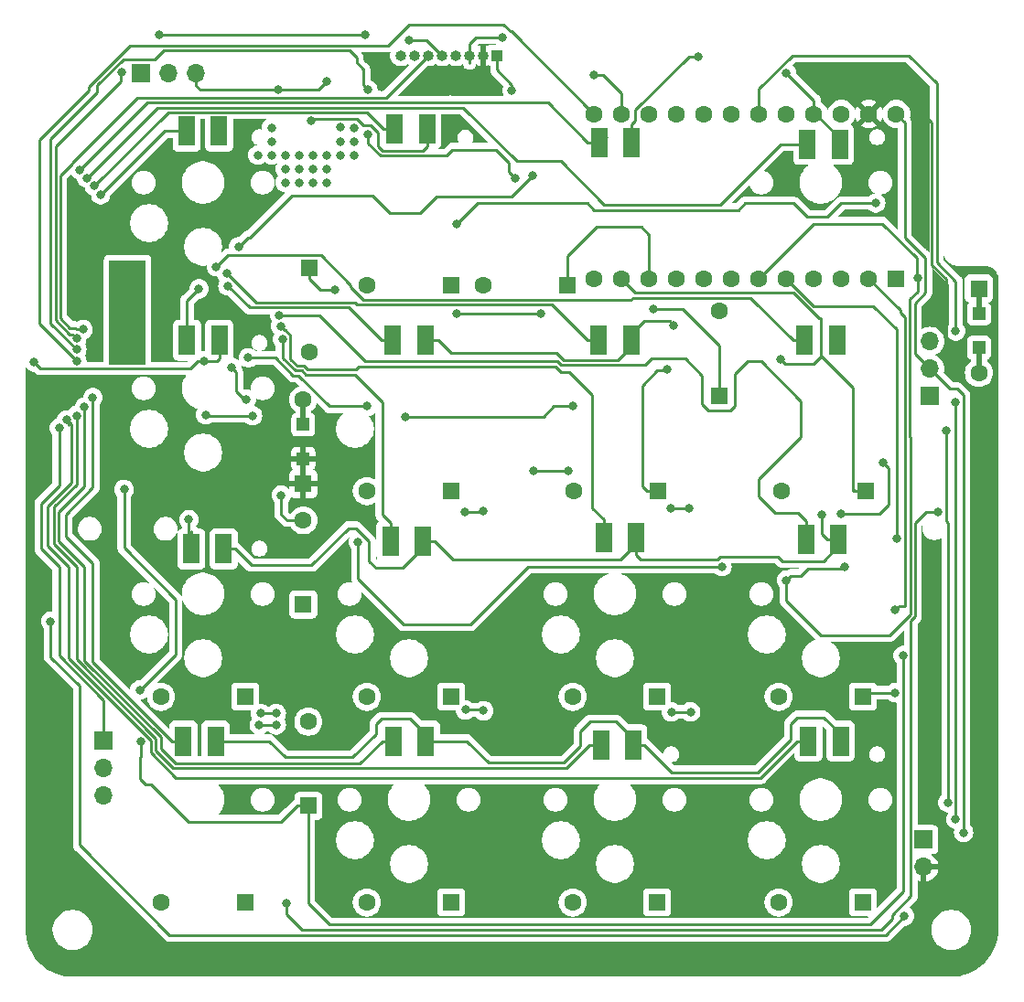
<source format=gbr>
G04 #@! TF.GenerationSoftware,KiCad,Pcbnew,8.0.7-1.fc41*
G04 #@! TF.CreationDate,2024-12-31T00:15:43+05:30*
G04 #@! TF.ProjectId,helper,68656c70-6572-42e6-9b69-6361645f7063,rev?*
G04 #@! TF.SameCoordinates,Original*
G04 #@! TF.FileFunction,Copper,L1,Top*
G04 #@! TF.FilePolarity,Positive*
%FSLAX46Y46*%
G04 Gerber Fmt 4.6, Leading zero omitted, Abs format (unit mm)*
G04 Created by KiCad (PCBNEW 8.0.7-1.fc41) date 2024-12-31 00:15:43*
%MOMM*%
%LPD*%
G01*
G04 APERTURE LIST*
G04 #@! TA.AperFunction,ComponentPad*
%ADD10R,1.600000X1.600000*%
G04 #@! TD*
G04 #@! TA.AperFunction,SMDPad,CuDef*
%ADD11R,0.500000X2.500000*%
G04 #@! TD*
G04 #@! TA.AperFunction,SMDPad,CuDef*
%ADD12R,1.200000X1.200000*%
G04 #@! TD*
G04 #@! TA.AperFunction,ComponentPad*
%ADD13C,1.600000*%
G04 #@! TD*
G04 #@! TA.AperFunction,SMDPad,CuDef*
%ADD14R,1.600000X2.800000*%
G04 #@! TD*
G04 #@! TA.AperFunction,ComponentPad*
%ADD15O,1.000000X1.000000*%
G04 #@! TD*
G04 #@! TA.AperFunction,ComponentPad*
%ADD16R,1.000000X1.000000*%
G04 #@! TD*
G04 #@! TA.AperFunction,ComponentPad*
%ADD17R,1.700000X1.700000*%
G04 #@! TD*
G04 #@! TA.AperFunction,ComponentPad*
%ADD18O,1.700000X1.700000*%
G04 #@! TD*
G04 #@! TA.AperFunction,ComponentPad*
%ADD19C,0.600000*%
G04 #@! TD*
G04 #@! TA.AperFunction,SMDPad,CuDef*
%ADD20R,3.400000X9.700000*%
G04 #@! TD*
G04 #@! TA.AperFunction,ViaPad*
%ADD21C,0.800000*%
G04 #@! TD*
G04 #@! TA.AperFunction,Conductor*
%ADD22C,0.250000*%
G04 #@! TD*
G04 APERTURE END LIST*
D10*
X202590400Y-74598700D03*
D11*
X202590400Y-75798700D03*
D12*
X202590400Y-76923700D03*
X202590400Y-80073700D03*
D11*
X202590400Y-81198700D03*
D13*
X202590400Y-82398700D03*
D10*
X194945000Y-73660000D03*
D13*
X192405000Y-73660000D03*
X189865000Y-73660000D03*
X187325000Y-73660000D03*
X184785000Y-73660000D03*
X182245000Y-73660000D03*
X179705000Y-73660000D03*
X177165000Y-73660000D03*
X174625000Y-73660000D03*
X172085000Y-73660000D03*
X169545000Y-73660000D03*
X167005000Y-73660000D03*
X167005000Y-58420000D03*
X169545000Y-58420000D03*
X172085000Y-58420000D03*
X174625000Y-58420000D03*
X177165000Y-58420000D03*
X179705000Y-58420000D03*
X182245000Y-58420000D03*
X184785000Y-58420000D03*
X187325000Y-58420000D03*
X189865000Y-58420000D03*
X192405000Y-58420000D03*
X194945000Y-58420000D03*
D14*
X132716400Y-98704400D03*
X129716400Y-98704400D03*
X151156800Y-97955100D03*
X148156800Y-97955100D03*
X170867200Y-97637600D03*
X167867200Y-97637600D03*
X189612400Y-97802700D03*
X186612400Y-97802700D03*
X132310000Y-79375000D03*
X129310000Y-79375000D03*
X151360000Y-79375000D03*
X148360000Y-79375000D03*
X170410000Y-79375000D03*
X167410000Y-79375000D03*
X189460000Y-79375000D03*
X186460000Y-79375000D03*
X132284600Y-60007500D03*
X129284600Y-60007500D03*
X151525100Y-59804300D03*
X148525100Y-59804300D03*
X189714000Y-61252100D03*
X186714000Y-61252100D03*
X170435400Y-61048900D03*
X167435400Y-61048900D03*
X189802900Y-116497100D03*
X186802900Y-116497100D03*
X170613200Y-116865400D03*
X167613200Y-116865400D03*
X151423500Y-116497100D03*
X148423500Y-116497100D03*
X131979800Y-116497100D03*
X128979800Y-116497100D03*
D10*
X140081000Y-92673000D03*
D11*
X140081000Y-91473000D03*
D12*
X140081000Y-90348000D03*
X140081000Y-87198000D03*
D11*
X140081000Y-86073000D03*
D13*
X140081000Y-84873000D03*
D10*
X140665200Y-72655600D03*
D13*
X140665200Y-80455600D03*
D10*
X153760000Y-74295000D03*
D13*
X145960000Y-74295000D03*
D10*
X164555000Y-74295000D03*
D13*
X156755000Y-74295000D03*
D10*
X178536600Y-84494200D03*
D13*
X178536600Y-76694200D03*
D10*
X140081000Y-103849000D03*
D13*
X140081000Y-96049000D03*
D10*
X153760000Y-93345000D03*
D13*
X145960000Y-93345000D03*
D10*
X172937000Y-93345000D03*
D13*
X165137000Y-93345000D03*
D10*
X192114000Y-93345000D03*
D13*
X184314000Y-93345000D03*
D10*
X134710000Y-112395000D03*
D13*
X126910000Y-112395000D03*
D10*
X153760000Y-112395000D03*
D13*
X145960000Y-112395000D03*
D10*
X172810000Y-112395000D03*
D13*
X165010000Y-112395000D03*
D10*
X191860000Y-112395000D03*
D13*
X184060000Y-112395000D03*
D10*
X134710000Y-131445000D03*
D13*
X126910000Y-131445000D03*
D10*
X153760000Y-131445000D03*
D13*
X145960000Y-131445000D03*
D10*
X172810000Y-131445000D03*
D13*
X165010000Y-131445000D03*
D10*
X191860000Y-131445000D03*
D13*
X184060000Y-131445000D03*
D15*
X156730000Y-53000000D03*
D16*
X158000000Y-53000000D03*
D15*
X155460000Y-53000000D03*
X154190000Y-53000000D03*
X152920000Y-53000000D03*
X151650000Y-53000000D03*
X150380000Y-53000000D03*
X149110000Y-53000000D03*
D17*
X198056500Y-84556600D03*
D18*
X198056500Y-82016600D03*
X198056500Y-79476600D03*
D10*
X140550900Y-122492600D03*
D13*
X140550900Y-114692600D03*
D17*
X121615200Y-116459000D03*
D18*
X121615200Y-118999000D03*
X121615200Y-121539000D03*
D17*
X125095000Y-54610000D03*
D18*
X127635000Y-54610000D03*
X130175000Y-54610000D03*
D19*
X122525000Y-72372300D03*
X122525000Y-74152300D03*
X122525000Y-75932300D03*
X122525000Y-77712300D03*
X122525000Y-79492300D03*
X122525000Y-81272300D03*
X123825000Y-72372300D03*
X123825000Y-74152300D03*
X123825000Y-75932300D03*
D20*
X123825000Y-76822300D03*
D19*
X123825000Y-77712300D03*
X123825000Y-79492300D03*
X123825000Y-81272300D03*
X125125000Y-72372300D03*
X125125000Y-74152300D03*
X125125000Y-75932300D03*
X125125000Y-77712300D03*
X125125000Y-79492300D03*
X125125000Y-81272300D03*
D17*
X197485000Y-125628400D03*
D18*
X197485000Y-128168400D03*
D21*
X142240000Y-63500000D03*
X139700000Y-63500000D03*
X138430000Y-63500000D03*
X142240000Y-63500000D03*
X143510000Y-60960000D03*
X139700000Y-62230000D03*
X137160000Y-59690000D03*
X144780000Y-62230000D03*
X143510000Y-62230000D03*
X142240000Y-64770000D03*
X139700000Y-64770000D03*
X140970000Y-64770000D03*
X138430000Y-62230000D03*
X140970000Y-63500000D03*
X144780000Y-60960000D03*
X137160000Y-60960000D03*
X142240000Y-63500000D03*
X138430000Y-64770000D03*
X137160000Y-62230000D03*
X143484600Y-59639200D03*
X135890000Y-62230000D03*
X144780000Y-59690000D03*
X142240000Y-62230000D03*
X140970000Y-62230000D03*
X201175010Y-124960990D03*
X195704854Y-132712854D03*
X116713000Y-105410000D03*
X146050000Y-53340000D03*
X133858000Y-62484000D03*
X119126000Y-77216000D03*
X147320000Y-55880000D03*
X132969000Y-62484000D03*
X133350000Y-63373000D03*
X153670000Y-59055000D03*
X121412000Y-83312000D03*
X202158600Y-103339900D03*
X151079200Y-56108600D03*
X134493000Y-63373000D03*
X154292300Y-76873100D03*
X143027400Y-74676000D03*
X172500000Y-76500000D03*
X162064700Y-76898500D03*
X184277000Y-81153000D03*
X156730700Y-95224600D03*
X173736000Y-82042000D03*
X155041600Y-95300800D03*
X175793400Y-94957900D03*
X174091600Y-94957900D03*
X138049000Y-93726000D03*
X131064000Y-86275000D03*
X135382000Y-86360000D03*
X174129700Y-113792000D03*
X194855000Y-112014000D03*
X136125301Y-113931700D03*
X155079700Y-113614200D03*
X175920400Y-113792000D03*
X137575301Y-113931700D03*
X194818000Y-104381300D03*
X156756100Y-113690400D03*
X161290000Y-64135000D03*
X134085000Y-70720000D03*
X193040000Y-66675000D03*
X154305000Y-68580000D03*
X161417000Y-91440000D03*
X164592000Y-91440000D03*
X119694408Y-78372300D03*
X167000000Y-54775000D03*
X149860000Y-51562000D03*
X119126495Y-79221539D03*
X123258153Y-54551153D03*
X126746000Y-51054000D03*
X145796000Y-51054000D03*
X158496000Y-51308000D03*
X199725010Y-122212100D03*
X199567800Y-87757000D03*
X195580000Y-108585000D03*
X125026082Y-116527918D03*
X123504100Y-93188300D03*
X194970400Y-97739200D03*
X124968000Y-111760000D03*
X145161000Y-98044000D03*
X184785000Y-101600000D03*
X196913500Y-73621900D03*
X178816000Y-100330000D03*
X190174400Y-100386700D03*
X159385000Y-56261000D03*
X200450010Y-123748800D03*
X200450010Y-78530010D03*
X200450010Y-85140800D03*
X140843000Y-59007499D03*
X117500000Y-87500000D03*
X176657000Y-53086000D03*
X132461000Y-59944000D03*
X184785000Y-54610000D03*
X115189000Y-81407000D03*
X189460000Y-79375000D03*
X131979800Y-116497100D03*
X130937000Y-81280000D03*
X174371000Y-77978000D03*
X188087000Y-95504000D03*
X193713100Y-90728800D03*
X189866498Y-95478600D03*
X146050000Y-60325000D03*
X146050000Y-56171000D03*
X119126000Y-80246996D03*
X159677100Y-64363600D03*
X137575301Y-115000000D03*
X136000000Y-115000000D03*
X198805800Y-95262700D03*
X138500000Y-131500000D03*
X137795000Y-56171000D03*
X142260082Y-55401387D03*
X129500000Y-96000000D03*
X138162236Y-79287164D03*
X137976676Y-78076299D03*
X137883900Y-77080611D03*
X130429000Y-74622300D03*
X133106397Y-74352802D03*
X133007100Y-73228200D03*
X132041900Y-72580500D03*
X121335800Y-65900300D03*
X120758563Y-65083721D03*
X120059326Y-64368828D03*
X119419518Y-63600291D03*
X118185680Y-86763641D03*
X119100600Y-86360000D03*
X119849900Y-85572600D03*
X120611900Y-84696300D03*
X119126000Y-81272301D03*
X149500000Y-86500000D03*
X146000000Y-85500000D03*
X135000000Y-81000000D03*
X165000000Y-85500000D03*
X133477000Y-81915000D03*
X134810000Y-84836000D03*
D22*
X196672200Y-80632300D02*
X198056500Y-82016600D01*
X195744999Y-59219999D02*
X195744999Y-69875299D01*
X197638501Y-71768801D02*
X197638501Y-74979699D01*
X200558400Y-83870800D02*
X201175011Y-84487411D01*
X201175010Y-124395305D02*
X201175010Y-124960990D01*
X194945000Y-58420000D02*
X195744999Y-59219999D01*
X201175011Y-84487411D02*
X201175010Y-124395305D01*
X195744999Y-69875299D02*
X197300010Y-71430310D01*
X127719010Y-134450010D02*
X119380000Y-126111000D01*
X196672200Y-75946000D02*
X196672200Y-80632300D01*
X197300010Y-71430310D02*
X197638501Y-71768801D01*
X197638501Y-74979699D02*
X196672200Y-75946000D01*
X193967698Y-134450010D02*
X127719010Y-134450010D01*
X119380000Y-126111000D02*
X119380000Y-111379000D01*
X195704854Y-132712854D02*
X193967698Y-134450010D01*
X199910700Y-83870800D02*
X200558400Y-83870800D01*
X119380000Y-111379000D02*
X116713000Y-108712000D01*
X116713000Y-108712000D02*
X116713000Y-105410000D01*
X197300010Y-71430310D02*
X197325410Y-71430310D01*
X198056500Y-82016600D02*
X199910700Y-83870800D01*
X147320000Y-54610000D02*
X146050000Y-53340000D01*
X147320000Y-55880000D02*
X147320000Y-54610000D01*
X194081400Y-56718200D02*
X195770500Y-56718200D01*
X199821800Y-82016600D02*
X202158600Y-84353400D01*
X198234300Y-71513700D02*
X198241490Y-71520890D01*
X193204999Y-57594601D02*
X194081400Y-56718200D01*
X199542400Y-79362300D02*
X199821800Y-79641700D01*
X198234300Y-59182000D02*
X198234300Y-71031100D01*
X202158600Y-84353400D02*
X202158600Y-103339900D01*
X156730000Y-53000000D02*
X156730000Y-53707106D01*
X192405000Y-58420000D02*
X193204999Y-57620001D01*
X198234300Y-71031100D02*
X198234300Y-71513700D01*
X199542400Y-73698100D02*
X199542400Y-79362300D01*
X198241490Y-72397190D02*
X199542400Y-73698100D01*
X195770500Y-56718200D02*
X198234300Y-59182000D01*
X199821800Y-79641700D02*
X199821800Y-82016600D01*
X193204999Y-57620001D02*
X193204999Y-57594601D01*
X198241490Y-71520890D02*
X198241490Y-72397190D01*
X156730000Y-53000000D02*
X156730000Y-53730000D01*
X167198001Y-68894999D02*
X164555000Y-71538000D01*
X171383999Y-68894999D02*
X167198001Y-68894999D01*
X141635600Y-74676000D02*
X143027400Y-74676000D01*
X140665200Y-73705600D02*
X141635600Y-74676000D01*
X140665200Y-72655600D02*
X140665200Y-73705600D01*
X172085000Y-73660000D02*
X172085000Y-69596000D01*
X154292300Y-76873100D02*
X162039300Y-76873100D01*
X164555000Y-71538000D02*
X164555000Y-74295000D01*
X178536600Y-79857600D02*
X178536600Y-82169200D01*
X175179000Y-76500000D02*
X178536600Y-79857600D01*
X172085000Y-69596000D02*
X171383999Y-68894999D01*
X162039300Y-76873100D02*
X162064700Y-76898500D01*
X178536600Y-82169200D02*
X178536600Y-84494200D01*
X172500000Y-76500000D02*
X175179000Y-76500000D01*
X171450000Y-83566000D02*
X172847000Y-82169000D01*
X171450000Y-83820000D02*
X171450000Y-92908000D01*
X172847000Y-82169000D02*
X173609000Y-82169000D01*
X187960000Y-80645000D02*
X187960000Y-77343000D01*
X155041600Y-95300800D02*
X156654500Y-95300800D01*
X187960000Y-77343000D02*
X187831590Y-77343000D01*
X191064000Y-93345000D02*
X190914000Y-93195000D01*
X190914000Y-93345000D02*
X190914000Y-92595700D01*
X190914000Y-93195000D02*
X190914000Y-92595700D01*
X185418590Y-74930000D02*
X187831590Y-77343000D01*
X174091600Y-94957900D02*
X175793400Y-94957900D01*
X171450000Y-92908000D02*
X171887000Y-93345000D01*
X190914000Y-83755538D02*
X187960000Y-80801538D01*
X156654500Y-95300800D02*
X156730700Y-95224600D01*
X171887000Y-93345000D02*
X172937000Y-93345000D01*
X192114000Y-93345000D02*
X191064000Y-93345000D01*
X187960000Y-80899000D02*
X187960000Y-80645000D01*
X187960000Y-80801538D02*
X187960000Y-80645000D01*
X187071000Y-81534000D02*
X187325000Y-81534000D01*
X169545000Y-73660000D02*
X170815000Y-74930000D01*
X190914000Y-92595700D02*
X190914000Y-83755538D01*
X187052001Y-81552999D02*
X187071000Y-81534000D01*
X187325000Y-81534000D02*
X187960000Y-80899000D01*
X171450000Y-83820000D02*
X171450000Y-83566000D01*
X184277000Y-81153000D02*
X184676999Y-81552999D01*
X170815000Y-74930000D02*
X185418590Y-74930000D01*
X173609000Y-82169000D02*
X173736000Y-82042000D01*
X184676999Y-81552999D02*
X187052001Y-81552999D01*
X135382000Y-86360000D02*
X131149000Y-86360000D01*
X138049000Y-93726000D02*
X138049000Y-95504000D01*
X138049000Y-95504000D02*
X138594000Y-96049000D01*
X138594000Y-96049000D02*
X140081000Y-96049000D01*
X131149000Y-86360000D02*
X131064000Y-86275000D01*
X136125301Y-113931700D02*
X137575301Y-113931700D01*
X192241000Y-112014000D02*
X191860000Y-112395000D01*
X195230699Y-103968601D02*
X194818000Y-104381300D01*
X195351400Y-76606400D02*
X195351400Y-76822300D01*
X156679900Y-113614200D02*
X156756100Y-113690400D01*
X195751399Y-103968601D02*
X195230699Y-103968601D01*
X195751399Y-77222299D02*
X195751399Y-103968601D01*
X174129700Y-113792000D02*
X175920400Y-113792000D01*
X155079700Y-113614200D02*
X156679900Y-113614200D01*
X192405000Y-73660000D02*
X195351400Y-76606400D01*
X195351400Y-76822300D02*
X195751399Y-77222299D01*
X194855000Y-112014000D02*
X192241000Y-112014000D01*
X137477500Y-113931700D02*
X137575301Y-113931700D01*
X138988099Y-65989901D02*
X135128000Y-69850000D01*
X150876000Y-67564000D02*
X148082000Y-67564000D01*
X159385000Y-66040000D02*
X152400000Y-66040000D01*
X134955000Y-69850000D02*
X134085000Y-70720000D01*
X148082000Y-67564000D02*
X146507901Y-65989901D01*
X161290000Y-64135000D02*
X159385000Y-66040000D01*
X135128000Y-69850000D02*
X134955000Y-69850000D01*
X152400000Y-66040000D02*
X150876000Y-67564000D01*
X146507901Y-65989901D02*
X138988099Y-65989901D01*
X157480000Y-66675000D02*
X156210000Y-66675000D01*
X156210000Y-66675000D02*
X154305000Y-68580000D01*
X180975000Y-66675000D02*
X180340000Y-67310000D01*
X186690000Y-67945000D02*
X185420000Y-66675000D01*
X188595000Y-67945000D02*
X186690000Y-67945000D01*
X180340000Y-67310000D02*
X167005000Y-67310000D01*
X166370000Y-66675000D02*
X165100000Y-66675000D01*
X185420000Y-66675000D02*
X180975000Y-66675000D01*
X193040000Y-66675000D02*
X190500000Y-66675000D01*
X165100000Y-66675000D02*
X157480000Y-66675000D01*
X190500000Y-66675000D02*
X189865000Y-66675000D01*
X189865000Y-66675000D02*
X188595000Y-67945000D01*
X167005000Y-67310000D02*
X166370000Y-66675000D01*
X164465000Y-91440000D02*
X164592000Y-91440000D01*
X161417000Y-91440000D02*
X164465000Y-91440000D01*
X124714000Y-56896000D02*
X147754000Y-56896000D01*
X118694517Y-63042483D02*
X118694517Y-62915483D01*
X119128723Y-78372300D02*
X118988423Y-78232000D01*
X167775000Y-54775000D02*
X169545000Y-56545000D01*
X147754000Y-56896000D02*
X151650000Y-53000000D01*
X119694408Y-78372300D02*
X119128723Y-78372300D01*
X167000000Y-54775000D02*
X167775000Y-54775000D01*
X118492410Y-78232000D02*
X117613020Y-77352610D01*
X117613020Y-64123980D02*
X118694517Y-63042483D01*
X118694517Y-62915483D02*
X124714000Y-56896000D01*
X169545000Y-56545000D02*
X169545000Y-58420000D01*
X117613020Y-77352610D02*
X117613020Y-64123980D01*
X118988423Y-78232000D02*
X118492410Y-78232000D01*
X145796000Y-51054000D02*
X126746000Y-51054000D01*
X152920000Y-53000000D02*
X151482000Y-51562000D01*
X117163010Y-77539010D02*
X117163010Y-61398990D01*
X117163010Y-61398990D02*
X123190000Y-55372000D01*
X119126495Y-79221539D02*
X118726496Y-78821540D01*
X151482000Y-51562000D02*
X149860000Y-51562000D01*
X118445540Y-78821540D02*
X117163010Y-77539010D01*
X123190000Y-55372000D02*
X123190000Y-54619306D01*
X118726496Y-78821540D02*
X118445540Y-78821540D01*
X123190000Y-54619306D02*
X123258153Y-54551153D01*
X155460000Y-52040000D02*
X155460000Y-51931000D01*
X155460000Y-51931000D02*
X156083000Y-51308000D01*
X155460000Y-53000000D02*
X155460000Y-53707106D01*
X156083000Y-51308000D02*
X158496000Y-51308000D01*
X155460000Y-53000000D02*
X155460000Y-52040000D01*
X199567800Y-87757000D02*
X199567800Y-96141098D01*
X199567800Y-96141098D02*
X199725010Y-96298308D01*
X199725010Y-96298308D02*
X199725010Y-122212100D01*
X124968000Y-111760000D02*
X128270000Y-108458000D01*
X125000000Y-118000000D02*
X125000000Y-120000000D01*
X125000000Y-120000000D02*
X125500000Y-120500000D01*
X192227200Y-76200000D02*
X187325000Y-76200000D01*
X138033999Y-123959501D02*
X139500900Y-122492600D01*
X125026082Y-117973918D02*
X125000000Y-118000000D01*
X192500000Y-133500000D02*
X142500000Y-133500000D01*
X140550900Y-131550900D02*
X140550900Y-122492600D01*
X125500000Y-120500000D02*
X126000000Y-120500000D01*
X187325000Y-76200000D02*
X184785000Y-73660000D01*
X192227200Y-76200000D02*
X192786000Y-76200000D01*
X139500900Y-122492600D02*
X140550900Y-122492600D01*
X128270000Y-103378000D02*
X123504100Y-98612100D01*
X125026082Y-116527918D02*
X125026082Y-117973918D01*
X195580000Y-108585000D02*
X195580000Y-130420000D01*
X128270000Y-108458000D02*
X128270000Y-103378000D01*
X195580000Y-130420000D02*
X192500000Y-133500000D01*
X192786000Y-76200000D02*
X194970400Y-78384400D01*
X123504100Y-98612100D02*
X123504100Y-93188300D01*
X192405000Y-76200000D02*
X192227200Y-76200000D01*
X194970400Y-78384400D02*
X194970400Y-97739200D01*
X142500000Y-133500000D02*
X140550900Y-131550900D01*
X129459501Y-123959501D02*
X138033999Y-123959501D01*
X126000000Y-120500000D02*
X129459501Y-123959501D01*
X184785000Y-103505000D02*
X184785000Y-101600000D01*
X196215000Y-88336898D02*
X196225001Y-88346899D01*
X184785000Y-101600000D02*
X185184999Y-101200001D01*
X187325000Y-68580000D02*
X182245000Y-73660000D01*
X196225001Y-88346899D02*
X196225001Y-104764999D01*
X196850000Y-71755000D02*
X193675000Y-68580000D01*
X186804300Y-100495100D02*
X190066000Y-100495100D01*
X187960000Y-106680000D02*
X184785000Y-103505000D01*
X196850000Y-71755000D02*
X196850000Y-73558400D01*
X194310000Y-106680000D02*
X187960000Y-106680000D01*
X196913500Y-73621900D02*
X196913500Y-74866500D01*
X193675000Y-68580000D02*
X187325000Y-68580000D01*
X145161000Y-101473000D02*
X149352000Y-105664000D01*
X145161000Y-98044000D02*
X145161000Y-101473000D01*
X196215000Y-75565000D02*
X196215000Y-88336898D01*
X190066000Y-100495100D02*
X190174400Y-100386700D01*
X155575000Y-105664000D02*
X160909000Y-100330000D01*
X149352000Y-105664000D02*
X155575000Y-105664000D01*
X186099399Y-101200001D02*
X186804300Y-100495100D01*
X185184999Y-101200001D02*
X186099399Y-101200001D01*
X196850000Y-73558400D02*
X196913500Y-73621900D01*
X196913500Y-74866500D02*
X196215000Y-75565000D01*
X196225001Y-104764999D02*
X194310000Y-106680000D01*
X160909000Y-100330000D02*
X178816000Y-100330000D01*
X158000000Y-54340696D02*
X159385000Y-55725696D01*
X158000000Y-53000000D02*
X158000000Y-54340696D01*
X159385000Y-55725696D02*
X159385000Y-56261000D01*
X200450010Y-85140800D02*
X200450010Y-123748800D01*
X200450010Y-78530010D02*
X200450010Y-73918500D01*
X198691500Y-72159990D02*
X198691500Y-55600600D01*
X198691500Y-55600600D02*
X196088000Y-52997100D01*
X196088000Y-52997100D02*
X185324898Y-52997100D01*
X182245000Y-56076998D02*
X182245000Y-58420000D01*
X185324898Y-52997100D02*
X182245000Y-56076998D01*
X200450010Y-73918500D02*
X198691500Y-72159990D01*
X149953400Y-114427000D02*
X151423500Y-115897100D01*
X178631998Y-99441000D02*
X184023000Y-99441000D01*
X164211000Y-118491000D02*
X165735000Y-116967000D01*
X188193100Y-99822000D02*
X189612400Y-98402700D01*
X175753998Y-53086000D02*
X176657000Y-53086000D01*
X174177800Y-119380000D02*
X182118000Y-119380000D01*
X188087000Y-97327300D02*
X188562400Y-97802700D01*
X189612400Y-98402700D02*
X189612400Y-97802700D01*
X170613200Y-116265400D02*
X170613200Y-116865400D01*
X146812000Y-100457000D02*
X149254900Y-100457000D01*
X153749009Y-80575991D02*
X163508401Y-80575991D01*
X189714000Y-61252100D02*
X189714000Y-60652100D01*
X146964400Y-60159900D02*
X146964400Y-61417200D01*
X152206800Y-97955100D02*
X153946700Y-99695000D01*
X144272000Y-96774000D02*
X144964002Y-96774000D01*
X189802900Y-115897100D02*
X189802900Y-116497100D01*
X170410000Y-78775000D02*
X170410000Y-79375000D01*
X115779301Y-81997301D02*
X129614237Y-81997301D01*
X188562400Y-97802700D02*
X189612400Y-97802700D01*
X187481900Y-58420000D02*
X187325000Y-58420000D01*
X169409800Y-99695000D02*
X170867200Y-98237600D01*
X145669000Y-59505998D02*
X145034000Y-58870998D01*
X147320000Y-114427000D02*
X149953400Y-114427000D01*
X135265000Y-100203000D02*
X140208000Y-100203000D01*
X144964002Y-96774000D02*
X146177000Y-97986998D01*
X178377998Y-99695000D02*
X178631998Y-99441000D01*
X170613200Y-116865400D02*
X171663200Y-116865400D01*
X170867200Y-98237600D02*
X170867200Y-97637600D01*
X174371000Y-77978000D02*
X173971001Y-77578001D01*
X171274600Y-99695000D02*
X178377998Y-99695000D01*
X132310000Y-79375000D02*
X132310000Y-81025000D01*
X187325000Y-58420000D02*
X187325000Y-57150000D01*
X130331538Y-81280000D02*
X130371315Y-81280000D01*
X146812000Y-115824000D02*
X146812000Y-114935000D01*
X121615200Y-116459000D02*
X121615200Y-112728140D01*
X171606999Y-77578001D02*
X170410000Y-78775000D01*
X170867200Y-97637600D02*
X170867200Y-99287600D01*
X182118000Y-119380000D02*
X185166000Y-116332000D01*
X185801000Y-114300000D02*
X188205800Y-114300000D01*
X184023000Y-99441000D02*
X184404000Y-99822000D01*
X117500000Y-108612940D02*
X117500000Y-100330000D01*
X170815000Y-58024998D02*
X175753998Y-53086000D01*
X170815000Y-59019300D02*
X170815000Y-58024998D01*
X165735000Y-116967000D02*
X165735000Y-115570000D01*
X166624000Y-114681000D02*
X169028800Y-114681000D01*
X145034000Y-58870998D02*
X140979501Y-58870998D01*
X185166000Y-114935000D02*
X185801000Y-114300000D01*
X163508401Y-80575991D02*
X164143400Y-81210990D01*
X145669000Y-59505998D02*
X146310498Y-59505998D01*
X153749009Y-80575991D02*
X152548018Y-79375000D01*
X170435400Y-61048900D02*
X170435400Y-59398900D01*
X171663200Y-116865400D02*
X174177800Y-119380000D01*
X173971001Y-77578001D02*
X171606999Y-77578001D01*
X170410000Y-79975000D02*
X170410000Y-79375000D01*
X151525100Y-59804300D02*
X151525100Y-61454300D01*
X146177000Y-97986998D02*
X146177000Y-99822000D01*
X151156800Y-98555100D02*
X151156800Y-97955100D01*
X115824000Y-98654000D02*
X115824000Y-94488000D01*
X165735000Y-115570000D02*
X166624000Y-114681000D01*
X151155400Y-61824000D02*
X151130400Y-61849000D01*
X136944100Y-116497100D02*
X138430000Y-117983000D01*
X132055000Y-81280000D02*
X130937000Y-81280000D01*
X152548018Y-79375000D02*
X151360000Y-79375000D01*
X170867200Y-99287600D02*
X171274600Y-99695000D01*
X151423500Y-115897100D02*
X151423500Y-116497100D01*
X140208000Y-100203000D02*
X140843000Y-100203000D01*
X140979501Y-58870998D02*
X140843000Y-59007499D01*
X146812000Y-114935000D02*
X147320000Y-114427000D01*
X132716400Y-98704400D02*
X133766400Y-98704400D01*
X117500000Y-92812000D02*
X117500000Y-87500000D01*
X130371315Y-81280000D02*
X130937000Y-81280000D01*
X140843000Y-100203000D02*
X144272000Y-96774000D01*
X169028800Y-114681000D02*
X170613200Y-116265400D01*
X140208000Y-100203000D02*
X140335000Y-100203000D01*
X146964400Y-61417200D02*
X147371200Y-61824000D01*
X115824000Y-94488000D02*
X117500000Y-92812000D01*
X121615200Y-112728140D02*
X117500000Y-108612940D01*
X138430000Y-117983000D02*
X144653000Y-117983000D01*
X187325000Y-57150000D02*
X184785000Y-54610000D01*
X147371200Y-61824000D02*
X151155400Y-61824000D01*
X155232100Y-116497100D02*
X157226000Y-118491000D01*
X144653000Y-117983000D02*
X146812000Y-115824000D01*
X133766400Y-98704400D02*
X135265000Y-100203000D01*
X185166000Y-116332000D02*
X185166000Y-114935000D01*
X184404000Y-99822000D02*
X188193100Y-99822000D01*
X164143400Y-81210990D02*
X169174010Y-81210990D01*
X146177000Y-99822000D02*
X146812000Y-100457000D01*
X153946700Y-99695000D02*
X169409800Y-99695000D01*
X115189000Y-81407000D02*
X115779301Y-81997301D01*
X157226000Y-118491000D02*
X164211000Y-118491000D01*
X129614237Y-81997301D02*
X130331538Y-81280000D01*
X170435400Y-59398900D02*
X170815000Y-59019300D01*
X151156800Y-97955100D02*
X152206800Y-97955100D01*
X149254900Y-100457000D02*
X151156800Y-98555100D01*
X188087000Y-95504000D02*
X188087000Y-97327300D01*
X151423500Y-116497100D02*
X155232100Y-116497100D01*
X169174010Y-81210990D02*
X170410000Y-79975000D01*
X117500000Y-100330000D02*
X115824000Y-98654000D01*
X151525100Y-61454300D02*
X151155400Y-61824000D01*
X189714000Y-60652100D02*
X187481900Y-58420000D01*
X132310000Y-81025000D02*
X132055000Y-81280000D01*
X131979800Y-116497100D02*
X136944100Y-116497100D01*
X188205800Y-114300000D02*
X189802900Y-115897100D01*
X146310498Y-59505998D02*
X146964400Y-60159900D01*
X194246500Y-94576900D02*
X193344800Y-95478600D01*
X193344800Y-95478600D02*
X189866498Y-95478600D01*
X194246500Y-91262200D02*
X194246500Y-94576900D01*
X193713100Y-90728800D02*
X194246500Y-91262200D01*
X159131000Y-62941200D02*
X157911800Y-61722000D01*
X121031000Y-56388998D02*
X121031000Y-55753000D01*
X145046700Y-53238400D02*
X145046700Y-53670200D01*
X123444000Y-53340000D02*
X123456700Y-53340000D01*
X146050000Y-61139210D02*
X146050000Y-60325000D01*
X121031000Y-55753000D02*
X123444000Y-53340000D01*
X116713000Y-60706998D02*
X121031000Y-56388998D01*
X159131000Y-63817500D02*
X159131000Y-62941200D01*
X159677100Y-64363600D02*
X159131000Y-63817500D01*
X153308891Y-62299009D02*
X147209799Y-62299009D01*
X145650001Y-54273501D02*
X145046700Y-53670200D01*
X146050000Y-56171000D02*
X145650001Y-55771001D01*
X126326900Y-53340000D02*
X127146890Y-52520010D01*
X119126000Y-80246996D02*
X116713000Y-77833996D01*
X157911800Y-61722000D02*
X153885900Y-61722000D01*
X145650001Y-55771001D02*
X145650001Y-54273501D01*
X147209799Y-62299009D02*
X146050000Y-61139210D01*
X144328310Y-52520010D02*
X145046700Y-53238400D01*
X153885900Y-61722000D02*
X153308891Y-62299009D01*
X123444000Y-53340000D02*
X126326900Y-53340000D01*
X116713000Y-77833996D02*
X116713000Y-60706998D01*
X127146890Y-52520010D02*
X144328310Y-52520010D01*
X196675011Y-96746889D02*
X196675011Y-96301289D01*
X136000000Y-115000000D02*
X137500000Y-115000000D01*
X196675011Y-104951399D02*
X196675011Y-96746889D01*
X137500000Y-115000000D02*
X137575301Y-115000000D01*
X138500000Y-131500000D02*
X138500000Y-132500000D01*
X196305001Y-105321409D02*
X196675011Y-104951399D01*
X196305001Y-130846999D02*
X196305001Y-105321409D01*
X140000000Y-134000000D02*
X193533000Y-134000000D01*
X197713600Y-95262700D02*
X198805800Y-95262700D01*
X194564000Y-132969000D02*
X194564000Y-132588000D01*
X138500000Y-132500000D02*
X140000000Y-134000000D01*
X196675011Y-96301289D02*
X197713600Y-95262700D01*
X193533000Y-134000000D02*
X194564000Y-132969000D01*
X194564000Y-132588000D02*
X196305001Y-130846999D01*
X130533919Y-56171000D02*
X137795000Y-56171000D01*
X142260082Y-55401387D02*
X141490469Y-56171000D01*
X130175000Y-54610000D02*
X130175000Y-55812081D01*
X130175000Y-55812081D02*
X130533919Y-56171000D01*
X141490469Y-56171000D02*
X137795000Y-56171000D01*
X129716400Y-97054400D02*
X129716400Y-98704400D01*
X129500000Y-98488000D02*
X129716400Y-98704400D01*
X129500000Y-96000000D02*
X129500000Y-98488000D01*
X144830334Y-82550000D02*
X147383500Y-85103166D01*
X139979399Y-82194399D02*
X140335000Y-82550000D01*
X140335000Y-82550000D02*
X144830334Y-82550000D01*
X138162236Y-79287164D02*
X138162236Y-81025826D01*
X138162236Y-81025826D02*
X139330809Y-82194399D01*
X147383500Y-95531800D02*
X148156800Y-96305100D01*
X148156800Y-96305100D02*
X148156800Y-97955100D01*
X139330809Y-82194399D02*
X139979399Y-82194399D01*
X147383500Y-85103166D02*
X147383500Y-95531800D01*
X138887237Y-81114417D02*
X139517209Y-81744389D01*
X145220245Y-81780499D02*
X162440501Y-81780499D01*
X138376675Y-78476298D02*
X138424372Y-78476298D01*
X164719000Y-82296000D02*
X166839900Y-84416900D01*
X166839900Y-94960300D02*
X167867200Y-95987600D01*
X163447590Y-81788000D02*
X163955590Y-82296000D01*
X144958744Y-82042000D02*
X145220245Y-81780499D01*
X137976676Y-78076299D02*
X138376675Y-78476298D01*
X138887237Y-78939163D02*
X138887237Y-81114417D01*
X162448002Y-81788000D02*
X163447590Y-81788000D01*
X166839900Y-84416900D02*
X166839900Y-94960300D01*
X163955590Y-82296000D02*
X164719000Y-82296000D01*
X140463410Y-82042000D02*
X144958744Y-82042000D01*
X140165800Y-81744390D02*
X140463410Y-82042000D01*
X139517209Y-81744389D02*
X140165800Y-81744390D01*
X167867200Y-95987600D02*
X167867200Y-97637600D01*
X162440501Y-81780499D02*
X162448002Y-81788000D01*
X138424372Y-78476298D02*
X138887237Y-78939163D01*
X180000000Y-85430000D02*
X179578000Y-85852000D01*
X141596611Y-77080611D02*
X145796000Y-81280000D01*
X177546000Y-85852000D02*
X177000000Y-85306000D01*
X177000000Y-82634602D02*
X175465399Y-81100001D01*
X163576000Y-81280000D02*
X163957000Y-81661000D01*
X137883900Y-77080611D02*
X141596611Y-77080611D01*
X145796000Y-81280000D02*
X163576000Y-81280000D01*
X186612400Y-97802700D02*
X186612400Y-96152700D01*
X175465399Y-81100001D02*
X175475900Y-81089500D01*
X172264999Y-81100001D02*
X173279589Y-81100001D01*
X173279589Y-81100001D02*
X175465399Y-81100001D01*
X186612400Y-96152700D02*
X185836700Y-95377000D01*
X186134999Y-88312001D02*
X186134999Y-85013461D01*
X183769000Y-95377000D02*
X182245000Y-93853000D01*
X182245000Y-93853000D02*
X182245000Y-92202000D01*
X182245000Y-92202000D02*
X186134999Y-88312001D01*
X182448200Y-81326662D02*
X181173338Y-81326662D01*
X171704000Y-81661000D02*
X172264999Y-81100001D01*
X177000000Y-85306000D02*
X177000000Y-82634602D01*
X163957000Y-81661000D02*
X171704000Y-81661000D01*
X186134999Y-85013461D02*
X182448200Y-81326662D01*
X179578000Y-85852000D02*
X177546000Y-85852000D01*
X181173338Y-81326662D02*
X180000000Y-82500000D01*
X185836700Y-95377000D02*
X183769000Y-95377000D01*
X180000000Y-82500000D02*
X180000000Y-85430000D01*
X129310000Y-75741300D02*
X129310000Y-79375000D01*
X130429000Y-74622300D02*
X129310000Y-75741300D01*
X135109206Y-76355611D02*
X144290611Y-76355611D01*
X144290611Y-76355611D02*
X147310000Y-79375000D01*
X133106397Y-74352802D02*
X135109206Y-76355611D01*
X147310000Y-79375000D02*
X148360000Y-79375000D01*
X166360000Y-79375000D02*
X167410000Y-79375000D01*
X135684501Y-75905601D02*
X144853901Y-75905601D01*
X145018309Y-76070009D02*
X163055009Y-76070009D01*
X133007100Y-73228200D02*
X135684501Y-75905601D01*
X163055009Y-76070009D02*
X166360000Y-79375000D01*
X144853901Y-75905601D02*
X145018309Y-76070009D01*
X145619997Y-75619999D02*
X170388611Y-75619999D01*
X170388611Y-75619999D02*
X170570610Y-75438000D01*
X144462500Y-74267898D02*
X144462500Y-74462502D01*
X133091801Y-71530599D02*
X141725201Y-71530599D01*
X185410000Y-79375000D02*
X186460000Y-79375000D01*
X170570610Y-75438000D02*
X181473000Y-75438000D01*
X181473000Y-75438000D02*
X181727000Y-75692000D01*
X181654999Y-75619999D02*
X181727000Y-75692000D01*
X132041900Y-72580500D02*
X133091801Y-71530599D01*
X144462500Y-74462502D02*
X145619997Y-75619999D01*
X181727000Y-75692000D02*
X185410000Y-79375000D01*
X141725201Y-71530599D02*
X144462500Y-74267898D01*
X121335800Y-65900300D02*
X127228600Y-60007500D01*
X127228600Y-60007500D02*
X129284600Y-60007500D01*
X127559785Y-58282499D02*
X145953299Y-58282499D01*
X120758563Y-65083721D02*
X127559785Y-58282499D01*
X147475100Y-59804300D02*
X148525100Y-59804300D01*
X145953299Y-58282499D02*
X147475100Y-59804300D01*
X159840001Y-62773901D02*
X163895439Y-62773901D01*
X126595665Y-57832489D02*
X154898589Y-57832489D01*
X163895439Y-62773901D02*
X167931039Y-66809501D01*
X120059326Y-64368828D02*
X126595665Y-57832489D01*
X185664000Y-61252100D02*
X186714000Y-61252100D01*
X184237566Y-61252100D02*
X185664000Y-61252100D01*
X178680165Y-66809501D02*
X184237566Y-61252100D01*
X167931039Y-66809501D02*
X178680165Y-66809501D01*
X154898589Y-57832489D02*
X159840001Y-62773901D01*
X167134700Y-60604400D02*
X168184700Y-60604400D01*
X153602620Y-57382480D02*
X153657300Y-57327800D01*
X166385400Y-61048900D02*
X167435400Y-61048900D01*
X153602620Y-57382480D02*
X162718980Y-57382480D01*
X125637329Y-57382480D02*
X153602620Y-57382480D01*
X162718980Y-57382480D02*
X166385400Y-61048900D01*
X119419518Y-63600291D02*
X125637329Y-57382480D01*
X125953090Y-117545690D02*
X125953090Y-116429620D01*
X118351300Y-87223600D02*
X118351300Y-86929261D01*
X185752900Y-116497100D02*
X182369501Y-119880499D01*
X186802900Y-116497100D02*
X185752900Y-116497100D01*
X118351300Y-86929261D02*
X118185680Y-86763641D01*
X116459000Y-98437700D02*
X116459000Y-94740590D01*
X118585679Y-87163640D02*
X118185680Y-86763641D01*
X118351300Y-100330000D02*
X116459000Y-98437700D01*
X118351300Y-108827830D02*
X118351300Y-100330000D01*
X116459000Y-94740590D02*
X118585679Y-92613911D01*
X118585679Y-92613911D02*
X118585679Y-87163640D01*
X182369501Y-119880499D02*
X128287899Y-119880499D01*
X125953090Y-116429620D02*
X118351300Y-108827830D01*
X128287899Y-119880499D02*
X125953090Y-117545690D01*
X166563200Y-116865400D02*
X164438290Y-118990310D01*
X167613200Y-116865400D02*
X166563200Y-116865400D01*
X119100600Y-100330000D02*
X117024990Y-98254390D01*
X164438290Y-118990310D02*
X128051598Y-118990310D01*
X126403100Y-116243220D02*
X119100600Y-108940720D01*
X119100600Y-108940720D02*
X119100600Y-100330000D01*
X119100600Y-92735400D02*
X119100600Y-86360000D01*
X117024990Y-98254390D02*
X117024990Y-94811010D01*
X126403100Y-117341812D02*
X126403100Y-116243220D01*
X117024990Y-94811010D02*
X119100600Y-92735400D01*
X128051598Y-118990310D02*
X126403100Y-117341812D01*
X117475000Y-95250000D02*
X119849900Y-92875100D01*
X126898400Y-117200702D02*
X126898400Y-116102110D01*
X147373500Y-116497100D02*
X145330299Y-118540301D01*
X119849900Y-109053610D02*
X119849900Y-100330000D01*
X117475000Y-97955100D02*
X117475000Y-95250000D01*
X126898400Y-116102110D02*
X119849900Y-109053610D01*
X148423500Y-116497100D02*
X147373500Y-116497100D01*
X119849900Y-92875100D02*
X119849900Y-85572600D01*
X119849900Y-100330000D02*
X117475000Y-97955100D01*
X145330299Y-118540301D02*
X128237999Y-118540301D01*
X128237999Y-118540301D02*
X126898400Y-117200702D01*
X120611900Y-100037900D02*
X118110000Y-97536000D01*
X118110000Y-95504000D02*
X120611900Y-93002100D01*
X120599200Y-109166500D02*
X127929800Y-116497100D01*
X127929800Y-116497100D02*
X128979800Y-116497100D01*
X120611900Y-100037900D02*
X120611900Y-109153800D01*
X120611900Y-93002100D02*
X120611900Y-84696300D01*
X118110000Y-97536000D02*
X118110000Y-95504000D01*
X120611900Y-109153800D02*
X120599200Y-109166500D01*
X158623000Y-50165000D02*
X159232999Y-50774999D01*
X124077590Y-52070000D02*
X147955000Y-52070000D01*
X120269000Y-55878590D02*
X124077590Y-52070000D01*
X159359999Y-50774999D02*
X167005000Y-58420000D01*
X115697000Y-60833000D02*
X120269000Y-56261000D01*
X115697000Y-77843301D02*
X115697000Y-60833000D01*
X120269000Y-56261000D02*
X120269000Y-55878590D01*
X119126000Y-81272301D02*
X115697000Y-77843301D01*
X149860000Y-50165000D02*
X158623000Y-50165000D01*
X147955000Y-52070000D02*
X149860000Y-50165000D01*
X159232999Y-50774999D02*
X159359999Y-50774999D01*
X146000000Y-85500000D02*
X142500000Y-85500000D01*
X149500000Y-86500000D02*
X162278998Y-86500000D01*
X162278998Y-86500000D02*
X163278998Y-85500000D01*
X139144409Y-82644409D02*
X139644409Y-82644409D01*
X137500000Y-81000000D02*
X139144409Y-82644409D01*
X135000000Y-81000000D02*
X137500000Y-81000000D01*
X163278998Y-85500000D02*
X165000000Y-85500000D01*
X139644409Y-82644409D02*
X142500000Y-85500000D01*
X134620000Y-84836000D02*
X134810000Y-84836000D01*
X133876999Y-84092999D02*
X134620000Y-84836000D01*
X133477000Y-81915000D02*
X133876999Y-82314999D01*
X133876999Y-82314999D02*
X133876999Y-84092999D01*
G04 #@! TA.AperFunction,Conductor*
G36*
X199357971Y-71556261D02*
G01*
X199363825Y-71565816D01*
X199389905Y-71646081D01*
X199389909Y-71646091D01*
X199487842Y-71838298D01*
X199487846Y-71838305D01*
X199610456Y-72007061D01*
X199614641Y-72012821D01*
X199767179Y-72165359D01*
X199767182Y-72165361D01*
X199767183Y-72165362D01*
X199941694Y-72292153D01*
X199941701Y-72292157D01*
X200133911Y-72390092D01*
X200190380Y-72408440D01*
X200339063Y-72456751D01*
X200339066Y-72456751D01*
X200339074Y-72456754D01*
X200552139Y-72490500D01*
X200640009Y-72490500D01*
X203173071Y-72490500D01*
X203198948Y-72490500D01*
X203201040Y-72490591D01*
X203400995Y-72508084D01*
X203405110Y-72508810D01*
X203597975Y-72560488D01*
X203601888Y-72561912D01*
X203741509Y-72627019D01*
X203782843Y-72646294D01*
X203786466Y-72648385D01*
X203950018Y-72762905D01*
X203953223Y-72765594D01*
X204094405Y-72906776D01*
X204097094Y-72909981D01*
X204211614Y-73073533D01*
X204213705Y-73077156D01*
X204254403Y-73164432D01*
X204295884Y-73253388D01*
X204298083Y-73258102D01*
X204299514Y-73262033D01*
X204351188Y-73454886D01*
X204351915Y-73459006D01*
X204369409Y-73658959D01*
X204369500Y-73661051D01*
X204369500Y-133984454D01*
X204369474Y-133985562D01*
X204351018Y-134384744D01*
X204350814Y-134386952D01*
X204295680Y-134782197D01*
X204295273Y-134784376D01*
X204203905Y-135172852D01*
X204203298Y-135174984D01*
X204076477Y-135553364D01*
X204075676Y-135555431D01*
X203914486Y-135920491D01*
X203913498Y-135922476D01*
X203719305Y-136271119D01*
X203718138Y-136273003D01*
X203492612Y-136602231D01*
X203491276Y-136604000D01*
X203236338Y-136911010D01*
X203234845Y-136912649D01*
X202952649Y-137194845D01*
X202951010Y-137196338D01*
X202644000Y-137451276D01*
X202642231Y-137452612D01*
X202313003Y-137678138D01*
X202311119Y-137679305D01*
X201962476Y-137873498D01*
X201960491Y-137874486D01*
X201595431Y-138035676D01*
X201593364Y-138036477D01*
X201214984Y-138163298D01*
X201212852Y-138163905D01*
X200824376Y-138255273D01*
X200822197Y-138255680D01*
X200426952Y-138310814D01*
X200424744Y-138311018D01*
X200025562Y-138329474D01*
X200024454Y-138329500D01*
X118745546Y-138329500D01*
X118744438Y-138329474D01*
X118345255Y-138311018D01*
X118343047Y-138310814D01*
X117947802Y-138255680D01*
X117945623Y-138255273D01*
X117557147Y-138163905D01*
X117555015Y-138163298D01*
X117176635Y-138036477D01*
X117174568Y-138035676D01*
X116809508Y-137874486D01*
X116807523Y-137873498D01*
X116458880Y-137679305D01*
X116456996Y-137678138D01*
X116127768Y-137452612D01*
X116125999Y-137451276D01*
X115818989Y-137196338D01*
X115817350Y-137194845D01*
X115535154Y-136912649D01*
X115533661Y-136911010D01*
X115278721Y-136603997D01*
X115277387Y-136602231D01*
X115051861Y-136273003D01*
X115050694Y-136271119D01*
X114856501Y-135922476D01*
X114855513Y-135920491D01*
X114694323Y-135555431D01*
X114693522Y-135553364D01*
X114684664Y-135526936D01*
X114566697Y-135174972D01*
X114566097Y-135172865D01*
X114474725Y-134784374D01*
X114474319Y-134782197D01*
X114446268Y-134581106D01*
X114419184Y-134386945D01*
X114418981Y-134384744D01*
X114417226Y-134346789D01*
X114400526Y-133985562D01*
X114400500Y-133984454D01*
X114400500Y-133863712D01*
X116881800Y-133863712D01*
X116881800Y-134106288D01*
X116891960Y-134183461D01*
X116913463Y-134346796D01*
X116976244Y-134581097D01*
X116976248Y-134581106D01*
X117060445Y-134784376D01*
X117069076Y-134805212D01*
X117094207Y-134848740D01*
X117190368Y-135015296D01*
X117338027Y-135207728D01*
X117338029Y-135207731D01*
X117338031Y-135207733D01*
X117338035Y-135207738D01*
X117509562Y-135379265D01*
X117509566Y-135379268D01*
X117509568Y-135379270D01*
X117509571Y-135379272D01*
X117702003Y-135526931D01*
X117702008Y-135526934D01*
X117702011Y-135526936D01*
X117912088Y-135648224D01*
X118136193Y-135741051D01*
X118136202Y-135741055D01*
X118370503Y-135803836D01*
X118370504Y-135803836D01*
X118370511Y-135803838D01*
X118611012Y-135835500D01*
X118611016Y-135835500D01*
X118853584Y-135835500D01*
X118853588Y-135835500D01*
X119094089Y-135803838D01*
X119184998Y-135779478D01*
X119328397Y-135741055D01*
X119328398Y-135741054D01*
X119328400Y-135741054D01*
X119552512Y-135648224D01*
X119762589Y-135526936D01*
X119955038Y-135379265D01*
X120126565Y-135207738D01*
X120257069Y-135037662D01*
X120274231Y-135015296D01*
X120274232Y-135015294D01*
X120274236Y-135015289D01*
X120395524Y-134805212D01*
X120488354Y-134581100D01*
X120551138Y-134346789D01*
X120582800Y-134106288D01*
X120582800Y-133863712D01*
X120551138Y-133623211D01*
X120548497Y-133613354D01*
X120488355Y-133388902D01*
X120488351Y-133388893D01*
X120487046Y-133385742D01*
X120395524Y-133164788D01*
X120274236Y-132954711D01*
X120274234Y-132954708D01*
X120274231Y-132954703D01*
X120126572Y-132762271D01*
X120126570Y-132762268D01*
X120126568Y-132762266D01*
X120126565Y-132762262D01*
X119955038Y-132590735D01*
X119955033Y-132590731D01*
X119955031Y-132590729D01*
X119955028Y-132590727D01*
X119762596Y-132443068D01*
X119605703Y-132352486D01*
X119552512Y-132321776D01*
X119552509Y-132321774D01*
X119552508Y-132321774D01*
X119328406Y-132228948D01*
X119328397Y-132228944D01*
X119094096Y-132166163D01*
X119094089Y-132166162D01*
X118853588Y-132134500D01*
X118611012Y-132134500D01*
X118415046Y-132160299D01*
X118370503Y-132166163D01*
X118136202Y-132228944D01*
X118136193Y-132228948D01*
X117912091Y-132321774D01*
X117912088Y-132321776D01*
X117702003Y-132443068D01*
X117509571Y-132590727D01*
X117509568Y-132590729D01*
X117338029Y-132762268D01*
X117338027Y-132762271D01*
X117190368Y-132954703D01*
X117069076Y-133164788D01*
X117069074Y-133164791D01*
X116976248Y-133388893D01*
X116976244Y-133388902D01*
X116913463Y-133623203D01*
X116913462Y-133623211D01*
X116881800Y-133863712D01*
X114400500Y-133863712D01*
X114400500Y-83733318D01*
X124208600Y-83733318D01*
X124208600Y-83906682D01*
X124235399Y-84075886D01*
X124235721Y-84077916D01*
X124235722Y-84077922D01*
X124289289Y-84242783D01*
X124289293Y-84242793D01*
X124367997Y-84397259D01*
X124368001Y-84397266D01*
X124469895Y-84537509D01*
X124469899Y-84537514D01*
X124592486Y-84660101D01*
X124592489Y-84660103D01*
X124592490Y-84660104D01*
X124732733Y-84761998D01*
X124732740Y-84762002D01*
X124887209Y-84840708D01*
X124894522Y-84843084D01*
X125052077Y-84894277D01*
X125052080Y-84894277D01*
X125052088Y-84894280D01*
X125223318Y-84921400D01*
X125223321Y-84921400D01*
X125396679Y-84921400D01*
X125396682Y-84921400D01*
X125567912Y-84894280D01*
X125567920Y-84894277D01*
X125567922Y-84894277D01*
X125628789Y-84874500D01*
X125732791Y-84840708D01*
X125887260Y-84762002D01*
X126027514Y-84660101D01*
X126150101Y-84537514D01*
X126218587Y-84443252D01*
X126251998Y-84397266D01*
X126251999Y-84397263D01*
X126252002Y-84397260D01*
X126330708Y-84242791D01*
X126384280Y-84077912D01*
X126411400Y-83906682D01*
X126411400Y-83733318D01*
X126384280Y-83562088D01*
X126384277Y-83562080D01*
X126384277Y-83562077D01*
X126338525Y-83421267D01*
X126330708Y-83397209D01*
X126252002Y-83242740D01*
X126251998Y-83242733D01*
X126150104Y-83102490D01*
X126150103Y-83102489D01*
X126150101Y-83102486D01*
X126027514Y-82979899D01*
X126027510Y-82979896D01*
X126027509Y-82979895D01*
X125887266Y-82878001D01*
X125887259Y-82877997D01*
X125732793Y-82799293D01*
X125732783Y-82799289D01*
X125567922Y-82745722D01*
X125567916Y-82745721D01*
X125567914Y-82745720D01*
X125567912Y-82745720D01*
X125396682Y-82718600D01*
X125223318Y-82718600D01*
X125052088Y-82745720D01*
X125052086Y-82745720D01*
X125052083Y-82745721D01*
X125052077Y-82745722D01*
X124887216Y-82799289D01*
X124887206Y-82799293D01*
X124732740Y-82877997D01*
X124732733Y-82878001D01*
X124592490Y-82979895D01*
X124469895Y-83102490D01*
X124368001Y-83242733D01*
X124367997Y-83242740D01*
X124289293Y-83397206D01*
X124289289Y-83397216D01*
X124235722Y-83562077D01*
X124235721Y-83562083D01*
X124235720Y-83562086D01*
X124235720Y-83562088D01*
X124208600Y-83733318D01*
X114400500Y-83733318D01*
X114400500Y-81931847D01*
X114407529Y-81914876D01*
X114424500Y-81907847D01*
X114441471Y-81914876D01*
X114445282Y-81919843D01*
X114456467Y-81939216D01*
X114583129Y-82079888D01*
X114736270Y-82191151D01*
X114909193Y-82268142D01*
X114909192Y-82268142D01*
X114909197Y-82268144D01*
X115094354Y-82307500D01*
X115194967Y-82307500D01*
X115211938Y-82314529D01*
X115380568Y-82483159D01*
X115438105Y-82521604D01*
X115483019Y-82551615D01*
X115534640Y-82572996D01*
X115596846Y-82598763D01*
X115596853Y-82598765D01*
X115616898Y-82602752D01*
X115717695Y-82622802D01*
X115717699Y-82622802D01*
X115842083Y-82622802D01*
X115842103Y-82622801D01*
X129203148Y-82622801D01*
X129220119Y-82629830D01*
X129227148Y-82646801D01*
X129222188Y-82661411D01*
X129172661Y-82725954D01*
X129043864Y-82949037D01*
X128945290Y-83187014D01*
X128945288Y-83187018D01*
X128878623Y-83435817D01*
X128878622Y-83435825D01*
X128845000Y-83691207D01*
X128845000Y-83948793D01*
X128878622Y-84204175D01*
X128878623Y-84204182D01*
X128945288Y-84452981D01*
X128945290Y-84452985D01*
X129043864Y-84690962D01*
X129172661Y-84914045D01*
X129329457Y-85118384D01*
X129329459Y-85118387D01*
X129329461Y-85118389D01*
X129329465Y-85118394D01*
X129511606Y-85300535D01*
X129511610Y-85300538D01*
X129511612Y-85300540D01*
X129511615Y-85300542D01*
X129715954Y-85457338D01*
X129715959Y-85457341D01*
X129715962Y-85457343D01*
X129939038Y-85586136D01*
X130177016Y-85684710D01*
X130309600Y-85720235D01*
X130324173Y-85731417D01*
X130326570Y-85749629D01*
X130324173Y-85755417D01*
X130236822Y-85906713D01*
X130236817Y-85906724D01*
X130178326Y-86086739D01*
X130158540Y-86275000D01*
X130178326Y-86463260D01*
X130236817Y-86643275D01*
X130236822Y-86643286D01*
X130262788Y-86688260D01*
X130331467Y-86807216D01*
X130458129Y-86947888D01*
X130611270Y-87059151D01*
X130784193Y-87136142D01*
X130784192Y-87136142D01*
X130784197Y-87136144D01*
X130969354Y-87175500D01*
X130969356Y-87175500D01*
X131158644Y-87175500D01*
X131158646Y-87175500D01*
X131343803Y-87136144D01*
X131516730Y-87059151D01*
X131607172Y-86993441D01*
X131611793Y-86990084D01*
X131625900Y-86985500D01*
X134722775Y-86985500D01*
X134739746Y-86992529D01*
X134740611Y-86993441D01*
X134776129Y-87032888D01*
X134929270Y-87144151D01*
X135102193Y-87221142D01*
X135102192Y-87221142D01*
X135102197Y-87221144D01*
X135287354Y-87260500D01*
X135287356Y-87260500D01*
X135476644Y-87260500D01*
X135476646Y-87260500D01*
X135661803Y-87221144D01*
X135834730Y-87144151D01*
X135987871Y-87032888D01*
X136114533Y-86892216D01*
X136209179Y-86728284D01*
X136236797Y-86643286D01*
X136267673Y-86548260D01*
X136267673Y-86548258D01*
X136267674Y-86548256D01*
X136287460Y-86360000D01*
X136267674Y-86171744D01*
X136267673Y-86171741D01*
X136267673Y-86171739D01*
X136209182Y-85991724D01*
X136209180Y-85991720D01*
X136209179Y-85991716D01*
X136114533Y-85827784D01*
X135987871Y-85687112D01*
X135848888Y-85586135D01*
X135834737Y-85575854D01*
X135834736Y-85575853D01*
X135834730Y-85575849D01*
X135696003Y-85514083D01*
X135661806Y-85498857D01*
X135661807Y-85498857D01*
X135661803Y-85498856D01*
X135600909Y-85485912D01*
X135503619Y-85465233D01*
X135488481Y-85454828D01*
X135485133Y-85436767D01*
X135490771Y-85425702D01*
X135542533Y-85368216D01*
X135637179Y-85204284D01*
X135637182Y-85204275D01*
X135695673Y-85024260D01*
X135695673Y-85024258D01*
X135695674Y-85024256D01*
X135715460Y-84836000D01*
X135715459Y-84835997D01*
X135715460Y-84835995D01*
X135710885Y-84792472D01*
X135716101Y-84774860D01*
X135732244Y-84766095D01*
X135745647Y-84768578D01*
X135887209Y-84840708D01*
X135894522Y-84843084D01*
X136052077Y-84894277D01*
X136052080Y-84894277D01*
X136052088Y-84894280D01*
X136223318Y-84921400D01*
X136223321Y-84921400D01*
X136396679Y-84921400D01*
X136396682Y-84921400D01*
X136567912Y-84894280D01*
X136567920Y-84894277D01*
X136567922Y-84894277D01*
X136628789Y-84874500D01*
X136732791Y-84840708D01*
X136887260Y-84762002D01*
X137027514Y-84660101D01*
X137150101Y-84537514D01*
X137218587Y-84443252D01*
X137251998Y-84397266D01*
X137251999Y-84397263D01*
X137252002Y-84397260D01*
X137330708Y-84242791D01*
X137384280Y-84077912D01*
X137411400Y-83906682D01*
X137411400Y-83733318D01*
X137384280Y-83562088D01*
X137384277Y-83562080D01*
X137384277Y-83562077D01*
X137338525Y-83421267D01*
X137330708Y-83397209D01*
X137252002Y-83242740D01*
X137251998Y-83242733D01*
X137150104Y-83102490D01*
X137150103Y-83102489D01*
X137150101Y-83102486D01*
X137027514Y-82979899D01*
X137027510Y-82979896D01*
X137027509Y-82979895D01*
X136887266Y-82878001D01*
X136887259Y-82877997D01*
X136732793Y-82799293D01*
X136732783Y-82799289D01*
X136567922Y-82745722D01*
X136567916Y-82745721D01*
X136567914Y-82745720D01*
X136567912Y-82745720D01*
X136396682Y-82718600D01*
X136223318Y-82718600D01*
X136052088Y-82745720D01*
X136052086Y-82745720D01*
X136052083Y-82745721D01*
X136052077Y-82745722D01*
X135887216Y-82799289D01*
X135887206Y-82799293D01*
X135732740Y-82877997D01*
X135732733Y-82878001D01*
X135592490Y-82979895D01*
X135469895Y-83102490D01*
X135368001Y-83242733D01*
X135367997Y-83242740D01*
X135289293Y-83397206D01*
X135289289Y-83397216D01*
X135235722Y-83562077D01*
X135235721Y-83562083D01*
X135235720Y-83562086D01*
X135235720Y-83562088D01*
X135208600Y-83733318D01*
X135208600Y-83906682D01*
X135215294Y-83948946D01*
X135222314Y-83993274D01*
X135218025Y-84011135D01*
X135202363Y-84020733D01*
X135188847Y-84018953D01*
X135089806Y-83974857D01*
X135089807Y-83974857D01*
X135089803Y-83974856D01*
X134904646Y-83935500D01*
X134715354Y-83935500D01*
X134701423Y-83938460D01*
X134636339Y-83952294D01*
X134618278Y-83948946D01*
X134614379Y-83945789D01*
X134509528Y-83840938D01*
X134502499Y-83823967D01*
X134502499Y-82253396D01*
X134502498Y-82253388D01*
X134499013Y-82235868D01*
X134486469Y-82172801D01*
X134478463Y-82132551D01*
X134478461Y-82132544D01*
X134460879Y-82090098D01*
X134431313Y-82018716D01*
X134388932Y-81955290D01*
X134384500Y-81948657D01*
X134380587Y-81932813D01*
X134381950Y-81919847D01*
X134382460Y-81915000D01*
X134362674Y-81726744D01*
X134362673Y-81726741D01*
X134362673Y-81726739D01*
X134352427Y-81695206D01*
X134353868Y-81676894D01*
X134367836Y-81664965D01*
X134386148Y-81666406D01*
X134393090Y-81671734D01*
X134394127Y-81672887D01*
X134479425Y-81734859D01*
X134547270Y-81784151D01*
X134720193Y-81861142D01*
X134720192Y-81861142D01*
X134720197Y-81861144D01*
X134905354Y-81900500D01*
X134905356Y-81900500D01*
X135094644Y-81900500D01*
X135094646Y-81900500D01*
X135279803Y-81861144D01*
X135452730Y-81784151D01*
X135605871Y-81672888D01*
X135641389Y-81633441D01*
X135657969Y-81625533D01*
X135659225Y-81625500D01*
X137230968Y-81625500D01*
X137247938Y-81632528D01*
X138745676Y-83130267D01*
X138810796Y-83173779D01*
X138848127Y-83198723D01*
X138890977Y-83216471D01*
X138895965Y-83218537D01*
X138961957Y-83245872D01*
X138978689Y-83249200D01*
X139082803Y-83269910D01*
X139082807Y-83269910D01*
X139207191Y-83269910D01*
X139207211Y-83269909D01*
X139375377Y-83269909D01*
X139392348Y-83276938D01*
X139705403Y-83589993D01*
X139712432Y-83606964D01*
X139705403Y-83623935D01*
X139694644Y-83630146D01*
X139634504Y-83646260D01*
X139428272Y-83742428D01*
X139241860Y-83872953D01*
X139080953Y-84033860D01*
X138950428Y-84220272D01*
X138854260Y-84426504D01*
X138795365Y-84646306D01*
X138775532Y-84873000D01*
X138795365Y-85099693D01*
X138854260Y-85319495D01*
X138950428Y-85525727D01*
X138950430Y-85525730D01*
X138950432Y-85525734D01*
X139080953Y-85712139D01*
X139241861Y-85873047D01*
X139292982Y-85908842D01*
X139320266Y-85927946D01*
X139330135Y-85943438D01*
X139330500Y-85947606D01*
X139330500Y-86103289D01*
X139323471Y-86120260D01*
X139314887Y-86125776D01*
X139238669Y-86154204D01*
X139238665Y-86154206D01*
X139123456Y-86240452D01*
X139123452Y-86240456D01*
X139037206Y-86355665D01*
X139037204Y-86355669D01*
X138986908Y-86490519D01*
X138986907Y-86490523D01*
X138980500Y-86550125D01*
X138980500Y-87845865D01*
X138980501Y-87845872D01*
X138986909Y-87905483D01*
X139034177Y-88032216D01*
X139037204Y-88040330D01*
X139037206Y-88040334D01*
X139080329Y-88097938D01*
X139123454Y-88155546D01*
X139238669Y-88241796D01*
X139373517Y-88292091D01*
X139373520Y-88292091D01*
X139373523Y-88292092D01*
X139392080Y-88294086D01*
X139433127Y-88298500D01*
X140728872Y-88298499D01*
X140788483Y-88292091D01*
X140923331Y-88241796D01*
X141038546Y-88155546D01*
X141124796Y-88040331D01*
X141175091Y-87905483D01*
X141181500Y-87845873D01*
X141181499Y-86550128D01*
X141175091Y-86490517D01*
X141124796Y-86355669D01*
X141038546Y-86240454D01*
X140948288Y-86172887D01*
X140923334Y-86154206D01*
X140923333Y-86154205D01*
X140923331Y-86154204D01*
X140863059Y-86131724D01*
X140847112Y-86125776D01*
X140833668Y-86113259D01*
X140831499Y-86103289D01*
X140831499Y-85947606D01*
X140838528Y-85930635D01*
X140841733Y-85927946D01*
X140869017Y-85908842D01*
X140920139Y-85873047D01*
X141081047Y-85712139D01*
X141211568Y-85525734D01*
X141307739Y-85319496D01*
X141323853Y-85259357D01*
X141335035Y-85244784D01*
X141353246Y-85242386D01*
X141364006Y-85248597D01*
X142101267Y-85985858D01*
X142170643Y-86032214D01*
X142203718Y-86054314D01*
X142267504Y-86080734D01*
X142317545Y-86101462D01*
X142317548Y-86101463D01*
X142334405Y-86104816D01*
X142438394Y-86125501D01*
X142438398Y-86125501D01*
X142562782Y-86125501D01*
X142562802Y-86125500D01*
X143796297Y-86125500D01*
X143813268Y-86132529D01*
X143820297Y-86149500D01*
X143813268Y-86166471D01*
X143810907Y-86168540D01*
X143703348Y-86251073D01*
X143703345Y-86251075D01*
X143541075Y-86413345D01*
X143541073Y-86413348D01*
X143401393Y-86595380D01*
X143286656Y-86794111D01*
X143198842Y-87006111D01*
X143198840Y-87006115D01*
X143139453Y-87227754D01*
X143139452Y-87227762D01*
X143109500Y-87455266D01*
X143109500Y-87684734D01*
X143130714Y-87845865D01*
X143139453Y-87912245D01*
X143198840Y-88133884D01*
X143198842Y-88133888D01*
X143286656Y-88345888D01*
X143401393Y-88544619D01*
X143541073Y-88726651D01*
X143541075Y-88726654D01*
X143541077Y-88726656D01*
X143541081Y-88726661D01*
X143703339Y-88888919D01*
X143703343Y-88888922D01*
X143703345Y-88888924D01*
X143703348Y-88888926D01*
X143885380Y-89028606D01*
X143885385Y-89028609D01*
X143885388Y-89028611D01*
X144084112Y-89143344D01*
X144296111Y-89231157D01*
X144296115Y-89231159D01*
X144517754Y-89290546D01*
X144517755Y-89290546D01*
X144517762Y-89290548D01*
X144745266Y-89320500D01*
X144745270Y-89320500D01*
X144974730Y-89320500D01*
X144974734Y-89320500D01*
X145202238Y-89290548D01*
X145288246Y-89267502D01*
X145423884Y-89231159D01*
X145423884Y-89231158D01*
X145423887Y-89231158D01*
X145635888Y-89143344D01*
X145834612Y-89028611D01*
X145843708Y-89021632D01*
X145899323Y-88978956D01*
X146016661Y-88888919D01*
X146178919Y-88726661D01*
X146318611Y-88544612D01*
X146433344Y-88345888D01*
X146521158Y-88133887D01*
X146542856Y-88052910D01*
X146580546Y-87912245D01*
X146580545Y-87912245D01*
X146580548Y-87912238D01*
X146610500Y-87684734D01*
X146610500Y-87455266D01*
X146580548Y-87227762D01*
X146565845Y-87172888D01*
X146521159Y-87006115D01*
X146521157Y-87006111D01*
X146515531Y-86992529D01*
X146433344Y-86794112D01*
X146318611Y-86595388D01*
X146318609Y-86595385D01*
X146318606Y-86595380D01*
X146181787Y-86417076D01*
X146177032Y-86399333D01*
X146186217Y-86383426D01*
X146195834Y-86378991D01*
X146279803Y-86361144D01*
X146452730Y-86284151D01*
X146605871Y-86172888D01*
X146716166Y-86050392D01*
X146732744Y-86042486D01*
X146750059Y-86048617D01*
X146757967Y-86065197D01*
X146758000Y-86066453D01*
X146758000Y-92270043D01*
X146750971Y-92287014D01*
X146734000Y-92294043D01*
X146720234Y-92289703D01*
X146692156Y-92270043D01*
X146612734Y-92214432D01*
X146612730Y-92214430D01*
X146612727Y-92214428D01*
X146406495Y-92118260D01*
X146186692Y-92059365D01*
X146186694Y-92059365D01*
X145960000Y-92039532D01*
X145733306Y-92059365D01*
X145513504Y-92118260D01*
X145307272Y-92214428D01*
X145120860Y-92344953D01*
X144959953Y-92505860D01*
X144829428Y-92692272D01*
X144733260Y-92898504D01*
X144674365Y-93118306D01*
X144654532Y-93345000D01*
X144674365Y-93571693D01*
X144733260Y-93791495D01*
X144829428Y-93997727D01*
X144829430Y-93997730D01*
X144829432Y-93997734D01*
X144959953Y-94184139D01*
X145120861Y-94345047D01*
X145307266Y-94475568D01*
X145307271Y-94475570D01*
X145307272Y-94475571D01*
X145470556Y-94551712D01*
X145513504Y-94571739D01*
X145733308Y-94630635D01*
X145960000Y-94650468D01*
X146186692Y-94630635D01*
X146406496Y-94571739D01*
X146612734Y-94475568D01*
X146720235Y-94400294D01*
X146738168Y-94396320D01*
X146753660Y-94406189D01*
X146758000Y-94419955D01*
X146758000Y-95593411D01*
X146768754Y-95647472D01*
X146782036Y-95714247D01*
X146782038Y-95714254D01*
X146793552Y-95742052D01*
X146829186Y-95828084D01*
X146852423Y-95862859D01*
X146858721Y-95872284D01*
X146897642Y-95930533D01*
X146897645Y-95930536D01*
X146986126Y-96019018D01*
X146986138Y-96019028D01*
X147074264Y-96107154D01*
X147081293Y-96124125D01*
X147074264Y-96141096D01*
X147071676Y-96143338D01*
X146999256Y-96197552D01*
X146999252Y-96197556D01*
X146913006Y-96312765D01*
X146913004Y-96312769D01*
X146862708Y-96447619D01*
X146862707Y-96447623D01*
X146856300Y-96507225D01*
X146856300Y-99402965D01*
X146862708Y-99462576D01*
X146862709Y-99462583D01*
X146905570Y-99577500D01*
X146913004Y-99597430D01*
X146913006Y-99597434D01*
X146938147Y-99631018D01*
X146942690Y-99648816D01*
X146933317Y-99664614D01*
X146915519Y-99669157D01*
X146901963Y-99662372D01*
X146809529Y-99569938D01*
X146802500Y-99552967D01*
X146802500Y-97925395D01*
X146802499Y-97925387D01*
X146791497Y-97870074D01*
X146778463Y-97804546D01*
X146766177Y-97774885D01*
X146731313Y-97690715D01*
X146721286Y-97675708D01*
X146662858Y-97588265D01*
X146575733Y-97501140D01*
X146575729Y-97501137D01*
X145449862Y-96375270D01*
X145449860Y-96375267D01*
X145362735Y-96288142D01*
X145295915Y-96243494D01*
X145260286Y-96219686D01*
X145162298Y-96179100D01*
X145162297Y-96179099D01*
X145146456Y-96172538D01*
X145146457Y-96172538D01*
X145146454Y-96172537D01*
X145069850Y-96157300D01*
X145025613Y-96148500D01*
X145025609Y-96148500D01*
X145025608Y-96148500D01*
X144333606Y-96148500D01*
X144210393Y-96148500D01*
X144210388Y-96148500D01*
X144166152Y-96157300D01*
X144089552Y-96172536D01*
X144089543Y-96172538D01*
X143975717Y-96219686D01*
X143873269Y-96288140D01*
X143873263Y-96288145D01*
X143786141Y-96375266D01*
X143786142Y-96375267D01*
X143786139Y-96375270D01*
X140590939Y-99570471D01*
X140573968Y-99577500D01*
X135534033Y-99577500D01*
X135517062Y-99570471D01*
X134543130Y-98596540D01*
X135284200Y-98596540D01*
X135284200Y-98743459D01*
X135312859Y-98887537D01*
X135312861Y-98887546D01*
X135369077Y-99023265D01*
X135419901Y-99099328D01*
X135450699Y-99145420D01*
X135554580Y-99249301D01*
X135645686Y-99310176D01*
X135676734Y-99330922D01*
X135812453Y-99387138D01*
X135812458Y-99387140D01*
X135956545Y-99415800D01*
X135956549Y-99415800D01*
X136103451Y-99415800D01*
X136103455Y-99415800D01*
X136247542Y-99387140D01*
X136370841Y-99336068D01*
X136383265Y-99330922D01*
X136383266Y-99330921D01*
X136383269Y-99330920D01*
X136505420Y-99249301D01*
X136609301Y-99145420D01*
X136690920Y-99023269D01*
X136690923Y-99023263D01*
X136747138Y-98887546D01*
X136747140Y-98887542D01*
X136775800Y-98743455D01*
X136775800Y-98596545D01*
X136747140Y-98452458D01*
X136730500Y-98412286D01*
X136690922Y-98316734D01*
X136625312Y-98218542D01*
X136609301Y-98194580D01*
X136505420Y-98090699D01*
X136487552Y-98078760D01*
X136383265Y-98009077D01*
X136247546Y-97952861D01*
X136247537Y-97952859D01*
X136103459Y-97924200D01*
X136103455Y-97924200D01*
X135956545Y-97924200D01*
X135956540Y-97924200D01*
X135812462Y-97952859D01*
X135812453Y-97952861D01*
X135676734Y-98009077D01*
X135554582Y-98090697D01*
X135450697Y-98194582D01*
X135369077Y-98316734D01*
X135312861Y-98452453D01*
X135312859Y-98452462D01*
X135284200Y-98596540D01*
X134543130Y-98596540D01*
X134253628Y-98307038D01*
X134253618Y-98307026D01*
X134165136Y-98218545D01*
X134165133Y-98218542D01*
X134101454Y-98175993D01*
X134062686Y-98150087D01*
X134031714Y-98137258D01*
X134018726Y-98124269D01*
X134016899Y-98115085D01*
X134016899Y-97256534D01*
X134016899Y-97256533D01*
X134016899Y-97256528D01*
X134010491Y-97196917D01*
X133960196Y-97062069D01*
X133873946Y-96946854D01*
X133795513Y-96888139D01*
X133758734Y-96860606D01*
X133758733Y-96860605D01*
X133758731Y-96860604D01*
X133623883Y-96810309D01*
X133623882Y-96810308D01*
X133623880Y-96810308D01*
X133623876Y-96810307D01*
X133564274Y-96803900D01*
X131868534Y-96803900D01*
X131808915Y-96810309D01*
X131808913Y-96810310D01*
X131674069Y-96860604D01*
X131674065Y-96860606D01*
X131558856Y-96946852D01*
X131558852Y-96946856D01*
X131472606Y-97062065D01*
X131472604Y-97062069D01*
X131422308Y-97196919D01*
X131422307Y-97196923D01*
X131415900Y-97256525D01*
X131415900Y-100152265D01*
X131415901Y-100152272D01*
X131422309Y-100211883D01*
X131462820Y-100320500D01*
X131472604Y-100346730D01*
X131472606Y-100346734D01*
X131494749Y-100376313D01*
X131558854Y-100461946D01*
X131674069Y-100548196D01*
X131808917Y-100598491D01*
X131808920Y-100598491D01*
X131808923Y-100598492D01*
X131826449Y-100600376D01*
X131868527Y-100604900D01*
X133564272Y-100604899D01*
X133623883Y-100598491D01*
X133758731Y-100548196D01*
X133873946Y-100461946D01*
X133960196Y-100346731D01*
X134010491Y-100211883D01*
X134016900Y-100152273D01*
X134016899Y-99897431D01*
X134023928Y-99880462D01*
X134040899Y-99873432D01*
X134057869Y-99880461D01*
X134057870Y-99880461D01*
X134779142Y-100601733D01*
X134779141Y-100601733D01*
X134823096Y-100645687D01*
X134866267Y-100688858D01*
X134880374Y-100698284D01*
X134925944Y-100728733D01*
X134968717Y-100757313D01*
X135082543Y-100804461D01*
X135082548Y-100804463D01*
X135203393Y-100828500D01*
X135203394Y-100828500D01*
X135203397Y-100828500D01*
X140904603Y-100828500D01*
X140904607Y-100828500D01*
X140968209Y-100815849D01*
X141025452Y-100804463D01*
X141071394Y-100785433D01*
X141139286Y-100757312D01*
X141190509Y-100723084D01*
X141241733Y-100688858D01*
X141328858Y-100601733D01*
X141328858Y-100601732D01*
X141330215Y-100600376D01*
X141330225Y-100600363D01*
X144312762Y-97617826D01*
X144329730Y-97610799D01*
X144346701Y-97617828D01*
X144353730Y-97634799D01*
X144350515Y-97646798D01*
X144333824Y-97675708D01*
X144333817Y-97675724D01*
X144275326Y-97855739D01*
X144255540Y-98044000D01*
X144275326Y-98232260D01*
X144333817Y-98412275D01*
X144333822Y-98412286D01*
X144428467Y-98576217D01*
X144529335Y-98688240D01*
X144535500Y-98704299D01*
X144535500Y-101534611D01*
X144559536Y-101655446D01*
X144559538Y-101655455D01*
X144601217Y-101756080D01*
X144601217Y-101774449D01*
X144588228Y-101787437D01*
X144575290Y-101788969D01*
X144518128Y-101779915D01*
X144446682Y-101768600D01*
X144273318Y-101768600D01*
X144102088Y-101795720D01*
X144102086Y-101795720D01*
X144102083Y-101795721D01*
X144102077Y-101795722D01*
X143937216Y-101849289D01*
X143937206Y-101849293D01*
X143782740Y-101927997D01*
X143782733Y-101928001D01*
X143642490Y-102029895D01*
X143519895Y-102152490D01*
X143418001Y-102292733D01*
X143417997Y-102292740D01*
X143339293Y-102447206D01*
X143339289Y-102447216D01*
X143285722Y-102612077D01*
X143285721Y-102612083D01*
X143285720Y-102612086D01*
X143285720Y-102612088D01*
X143258600Y-102783318D01*
X143258600Y-102956682D01*
X143275082Y-103060745D01*
X143285721Y-103127916D01*
X143285722Y-103127922D01*
X143339289Y-103292783D01*
X143339293Y-103292793D01*
X143417997Y-103447259D01*
X143418001Y-103447266D01*
X143518519Y-103585615D01*
X143519899Y-103587514D01*
X143642486Y-103710101D01*
X143642489Y-103710103D01*
X143642490Y-103710104D01*
X143782733Y-103811998D01*
X143782740Y-103812002D01*
X143937209Y-103890708D01*
X143977287Y-103903730D01*
X144102077Y-103944277D01*
X144102080Y-103944277D01*
X144102088Y-103944280D01*
X144273318Y-103971400D01*
X144273321Y-103971400D01*
X144446679Y-103971400D01*
X144446682Y-103971400D01*
X144617912Y-103944280D01*
X144617920Y-103944277D01*
X144617922Y-103944277D01*
X144666334Y-103928546D01*
X144782791Y-103890708D01*
X144937260Y-103812002D01*
X144939650Y-103810266D01*
X144994380Y-103770502D01*
X145077514Y-103710101D01*
X145200101Y-103587514D01*
X145280573Y-103476755D01*
X145301998Y-103447266D01*
X145301999Y-103447263D01*
X145302002Y-103447260D01*
X145380708Y-103292791D01*
X145434280Y-103127912D01*
X145461400Y-102956682D01*
X145461400Y-102783318D01*
X145449369Y-102707359D01*
X145453658Y-102689499D01*
X145469320Y-102679901D01*
X145487181Y-102684190D01*
X145490045Y-102686635D01*
X148866139Y-106062729D01*
X148866142Y-106062733D01*
X148953267Y-106149858D01*
X149004490Y-106184084D01*
X149055714Y-106218312D01*
X149136207Y-106251652D01*
X149169548Y-106265463D01*
X149229971Y-106277481D01*
X149290393Y-106289500D01*
X149290394Y-106289500D01*
X149290397Y-106289500D01*
X155636603Y-106289500D01*
X155636607Y-106289500D01*
X155697029Y-106277481D01*
X155757452Y-106265463D01*
X155790792Y-106251652D01*
X155871286Y-106218312D01*
X155922509Y-106184084D01*
X155973733Y-106149858D01*
X156060858Y-106062733D01*
X156060858Y-106062732D01*
X156062215Y-106061376D01*
X156062225Y-106061363D01*
X159340271Y-102783318D01*
X162308600Y-102783318D01*
X162308600Y-102956682D01*
X162325082Y-103060745D01*
X162335721Y-103127916D01*
X162335722Y-103127922D01*
X162389289Y-103292783D01*
X162389293Y-103292793D01*
X162467997Y-103447259D01*
X162468001Y-103447266D01*
X162568519Y-103585615D01*
X162569899Y-103587514D01*
X162692486Y-103710101D01*
X162692489Y-103710103D01*
X162692490Y-103710104D01*
X162832733Y-103811998D01*
X162832740Y-103812002D01*
X162987209Y-103890708D01*
X163027287Y-103903730D01*
X163152077Y-103944277D01*
X163152080Y-103944277D01*
X163152088Y-103944280D01*
X163323318Y-103971400D01*
X163323321Y-103971400D01*
X163496679Y-103971400D01*
X163496682Y-103971400D01*
X163667912Y-103944280D01*
X163667920Y-103944277D01*
X163667922Y-103944277D01*
X163716334Y-103928546D01*
X163832791Y-103890708D01*
X163987260Y-103812002D01*
X163989650Y-103810266D01*
X164044380Y-103770502D01*
X164127514Y-103710101D01*
X164250101Y-103587514D01*
X164330573Y-103476755D01*
X164351998Y-103447266D01*
X164351999Y-103447263D01*
X164352002Y-103447260D01*
X164430708Y-103292791D01*
X164484280Y-103127912D01*
X164511400Y-102956682D01*
X164511400Y-102783318D01*
X164484280Y-102612088D01*
X164484277Y-102612080D01*
X164484277Y-102612077D01*
X164430710Y-102447216D01*
X164430708Y-102447209D01*
X164352002Y-102292740D01*
X164351998Y-102292733D01*
X164250104Y-102152490D01*
X164250103Y-102152489D01*
X164250101Y-102152486D01*
X164127514Y-102029899D01*
X164127510Y-102029896D01*
X164127509Y-102029895D01*
X163987266Y-101928001D01*
X163987259Y-101927997D01*
X163832793Y-101849293D01*
X163832783Y-101849289D01*
X163667922Y-101795722D01*
X163667916Y-101795721D01*
X163667914Y-101795720D01*
X163667912Y-101795720D01*
X163496682Y-101768600D01*
X163323318Y-101768600D01*
X163152088Y-101795720D01*
X163152086Y-101795720D01*
X163152083Y-101795721D01*
X163152077Y-101795722D01*
X162987216Y-101849289D01*
X162987206Y-101849293D01*
X162832740Y-101927997D01*
X162832733Y-101928001D01*
X162692490Y-102029895D01*
X162569895Y-102152490D01*
X162468001Y-102292733D01*
X162467997Y-102292740D01*
X162389293Y-102447206D01*
X162389289Y-102447216D01*
X162335722Y-102612077D01*
X162335721Y-102612083D01*
X162335720Y-102612086D01*
X162335720Y-102612088D01*
X162308600Y-102783318D01*
X159340271Y-102783318D01*
X161161061Y-100962529D01*
X161178032Y-100955500D01*
X168280536Y-100955500D01*
X168297507Y-100962529D01*
X168304536Y-100979500D01*
X168297507Y-100996471D01*
X168286748Y-101002682D01*
X168277018Y-101005288D01*
X168277014Y-101005290D01*
X168039037Y-101103864D01*
X167815954Y-101232661D01*
X167611615Y-101389457D01*
X167611612Y-101389459D01*
X167429459Y-101571612D01*
X167429457Y-101571615D01*
X167272661Y-101775954D01*
X167143864Y-101999037D01*
X167045290Y-102237014D01*
X167045288Y-102237018D01*
X166978623Y-102485817D01*
X166978622Y-102485825D01*
X166945000Y-102741207D01*
X166945000Y-102998793D01*
X166970643Y-103193568D01*
X166978623Y-103254182D01*
X167045288Y-103502981D01*
X167045290Y-103502985D01*
X167143864Y-103740962D01*
X167272661Y-103964045D01*
X167429457Y-104168384D01*
X167429459Y-104168387D01*
X167429461Y-104168389D01*
X167429465Y-104168394D01*
X167611606Y-104350535D01*
X167611610Y-104350538D01*
X167611612Y-104350540D01*
X167611615Y-104350542D01*
X167815954Y-104507338D01*
X167815959Y-104507341D01*
X167815962Y-104507343D01*
X168039038Y-104636136D01*
X168277014Y-104734709D01*
X168277018Y-104734711D01*
X168525817Y-104801376D01*
X168525818Y-104801376D01*
X168525825Y-104801378D01*
X168781207Y-104835000D01*
X168781211Y-104835000D01*
X169038789Y-104835000D01*
X169038793Y-104835000D01*
X169294175Y-104801378D01*
X169390716Y-104775509D01*
X169542981Y-104734711D01*
X169542981Y-104734710D01*
X169542984Y-104734710D01*
X169780962Y-104636136D01*
X170004038Y-104507343D01*
X170208394Y-104350535D01*
X170390535Y-104168394D01*
X170526762Y-103990860D01*
X170547338Y-103964045D01*
X170547339Y-103964043D01*
X170547343Y-103964038D01*
X170676136Y-103740962D01*
X170774710Y-103502984D01*
X170789642Y-103447259D01*
X170820045Y-103333792D01*
X170841378Y-103254175D01*
X170875000Y-102998793D01*
X170875000Y-102783318D01*
X173308600Y-102783318D01*
X173308600Y-102956682D01*
X173325082Y-103060745D01*
X173335721Y-103127916D01*
X173335722Y-103127922D01*
X173389289Y-103292783D01*
X173389293Y-103292793D01*
X173467997Y-103447259D01*
X173468001Y-103447266D01*
X173568519Y-103585615D01*
X173569899Y-103587514D01*
X173692486Y-103710101D01*
X173692489Y-103710103D01*
X173692490Y-103710104D01*
X173832733Y-103811998D01*
X173832740Y-103812002D01*
X173987209Y-103890708D01*
X174027287Y-103903730D01*
X174152077Y-103944277D01*
X174152080Y-103944277D01*
X174152088Y-103944280D01*
X174323318Y-103971400D01*
X174323321Y-103971400D01*
X174496679Y-103971400D01*
X174496682Y-103971400D01*
X174667912Y-103944280D01*
X174667920Y-103944277D01*
X174667922Y-103944277D01*
X174716334Y-103928546D01*
X174832791Y-103890708D01*
X174987260Y-103812002D01*
X174989650Y-103810266D01*
X175044380Y-103770502D01*
X175127514Y-103710101D01*
X175250101Y-103587514D01*
X175330573Y-103476755D01*
X175351998Y-103447266D01*
X175351999Y-103447263D01*
X175352002Y-103447260D01*
X175430708Y-103292791D01*
X175484280Y-103127912D01*
X175511400Y-102956682D01*
X175511400Y-102783318D01*
X181358600Y-102783318D01*
X181358600Y-102956682D01*
X181375082Y-103060745D01*
X181385721Y-103127916D01*
X181385722Y-103127922D01*
X181439289Y-103292783D01*
X181439293Y-103292793D01*
X181517997Y-103447259D01*
X181518001Y-103447266D01*
X181618519Y-103585615D01*
X181619899Y-103587514D01*
X181742486Y-103710101D01*
X181742489Y-103710103D01*
X181742490Y-103710104D01*
X181882733Y-103811998D01*
X181882740Y-103812002D01*
X182037209Y-103890708D01*
X182077287Y-103903730D01*
X182202077Y-103944277D01*
X182202080Y-103944277D01*
X182202088Y-103944280D01*
X182373318Y-103971400D01*
X182373321Y-103971400D01*
X182546679Y-103971400D01*
X182546682Y-103971400D01*
X182717912Y-103944280D01*
X182717920Y-103944277D01*
X182717922Y-103944277D01*
X182766334Y-103928546D01*
X182882791Y-103890708D01*
X183037260Y-103812002D01*
X183039650Y-103810266D01*
X183094380Y-103770502D01*
X183177514Y-103710101D01*
X183300101Y-103587514D01*
X183380573Y-103476755D01*
X183401998Y-103447266D01*
X183401999Y-103447263D01*
X183402002Y-103447260D01*
X183480708Y-103292791D01*
X183534280Y-103127912D01*
X183561400Y-102956682D01*
X183561400Y-102783318D01*
X183534280Y-102612088D01*
X183534277Y-102612080D01*
X183534277Y-102612077D01*
X183480710Y-102447216D01*
X183480708Y-102447209D01*
X183402002Y-102292740D01*
X183401998Y-102292733D01*
X183300104Y-102152490D01*
X183300103Y-102152489D01*
X183300101Y-102152486D01*
X183177514Y-102029899D01*
X183177510Y-102029896D01*
X183177509Y-102029895D01*
X183037266Y-101928001D01*
X183037259Y-101927997D01*
X182882793Y-101849293D01*
X182882783Y-101849289D01*
X182717922Y-101795722D01*
X182717916Y-101795721D01*
X182717914Y-101795720D01*
X182717912Y-101795720D01*
X182546682Y-101768600D01*
X182373318Y-101768600D01*
X182202088Y-101795720D01*
X182202086Y-101795720D01*
X182202083Y-101795721D01*
X182202077Y-101795722D01*
X182037216Y-101849289D01*
X182037206Y-101849293D01*
X181882740Y-101927997D01*
X181882733Y-101928001D01*
X181742490Y-102029895D01*
X181619895Y-102152490D01*
X181518001Y-102292733D01*
X181517997Y-102292740D01*
X181439293Y-102447206D01*
X181439289Y-102447216D01*
X181385722Y-102612077D01*
X181385721Y-102612083D01*
X181385720Y-102612086D01*
X181385720Y-102612088D01*
X181358600Y-102783318D01*
X175511400Y-102783318D01*
X175484280Y-102612088D01*
X175484277Y-102612080D01*
X175484277Y-102612077D01*
X175430710Y-102447216D01*
X175430708Y-102447209D01*
X175352002Y-102292740D01*
X175351998Y-102292733D01*
X175250104Y-102152490D01*
X175250103Y-102152489D01*
X175250101Y-102152486D01*
X175127514Y-102029899D01*
X175127510Y-102029896D01*
X175127509Y-102029895D01*
X174987266Y-101928001D01*
X174987259Y-101927997D01*
X174832793Y-101849293D01*
X174832783Y-101849289D01*
X174667922Y-101795722D01*
X174667916Y-101795721D01*
X174667914Y-101795720D01*
X174667912Y-101795720D01*
X174496682Y-101768600D01*
X174323318Y-101768600D01*
X174152088Y-101795720D01*
X174152086Y-101795720D01*
X174152083Y-101795721D01*
X174152077Y-101795722D01*
X173987216Y-101849289D01*
X173987206Y-101849293D01*
X173832740Y-101927997D01*
X173832733Y-101928001D01*
X173692490Y-102029895D01*
X173569895Y-102152490D01*
X173468001Y-102292733D01*
X173467997Y-102292740D01*
X173389293Y-102447206D01*
X173389289Y-102447216D01*
X173335722Y-102612077D01*
X173335721Y-102612083D01*
X173335720Y-102612086D01*
X173335720Y-102612088D01*
X173308600Y-102783318D01*
X170875000Y-102783318D01*
X170875000Y-102741207D01*
X170841378Y-102485825D01*
X170799515Y-102329590D01*
X170774711Y-102237018D01*
X170774709Y-102237014D01*
X170739696Y-102152486D01*
X170676136Y-101999038D01*
X170547343Y-101775962D01*
X170547341Y-101775959D01*
X170547338Y-101775954D01*
X170390542Y-101571615D01*
X170390540Y-101571612D01*
X170390538Y-101571610D01*
X170390535Y-101571606D01*
X170208394Y-101389465D01*
X170208389Y-101389461D01*
X170208387Y-101389459D01*
X170208384Y-101389457D01*
X170004045Y-101232661D01*
X169780962Y-101103864D01*
X169542985Y-101005290D01*
X169542981Y-101005288D01*
X169533252Y-101002682D01*
X169518679Y-100991500D01*
X169516282Y-100973288D01*
X169527464Y-100958715D01*
X169539464Y-100955500D01*
X178156775Y-100955500D01*
X178173746Y-100962529D01*
X178174611Y-100963441D01*
X178210129Y-101002888D01*
X178363270Y-101114151D01*
X178536193Y-101191142D01*
X178536192Y-101191142D01*
X178536197Y-101191144D01*
X178721354Y-101230500D01*
X178721356Y-101230500D01*
X178910644Y-101230500D01*
X178910646Y-101230500D01*
X179095803Y-101191144D01*
X179268730Y-101114151D01*
X179421871Y-101002888D01*
X179548533Y-100862216D01*
X179643179Y-100698284D01*
X179660269Y-100645687D01*
X179701673Y-100518260D01*
X179701673Y-100518258D01*
X179701674Y-100518256D01*
X179721460Y-100330000D01*
X179701674Y-100141744D01*
X179701673Y-100141741D01*
X179701673Y-100141739D01*
X179687434Y-100097916D01*
X179688875Y-100079604D01*
X179702843Y-100067675D01*
X179710259Y-100066500D01*
X183753968Y-100066500D01*
X183770939Y-100073529D01*
X183918141Y-100220732D01*
X183918142Y-100220733D01*
X183918141Y-100220733D01*
X183993870Y-100296461D01*
X184005267Y-100307858D01*
X184104303Y-100374032D01*
X184107717Y-100376313D01*
X184221543Y-100423461D01*
X184221548Y-100423463D01*
X184271974Y-100433493D01*
X184342393Y-100447500D01*
X184342394Y-100447500D01*
X185909368Y-100447500D01*
X185926339Y-100454529D01*
X185933368Y-100471500D01*
X185926339Y-100488471D01*
X185847338Y-100567472D01*
X185830367Y-100574501D01*
X185123387Y-100574501D01*
X185121104Y-100574956D01*
X185002551Y-100598537D01*
X185002542Y-100598539D01*
X184987187Y-100604900D01*
X184888714Y-100645687D01*
X184841030Y-100677551D01*
X184824107Y-100688859D01*
X184814235Y-100695455D01*
X184800901Y-100699500D01*
X184690354Y-100699500D01*
X184529016Y-100733793D01*
X184505192Y-100738857D01*
X184332272Y-100815848D01*
X184332262Y-100815854D01*
X184179129Y-100927112D01*
X184052466Y-101067785D01*
X183957822Y-101231713D01*
X183957817Y-101231724D01*
X183899326Y-101411739D01*
X183879540Y-101600000D01*
X183899326Y-101788260D01*
X183957817Y-101968275D01*
X183957822Y-101968286D01*
X184052467Y-102132217D01*
X184140765Y-102230280D01*
X184146828Y-102237014D01*
X184153335Y-102244240D01*
X184159500Y-102260299D01*
X184159500Y-103566611D01*
X184183536Y-103687446D01*
X184183538Y-103687455D01*
X184230686Y-103801284D01*
X184262627Y-103849084D01*
X184299142Y-103903733D01*
X184386267Y-103990858D01*
X184386270Y-103990860D01*
X187474139Y-107078729D01*
X187474142Y-107078733D01*
X187491438Y-107096029D01*
X187498467Y-107112999D01*
X187491438Y-107129970D01*
X187480679Y-107136181D01*
X187396115Y-107158840D01*
X187396111Y-107158842D01*
X187184111Y-107246656D01*
X186985380Y-107361393D01*
X186803348Y-107501073D01*
X186803345Y-107501075D01*
X186641075Y-107663345D01*
X186641073Y-107663348D01*
X186501393Y-107845380D01*
X186386656Y-108044111D01*
X186298842Y-108256111D01*
X186298840Y-108256115D01*
X186239453Y-108477754D01*
X186239452Y-108477762D01*
X186209500Y-108705266D01*
X186209500Y-108934734D01*
X186232671Y-109110730D01*
X186239453Y-109162245D01*
X186298840Y-109383884D01*
X186298842Y-109383888D01*
X186386656Y-109595888D01*
X186501393Y-109794619D01*
X186641073Y-109976651D01*
X186641075Y-109976654D01*
X186641077Y-109976656D01*
X186641081Y-109976661D01*
X186803339Y-110138919D01*
X186803343Y-110138922D01*
X186803345Y-110138924D01*
X186803348Y-110138926D01*
X186985380Y-110278606D01*
X186985385Y-110278609D01*
X186985388Y-110278611D01*
X187184112Y-110393344D01*
X187396111Y-110481157D01*
X187396115Y-110481159D01*
X187617754Y-110540546D01*
X187617755Y-110540546D01*
X187617762Y-110540548D01*
X187845266Y-110570500D01*
X187845270Y-110570500D01*
X188074730Y-110570500D01*
X188074734Y-110570500D01*
X188302238Y-110540548D01*
X188388246Y-110517502D01*
X188523884Y-110481159D01*
X188523884Y-110481158D01*
X188523887Y-110481158D01*
X188735888Y-110393344D01*
X188934612Y-110278611D01*
X189116661Y-110138919D01*
X189278919Y-109976661D01*
X189418611Y-109794612D01*
X189533344Y-109595888D01*
X189621158Y-109383887D01*
X189680548Y-109162238D01*
X189710500Y-108934734D01*
X189710500Y-108705266D01*
X189680548Y-108477762D01*
X189658838Y-108396739D01*
X189621159Y-108256115D01*
X189621157Y-108256111D01*
X189600375Y-108205939D01*
X189533344Y-108044112D01*
X189418611Y-107845388D01*
X189418609Y-107845385D01*
X189418606Y-107845380D01*
X189278926Y-107663348D01*
X189278924Y-107663345D01*
X189278922Y-107663343D01*
X189278919Y-107663339D01*
X189116661Y-107501081D01*
X189116656Y-107501077D01*
X189116654Y-107501075D01*
X189116651Y-107501073D01*
X188934619Y-107361393D01*
X188915379Y-107350285D01*
X188904197Y-107335711D01*
X188906594Y-107317500D01*
X188921168Y-107306318D01*
X188927379Y-107305500D01*
X194371603Y-107305500D01*
X194371607Y-107305500D01*
X194432029Y-107293481D01*
X194492452Y-107281463D01*
X194525792Y-107267652D01*
X194606286Y-107234312D01*
X194657509Y-107200084D01*
X194708733Y-107165858D01*
X194795858Y-107078733D01*
X194795858Y-107078732D01*
X194797826Y-107076765D01*
X194797833Y-107076755D01*
X195638531Y-106236058D01*
X195655501Y-106229030D01*
X195672472Y-106236059D01*
X195679501Y-106253030D01*
X195679501Y-107660500D01*
X195672472Y-107677471D01*
X195655501Y-107684500D01*
X195485354Y-107684500D01*
X195324016Y-107718793D01*
X195300192Y-107723857D01*
X195127272Y-107800848D01*
X195127262Y-107800854D01*
X194974129Y-107912112D01*
X194847466Y-108052785D01*
X194752822Y-108216713D01*
X194752817Y-108216724D01*
X194694326Y-108396739D01*
X194674540Y-108585000D01*
X194694326Y-108773260D01*
X194752817Y-108953275D01*
X194752822Y-108953286D01*
X194847467Y-109117217D01*
X194948335Y-109229240D01*
X194954500Y-109245299D01*
X194954500Y-111089500D01*
X194947471Y-111106471D01*
X194930500Y-111113500D01*
X194760354Y-111113500D01*
X194599016Y-111147793D01*
X194575192Y-111152857D01*
X194402272Y-111229848D01*
X194402262Y-111229854D01*
X194249129Y-111341112D01*
X194213611Y-111380559D01*
X194197031Y-111388467D01*
X194195775Y-111388500D01*
X193133824Y-111388500D01*
X193116853Y-111381471D01*
X193111337Y-111372887D01*
X193109929Y-111369114D01*
X193103796Y-111352669D01*
X193017546Y-111237454D01*
X192902331Y-111151204D01*
X192767483Y-111100909D01*
X192767482Y-111100908D01*
X192767480Y-111100908D01*
X192767476Y-111100907D01*
X192707874Y-111094500D01*
X191012134Y-111094500D01*
X190952515Y-111100909D01*
X190952513Y-111100910D01*
X190817669Y-111151204D01*
X190817665Y-111151206D01*
X190702456Y-111237452D01*
X190702452Y-111237456D01*
X190616206Y-111352665D01*
X190616204Y-111352669D01*
X190565908Y-111487519D01*
X190565907Y-111487523D01*
X190559500Y-111547125D01*
X190559500Y-113242865D01*
X190565909Y-113302484D01*
X190565910Y-113302486D01*
X190573232Y-113322116D01*
X190602088Y-113399485D01*
X190616204Y-113437330D01*
X190616206Y-113437334D01*
X190659329Y-113494938D01*
X190702454Y-113552546D01*
X190817669Y-113638796D01*
X190952517Y-113689091D01*
X190952520Y-113689091D01*
X190952523Y-113689092D01*
X190971080Y-113691086D01*
X191012127Y-113695500D01*
X192707872Y-113695499D01*
X192767483Y-113689091D01*
X192902331Y-113638796D01*
X193017546Y-113552546D01*
X193103796Y-113437331D01*
X193154091Y-113302483D01*
X193160500Y-113242873D01*
X193160500Y-112663500D01*
X193167529Y-112646529D01*
X193184500Y-112639500D01*
X194195775Y-112639500D01*
X194212746Y-112646529D01*
X194213611Y-112647441D01*
X194249129Y-112686888D01*
X194402270Y-112798151D01*
X194575193Y-112875142D01*
X194575192Y-112875142D01*
X194575197Y-112875144D01*
X194760354Y-112914500D01*
X194760356Y-112914500D01*
X194930500Y-112914500D01*
X194947471Y-112921529D01*
X194954500Y-112938500D01*
X194954500Y-130150967D01*
X194947471Y-130167938D01*
X193201470Y-131913939D01*
X193184499Y-131920968D01*
X193167528Y-131913939D01*
X193160499Y-131896968D01*
X193160499Y-130597134D01*
X193160499Y-130597128D01*
X193154091Y-130537517D01*
X193103796Y-130402669D01*
X193017546Y-130287454D01*
X192902331Y-130201204D01*
X192767483Y-130150909D01*
X192767482Y-130150908D01*
X192767480Y-130150908D01*
X192767476Y-130150907D01*
X192707874Y-130144500D01*
X191012134Y-130144500D01*
X190952515Y-130150909D01*
X190952513Y-130150910D01*
X190817669Y-130201204D01*
X190817665Y-130201206D01*
X190702456Y-130287452D01*
X190702452Y-130287456D01*
X190616206Y-130402665D01*
X190616204Y-130402669D01*
X190565908Y-130537519D01*
X190565907Y-130537523D01*
X190559500Y-130597125D01*
X190559500Y-132292865D01*
X190559501Y-132292872D01*
X190565909Y-132352483D01*
X190616204Y-132487331D01*
X190702454Y-132602546D01*
X190817669Y-132688796D01*
X190952517Y-132739091D01*
X190952520Y-132739091D01*
X190952523Y-132739092D01*
X190971080Y-132741086D01*
X191012127Y-132745500D01*
X192311969Y-132745499D01*
X192328940Y-132752528D01*
X192335969Y-132769499D01*
X192328940Y-132786469D01*
X192247940Y-132867470D01*
X192230969Y-132874500D01*
X142769033Y-132874500D01*
X142752062Y-132867471D01*
X141329591Y-131445000D01*
X144654532Y-131445000D01*
X144674365Y-131671693D01*
X144733260Y-131891495D01*
X144829428Y-132097727D01*
X144829430Y-132097730D01*
X144829432Y-132097734D01*
X144959953Y-132284139D01*
X145120861Y-132445047D01*
X145307266Y-132575568D01*
X145307271Y-132575570D01*
X145307272Y-132575571D01*
X145365120Y-132602546D01*
X145513504Y-132671739D01*
X145733308Y-132730635D01*
X145960000Y-132750468D01*
X146186692Y-132730635D01*
X146406496Y-132671739D01*
X146612734Y-132575568D01*
X146799139Y-132445047D01*
X146960047Y-132284139D01*
X147090568Y-132097734D01*
X147186739Y-131891496D01*
X147245635Y-131671692D01*
X147265468Y-131445000D01*
X147245635Y-131218308D01*
X147186739Y-130998504D01*
X147162111Y-130945689D01*
X147090571Y-130792272D01*
X147090570Y-130792271D01*
X147090568Y-130792266D01*
X146960047Y-130605861D01*
X146951311Y-130597125D01*
X152459500Y-130597125D01*
X152459500Y-132292865D01*
X152459501Y-132292872D01*
X152465909Y-132352483D01*
X152516204Y-132487331D01*
X152602454Y-132602546D01*
X152717669Y-132688796D01*
X152852517Y-132739091D01*
X152852520Y-132739091D01*
X152852523Y-132739092D01*
X152871080Y-132741086D01*
X152912127Y-132745500D01*
X154607872Y-132745499D01*
X154667483Y-132739091D01*
X154802331Y-132688796D01*
X154917546Y-132602546D01*
X155003796Y-132487331D01*
X155054091Y-132352483D01*
X155060500Y-132292873D01*
X155060499Y-131445000D01*
X163704532Y-131445000D01*
X163724365Y-131671693D01*
X163783260Y-131891495D01*
X163879428Y-132097727D01*
X163879430Y-132097730D01*
X163879432Y-132097734D01*
X164009953Y-132284139D01*
X164170861Y-132445047D01*
X164357266Y-132575568D01*
X164357271Y-132575570D01*
X164357272Y-132575571D01*
X164415120Y-132602546D01*
X164563504Y-132671739D01*
X164783308Y-132730635D01*
X165010000Y-132750468D01*
X165236692Y-132730635D01*
X165456496Y-132671739D01*
X165662734Y-132575568D01*
X165849139Y-132445047D01*
X166010047Y-132284139D01*
X166140568Y-132097734D01*
X166236739Y-131891496D01*
X166295635Y-131671692D01*
X166315468Y-131445000D01*
X166295635Y-131218308D01*
X166236739Y-130998504D01*
X166212111Y-130945689D01*
X166140571Y-130792272D01*
X166140570Y-130792271D01*
X166140568Y-130792266D01*
X166010047Y-130605861D01*
X166001311Y-130597125D01*
X171509500Y-130597125D01*
X171509500Y-132292865D01*
X171509501Y-132292872D01*
X171515909Y-132352483D01*
X171566204Y-132487331D01*
X171652454Y-132602546D01*
X171767669Y-132688796D01*
X171902517Y-132739091D01*
X171902520Y-132739091D01*
X171902523Y-132739092D01*
X171921080Y-132741086D01*
X171962127Y-132745500D01*
X173657872Y-132745499D01*
X173717483Y-132739091D01*
X173852331Y-132688796D01*
X173967546Y-132602546D01*
X174053796Y-132487331D01*
X174104091Y-132352483D01*
X174110500Y-132292873D01*
X174110499Y-131445000D01*
X182754532Y-131445000D01*
X182774365Y-131671693D01*
X182833260Y-131891495D01*
X182929428Y-132097727D01*
X182929430Y-132097730D01*
X182929432Y-132097734D01*
X183059953Y-132284139D01*
X183220861Y-132445047D01*
X183407266Y-132575568D01*
X183407271Y-132575570D01*
X183407272Y-132575571D01*
X183465120Y-132602546D01*
X183613504Y-132671739D01*
X183833308Y-132730635D01*
X184060000Y-132750468D01*
X184286692Y-132730635D01*
X184506496Y-132671739D01*
X184712734Y-132575568D01*
X184899139Y-132445047D01*
X185060047Y-132284139D01*
X185190568Y-132097734D01*
X185286739Y-131891496D01*
X185345635Y-131671692D01*
X185365468Y-131445000D01*
X185345635Y-131218308D01*
X185286739Y-130998504D01*
X185262111Y-130945689D01*
X185190571Y-130792272D01*
X185190570Y-130792271D01*
X185190568Y-130792266D01*
X185060047Y-130605861D01*
X184899139Y-130444953D01*
X184712734Y-130314432D01*
X184712730Y-130314430D01*
X184712727Y-130314428D01*
X184506495Y-130218260D01*
X184286692Y-130159365D01*
X184286694Y-130159365D01*
X184060000Y-130139532D01*
X183833306Y-130159365D01*
X183613504Y-130218260D01*
X183407272Y-130314428D01*
X183220860Y-130444953D01*
X183059953Y-130605860D01*
X182929428Y-130792272D01*
X182833260Y-130998504D01*
X182774365Y-131218306D01*
X182754532Y-131445000D01*
X174110499Y-131445000D01*
X174110499Y-130597128D01*
X174104091Y-130537517D01*
X174053796Y-130402669D01*
X173967546Y-130287454D01*
X173852331Y-130201204D01*
X173717483Y-130150909D01*
X173717482Y-130150908D01*
X173717480Y-130150908D01*
X173717476Y-130150907D01*
X173657874Y-130144500D01*
X171962134Y-130144500D01*
X171902515Y-130150909D01*
X171902513Y-130150910D01*
X171767669Y-130201204D01*
X171767665Y-130201206D01*
X171652456Y-130287452D01*
X171652452Y-130287456D01*
X171566206Y-130402665D01*
X171566204Y-130402669D01*
X171515908Y-130537519D01*
X171515907Y-130537523D01*
X171509500Y-130597125D01*
X166001311Y-130597125D01*
X165849139Y-130444953D01*
X165662734Y-130314432D01*
X165662730Y-130314430D01*
X165662727Y-130314428D01*
X165456495Y-130218260D01*
X165236692Y-130159365D01*
X165236694Y-130159365D01*
X165010000Y-130139532D01*
X164783306Y-130159365D01*
X164563504Y-130218260D01*
X164357272Y-130314428D01*
X164170860Y-130444953D01*
X164009953Y-130605860D01*
X163879428Y-130792272D01*
X163783260Y-130998504D01*
X163724365Y-131218306D01*
X163704532Y-131445000D01*
X155060499Y-131445000D01*
X155060499Y-130597128D01*
X155054091Y-130537517D01*
X155003796Y-130402669D01*
X154917546Y-130287454D01*
X154802331Y-130201204D01*
X154667483Y-130150909D01*
X154667482Y-130150908D01*
X154667480Y-130150908D01*
X154667476Y-130150907D01*
X154607874Y-130144500D01*
X152912134Y-130144500D01*
X152852515Y-130150909D01*
X152852513Y-130150910D01*
X152717669Y-130201204D01*
X152717665Y-130201206D01*
X152602456Y-130287452D01*
X152602452Y-130287456D01*
X152516206Y-130402665D01*
X152516204Y-130402669D01*
X152465908Y-130537519D01*
X152465907Y-130537523D01*
X152459500Y-130597125D01*
X146951311Y-130597125D01*
X146799139Y-130444953D01*
X146612734Y-130314432D01*
X146612730Y-130314430D01*
X146612727Y-130314428D01*
X146406495Y-130218260D01*
X146186692Y-130159365D01*
X146186694Y-130159365D01*
X145960000Y-130139532D01*
X145733306Y-130159365D01*
X145513504Y-130218260D01*
X145307272Y-130314428D01*
X145120860Y-130444953D01*
X144959953Y-130605860D01*
X144829428Y-130792272D01*
X144733260Y-130998504D01*
X144674365Y-131218306D01*
X144654532Y-131445000D01*
X141329591Y-131445000D01*
X141183429Y-131298838D01*
X141176400Y-131281867D01*
X141176400Y-127755266D01*
X148109500Y-127755266D01*
X148109500Y-127984734D01*
X148133681Y-128168400D01*
X148139453Y-128212245D01*
X148198840Y-128433884D01*
X148198842Y-128433888D01*
X148286656Y-128645888D01*
X148401393Y-128844619D01*
X148541073Y-129026651D01*
X148541075Y-129026654D01*
X148541077Y-129026656D01*
X148541081Y-129026661D01*
X148703339Y-129188919D01*
X148703343Y-129188922D01*
X148703345Y-129188924D01*
X148703348Y-129188926D01*
X148885380Y-129328606D01*
X148885385Y-129328609D01*
X148885388Y-129328611D01*
X149084112Y-129443344D01*
X149227632Y-129502792D01*
X149296111Y-129531157D01*
X149296115Y-129531159D01*
X149517754Y-129590546D01*
X149517755Y-129590546D01*
X149517762Y-129590548D01*
X149745266Y-129620500D01*
X149745270Y-129620500D01*
X149974730Y-129620500D01*
X149974734Y-129620500D01*
X150202238Y-129590548D01*
X150288246Y-129567502D01*
X150423884Y-129531159D01*
X150423884Y-129531158D01*
X150423887Y-129531158D01*
X150635888Y-129443344D01*
X150834612Y-129328611D01*
X150859951Y-129309168D01*
X150899323Y-129278956D01*
X151016661Y-129188919D01*
X151178919Y-129026661D01*
X151318611Y-128844612D01*
X151433344Y-128645888D01*
X151521158Y-128433887D01*
X151540583Y-128361393D01*
X151580546Y-128212245D01*
X151580545Y-128212245D01*
X151580548Y-128212238D01*
X151610500Y-127984734D01*
X151610500Y-127755266D01*
X167159500Y-127755266D01*
X167159500Y-127984734D01*
X167183681Y-128168400D01*
X167189453Y-128212245D01*
X167248840Y-128433884D01*
X167248842Y-128433888D01*
X167336656Y-128645888D01*
X167451393Y-128844619D01*
X167591073Y-129026651D01*
X167591075Y-129026654D01*
X167591077Y-129026656D01*
X167591081Y-129026661D01*
X167753339Y-129188919D01*
X167753343Y-129188922D01*
X167753345Y-129188924D01*
X167753348Y-129188926D01*
X167935380Y-129328606D01*
X167935385Y-129328609D01*
X167935388Y-129328611D01*
X168134112Y-129443344D01*
X168277632Y-129502792D01*
X168346111Y-129531157D01*
X168346115Y-129531159D01*
X168567754Y-129590546D01*
X168567755Y-129590546D01*
X168567762Y-129590548D01*
X168795266Y-129620500D01*
X168795270Y-129620500D01*
X169024730Y-129620500D01*
X169024734Y-129620500D01*
X169252238Y-129590548D01*
X169338246Y-129567502D01*
X169473884Y-129531159D01*
X169473884Y-129531158D01*
X169473887Y-129531158D01*
X169685888Y-129443344D01*
X169884612Y-129328611D01*
X169909951Y-129309168D01*
X169949323Y-129278956D01*
X170066661Y-129188919D01*
X170228919Y-129026661D01*
X170368611Y-128844612D01*
X170483344Y-128645888D01*
X170571158Y-128433887D01*
X170590583Y-128361393D01*
X170630546Y-128212245D01*
X170630545Y-128212245D01*
X170630548Y-128212238D01*
X170660500Y-127984734D01*
X170660500Y-127755266D01*
X186209500Y-127755266D01*
X186209500Y-127984734D01*
X186233681Y-128168400D01*
X186239453Y-128212245D01*
X186298840Y-128433884D01*
X186298842Y-128433888D01*
X186386656Y-128645888D01*
X186501393Y-128844619D01*
X186641073Y-129026651D01*
X186641075Y-129026654D01*
X186641077Y-129026656D01*
X186641081Y-129026661D01*
X186803339Y-129188919D01*
X186803343Y-129188922D01*
X186803345Y-129188924D01*
X186803348Y-129188926D01*
X186985380Y-129328606D01*
X186985385Y-129328609D01*
X186985388Y-129328611D01*
X187184112Y-129443344D01*
X187327632Y-129502792D01*
X187396111Y-129531157D01*
X187396115Y-129531159D01*
X187617754Y-129590546D01*
X187617755Y-129590546D01*
X187617762Y-129590548D01*
X187845266Y-129620500D01*
X187845270Y-129620500D01*
X188074730Y-129620500D01*
X188074734Y-129620500D01*
X188302238Y-129590548D01*
X188388246Y-129567502D01*
X188523884Y-129531159D01*
X188523884Y-129531158D01*
X188523887Y-129531158D01*
X188735888Y-129443344D01*
X188934612Y-129328611D01*
X188959951Y-129309168D01*
X188999323Y-129278956D01*
X189116661Y-129188919D01*
X189278919Y-129026661D01*
X189418611Y-128844612D01*
X189533344Y-128645888D01*
X189621158Y-128433887D01*
X189640583Y-128361393D01*
X189680546Y-128212245D01*
X189680545Y-128212245D01*
X189680548Y-128212238D01*
X189710500Y-127984734D01*
X189710500Y-127755266D01*
X189680548Y-127527762D01*
X189643782Y-127390548D01*
X189621159Y-127306115D01*
X189621157Y-127306111D01*
X189595158Y-127243344D01*
X189533344Y-127094112D01*
X189418611Y-126895388D01*
X189418609Y-126895385D01*
X189418606Y-126895380D01*
X189278926Y-126713348D01*
X189278924Y-126713345D01*
X189278922Y-126713343D01*
X189278919Y-126713339D01*
X189116661Y-126551081D01*
X189116656Y-126551077D01*
X189116654Y-126551075D01*
X189116651Y-126551073D01*
X188934619Y-126411393D01*
X188735888Y-126296656D01*
X188523888Y-126208842D01*
X188523884Y-126208840D01*
X188302245Y-126149453D01*
X188302238Y-126149452D01*
X188074734Y-126119500D01*
X187845266Y-126119500D01*
X187638642Y-126146702D01*
X187617754Y-126149453D01*
X187396115Y-126208840D01*
X187396111Y-126208842D01*
X187184111Y-126296656D01*
X186985380Y-126411393D01*
X186803348Y-126551073D01*
X186803345Y-126551075D01*
X186641075Y-126713345D01*
X186641073Y-126713348D01*
X186501393Y-126895380D01*
X186386656Y-127094111D01*
X186298842Y-127306111D01*
X186298840Y-127306115D01*
X186239453Y-127527754D01*
X186239452Y-127527762D01*
X186209500Y-127755266D01*
X170660500Y-127755266D01*
X170630548Y-127527762D01*
X170593782Y-127390548D01*
X170571159Y-127306115D01*
X170571157Y-127306111D01*
X170545158Y-127243344D01*
X170483344Y-127094112D01*
X170368611Y-126895388D01*
X170368609Y-126895385D01*
X170368606Y-126895380D01*
X170228926Y-126713348D01*
X170228924Y-126713345D01*
X170228922Y-126713343D01*
X170228919Y-126713339D01*
X170066661Y-126551081D01*
X170066656Y-126551077D01*
X170066654Y-126551075D01*
X170066651Y-126551073D01*
X169884619Y-126411393D01*
X169685888Y-126296656D01*
X169473888Y-126208842D01*
X169473884Y-126208840D01*
X169252245Y-126149453D01*
X169252238Y-126149452D01*
X169024734Y-126119500D01*
X168795266Y-126119500D01*
X168588642Y-126146702D01*
X168567754Y-126149453D01*
X168346115Y-126208840D01*
X168346111Y-126208842D01*
X168134111Y-126296656D01*
X167935380Y-126411393D01*
X167753348Y-126551073D01*
X167753345Y-126551075D01*
X167591075Y-126713345D01*
X167591073Y-126713348D01*
X167451393Y-126895380D01*
X167336656Y-127094111D01*
X167248842Y-127306111D01*
X167248840Y-127306115D01*
X167189453Y-127527754D01*
X167189452Y-127527762D01*
X167159500Y-127755266D01*
X151610500Y-127755266D01*
X151580548Y-127527762D01*
X151543782Y-127390548D01*
X151521159Y-127306115D01*
X151521157Y-127306111D01*
X151495158Y-127243344D01*
X151433344Y-127094112D01*
X151318611Y-126895388D01*
X151318609Y-126895385D01*
X151318606Y-126895380D01*
X151178926Y-126713348D01*
X151178924Y-126713345D01*
X151178922Y-126713343D01*
X151178919Y-126713339D01*
X151016661Y-126551081D01*
X151016656Y-126551077D01*
X151016654Y-126551075D01*
X151016651Y-126551073D01*
X150834619Y-126411393D01*
X150635888Y-126296656D01*
X150423888Y-126208842D01*
X150423884Y-126208840D01*
X150202245Y-126149453D01*
X150202238Y-126149452D01*
X149974734Y-126119500D01*
X149745266Y-126119500D01*
X149538642Y-126146702D01*
X149517754Y-126149453D01*
X149296115Y-126208840D01*
X149296111Y-126208842D01*
X149084111Y-126296656D01*
X148885380Y-126411393D01*
X148703348Y-126551073D01*
X148703345Y-126551075D01*
X148541075Y-126713345D01*
X148541073Y-126713348D01*
X148401393Y-126895380D01*
X148286656Y-127094111D01*
X148198842Y-127306111D01*
X148198840Y-127306115D01*
X148139453Y-127527754D01*
X148139452Y-127527762D01*
X148109500Y-127755266D01*
X141176400Y-127755266D01*
X141176400Y-125555266D01*
X143109500Y-125555266D01*
X143109500Y-125784734D01*
X143139452Y-126012238D01*
X143139453Y-126012245D01*
X143198840Y-126233884D01*
X143198842Y-126233888D01*
X143286656Y-126445888D01*
X143401393Y-126644619D01*
X143541073Y-126826651D01*
X143541075Y-126826654D01*
X143541077Y-126826656D01*
X143541081Y-126826661D01*
X143703339Y-126988919D01*
X143703343Y-126988922D01*
X143703345Y-126988924D01*
X143703348Y-126988926D01*
X143885380Y-127128606D01*
X143885385Y-127128609D01*
X143885388Y-127128611D01*
X144084112Y-127243344D01*
X144296111Y-127331157D01*
X144296115Y-127331159D01*
X144517754Y-127390546D01*
X144517755Y-127390546D01*
X144517762Y-127390548D01*
X144745266Y-127420500D01*
X144745270Y-127420500D01*
X144974730Y-127420500D01*
X144974734Y-127420500D01*
X145202238Y-127390548D01*
X145288246Y-127367502D01*
X145423884Y-127331159D01*
X145423884Y-127331158D01*
X145423887Y-127331158D01*
X145635888Y-127243344D01*
X145834612Y-127128611D01*
X146016661Y-126988919D01*
X146178919Y-126826661D01*
X146318611Y-126644612D01*
X146433344Y-126445888D01*
X146521158Y-126233887D01*
X146580548Y-126012238D01*
X146610500Y-125784734D01*
X146610500Y-125555266D01*
X162159500Y-125555266D01*
X162159500Y-125784734D01*
X162189452Y-126012238D01*
X162189453Y-126012245D01*
X162248840Y-126233884D01*
X162248842Y-126233888D01*
X162336656Y-126445888D01*
X162451393Y-126644619D01*
X162591073Y-126826651D01*
X162591075Y-126826654D01*
X162591077Y-126826656D01*
X162591081Y-126826661D01*
X162753339Y-126988919D01*
X162753343Y-126988922D01*
X162753345Y-126988924D01*
X162753348Y-126988926D01*
X162935380Y-127128606D01*
X162935385Y-127128609D01*
X162935388Y-127128611D01*
X163134112Y-127243344D01*
X163346111Y-127331157D01*
X163346115Y-127331159D01*
X163567754Y-127390546D01*
X163567755Y-127390546D01*
X163567762Y-127390548D01*
X163795266Y-127420500D01*
X163795270Y-127420500D01*
X164024730Y-127420500D01*
X164024734Y-127420500D01*
X164252238Y-127390548D01*
X164338246Y-127367502D01*
X164473884Y-127331159D01*
X164473884Y-127331158D01*
X164473887Y-127331158D01*
X164685888Y-127243344D01*
X164884612Y-127128611D01*
X165066661Y-126988919D01*
X165228919Y-126826661D01*
X165368611Y-126644612D01*
X165483344Y-126445888D01*
X165571158Y-126233887D01*
X165630548Y-126012238D01*
X165660500Y-125784734D01*
X165660500Y-125555266D01*
X181209500Y-125555266D01*
X181209500Y-125784734D01*
X181239452Y-126012238D01*
X181239453Y-126012245D01*
X181298840Y-126233884D01*
X181298842Y-126233888D01*
X181386656Y-126445888D01*
X181501393Y-126644619D01*
X181641073Y-126826651D01*
X181641075Y-126826654D01*
X181641077Y-126826656D01*
X181641081Y-126826661D01*
X181803339Y-126988919D01*
X181803343Y-126988922D01*
X181803345Y-126988924D01*
X181803348Y-126988926D01*
X181985380Y-127128606D01*
X181985385Y-127128609D01*
X181985388Y-127128611D01*
X182184112Y-127243344D01*
X182396111Y-127331157D01*
X182396115Y-127331159D01*
X182617754Y-127390546D01*
X182617755Y-127390546D01*
X182617762Y-127390548D01*
X182845266Y-127420500D01*
X182845270Y-127420500D01*
X183074730Y-127420500D01*
X183074734Y-127420500D01*
X183302238Y-127390548D01*
X183388246Y-127367502D01*
X183523884Y-127331159D01*
X183523884Y-127331158D01*
X183523887Y-127331158D01*
X183735888Y-127243344D01*
X183934612Y-127128611D01*
X184116661Y-126988919D01*
X184278919Y-126826661D01*
X184418611Y-126644612D01*
X184533344Y-126445888D01*
X184621158Y-126233887D01*
X184680548Y-126012238D01*
X184710500Y-125784734D01*
X184710500Y-125555266D01*
X184680548Y-125327762D01*
X184680546Y-125327754D01*
X184621159Y-125106115D01*
X184621157Y-125106111D01*
X184533344Y-124894112D01*
X184418611Y-124695388D01*
X184418609Y-124695385D01*
X184418606Y-124695380D01*
X184278926Y-124513348D01*
X184278924Y-124513345D01*
X184278922Y-124513343D01*
X184278919Y-124513339D01*
X184116661Y-124351081D01*
X184116656Y-124351077D01*
X184116654Y-124351075D01*
X184116651Y-124351073D01*
X183934619Y-124211393D01*
X183735888Y-124096656D01*
X183523888Y-124008842D01*
X183523884Y-124008840D01*
X183302245Y-123949453D01*
X183302238Y-123949452D01*
X183074734Y-123919500D01*
X182845266Y-123919500D01*
X182638642Y-123946702D01*
X182617754Y-123949453D01*
X182396115Y-124008840D01*
X182396111Y-124008842D01*
X182184111Y-124096656D01*
X181985380Y-124211393D01*
X181803348Y-124351073D01*
X181803345Y-124351075D01*
X181641075Y-124513345D01*
X181641073Y-124513348D01*
X181501393Y-124695380D01*
X181386656Y-124894111D01*
X181298842Y-125106111D01*
X181298840Y-125106115D01*
X181239453Y-125327754D01*
X181239452Y-125327762D01*
X181209500Y-125555266D01*
X165660500Y-125555266D01*
X165630548Y-125327762D01*
X165630546Y-125327754D01*
X165571159Y-125106115D01*
X165571157Y-125106111D01*
X165483344Y-124894112D01*
X165368611Y-124695388D01*
X165368609Y-124695385D01*
X165368606Y-124695380D01*
X165228926Y-124513348D01*
X165228924Y-124513345D01*
X165228922Y-124513343D01*
X165228919Y-124513339D01*
X165066661Y-124351081D01*
X165066656Y-124351077D01*
X165066654Y-124351075D01*
X165066651Y-124351073D01*
X164884619Y-124211393D01*
X164685888Y-124096656D01*
X164473888Y-124008842D01*
X164473884Y-124008840D01*
X164252245Y-123949453D01*
X164252238Y-123949452D01*
X164024734Y-123919500D01*
X163795266Y-123919500D01*
X163588642Y-123946702D01*
X163567754Y-123949453D01*
X163346115Y-124008840D01*
X163346111Y-124008842D01*
X163134111Y-124096656D01*
X162935380Y-124211393D01*
X162753348Y-124351073D01*
X162753345Y-124351075D01*
X162591075Y-124513345D01*
X162591073Y-124513348D01*
X162451393Y-124695380D01*
X162336656Y-124894111D01*
X162248842Y-125106111D01*
X162248840Y-125106115D01*
X162189453Y-125327754D01*
X162189452Y-125327762D01*
X162159500Y-125555266D01*
X146610500Y-125555266D01*
X146580548Y-125327762D01*
X146580546Y-125327754D01*
X146521159Y-125106115D01*
X146521157Y-125106111D01*
X146433344Y-124894112D01*
X146318611Y-124695388D01*
X146318609Y-124695385D01*
X146318606Y-124695380D01*
X146178926Y-124513348D01*
X146178924Y-124513345D01*
X146178922Y-124513343D01*
X146178919Y-124513339D01*
X146016661Y-124351081D01*
X146016656Y-124351077D01*
X146016654Y-124351075D01*
X146016651Y-124351073D01*
X145834619Y-124211393D01*
X145635888Y-124096656D01*
X145423888Y-124008842D01*
X145423884Y-124008840D01*
X145202245Y-123949453D01*
X145202238Y-123949452D01*
X144974734Y-123919500D01*
X144745266Y-123919500D01*
X144538642Y-123946702D01*
X144517754Y-123949453D01*
X144296115Y-124008840D01*
X144296111Y-124008842D01*
X144084111Y-124096656D01*
X143885380Y-124211393D01*
X143703348Y-124351073D01*
X143703345Y-124351075D01*
X143541075Y-124513345D01*
X143541073Y-124513348D01*
X143401393Y-124695380D01*
X143286656Y-124894111D01*
X143198842Y-125106111D01*
X143198840Y-125106115D01*
X143139453Y-125327754D01*
X143139452Y-125327762D01*
X143109500Y-125555266D01*
X141176400Y-125555266D01*
X141176400Y-123817099D01*
X141183429Y-123800128D01*
X141200400Y-123793099D01*
X141398766Y-123793099D01*
X141398772Y-123793099D01*
X141458383Y-123786691D01*
X141593231Y-123736396D01*
X141708446Y-123650146D01*
X141794696Y-123534931D01*
X141844991Y-123400083D01*
X141851400Y-123340473D01*
X141851399Y-121833318D01*
X143258600Y-121833318D01*
X143258600Y-122006682D01*
X143285720Y-122177912D01*
X143285721Y-122177916D01*
X143285722Y-122177922D01*
X143339289Y-122342783D01*
X143339293Y-122342793D01*
X143417997Y-122497259D01*
X143418001Y-122497266D01*
X143519895Y-122637509D01*
X143519899Y-122637514D01*
X143642486Y-122760101D01*
X143642489Y-122760103D01*
X143642490Y-122760104D01*
X143782733Y-122861998D01*
X143782740Y-122862002D01*
X143937209Y-122940708D01*
X143990534Y-122958034D01*
X144102077Y-122994277D01*
X144102080Y-122994277D01*
X144102088Y-122994280D01*
X144273318Y-123021400D01*
X144273321Y-123021400D01*
X144446679Y-123021400D01*
X144446682Y-123021400D01*
X144617912Y-122994280D01*
X144617920Y-122994277D01*
X144617922Y-122994277D01*
X144666334Y-122978546D01*
X144782791Y-122940708D01*
X144937260Y-122862002D01*
X145077514Y-122760101D01*
X145200101Y-122637514D01*
X145302002Y-122497260D01*
X145380708Y-122342791D01*
X145434280Y-122177912D01*
X145461400Y-122006682D01*
X145461400Y-121833318D01*
X145434280Y-121662088D01*
X145434277Y-121662080D01*
X145434277Y-121662077D01*
X145380710Y-121497216D01*
X145380708Y-121497209D01*
X145302002Y-121342740D01*
X145301998Y-121342733D01*
X145200104Y-121202490D01*
X145200103Y-121202489D01*
X145200101Y-121202486D01*
X145077514Y-121079899D01*
X145077510Y-121079896D01*
X145077509Y-121079895D01*
X144937266Y-120978001D01*
X144937259Y-120977997D01*
X144782793Y-120899293D01*
X144782783Y-120899289D01*
X144617922Y-120845722D01*
X144617916Y-120845721D01*
X144617914Y-120845720D01*
X144617912Y-120845720D01*
X144446682Y-120818600D01*
X144273318Y-120818600D01*
X144102088Y-120845720D01*
X144102086Y-120845720D01*
X144102083Y-120845721D01*
X144102077Y-120845722D01*
X143937216Y-120899289D01*
X143937206Y-120899293D01*
X143782740Y-120977997D01*
X143782733Y-120978001D01*
X143642490Y-121079895D01*
X143519895Y-121202490D01*
X143418001Y-121342733D01*
X143417997Y-121342740D01*
X143339293Y-121497206D01*
X143339289Y-121497216D01*
X143285722Y-121662077D01*
X143285721Y-121662083D01*
X143285720Y-121662086D01*
X143285720Y-121662088D01*
X143258600Y-121833318D01*
X141851399Y-121833318D01*
X141851399Y-121644728D01*
X141844991Y-121585117D01*
X141794696Y-121450269D01*
X141708446Y-121335054D01*
X141593231Y-121248804D01*
X141458383Y-121198509D01*
X141458382Y-121198508D01*
X141458380Y-121198508D01*
X141458376Y-121198507D01*
X141398774Y-121192100D01*
X139703034Y-121192100D01*
X139643415Y-121198509D01*
X139643413Y-121198510D01*
X139508569Y-121248804D01*
X139508565Y-121248806D01*
X139393356Y-121335052D01*
X139393352Y-121335056D01*
X139307106Y-121450265D01*
X139307104Y-121450269D01*
X139256808Y-121585119D01*
X139256807Y-121585123D01*
X139250400Y-121644725D01*
X139250400Y-121903286D01*
X139243371Y-121920257D01*
X139235585Y-121925459D01*
X139204616Y-121938287D01*
X139102169Y-122006740D01*
X139102163Y-122006745D01*
X139015041Y-122093866D01*
X139015042Y-122093867D01*
X139015039Y-122093870D01*
X138395872Y-122713038D01*
X137781938Y-123326972D01*
X137764967Y-123334001D01*
X132232870Y-123334001D01*
X132215899Y-123326972D01*
X132208870Y-123310001D01*
X132215899Y-123293031D01*
X132253216Y-123255713D01*
X132290535Y-123218394D01*
X132447343Y-123014038D01*
X132576136Y-122790962D01*
X132674710Y-122552984D01*
X132687193Y-122506399D01*
X132741376Y-122304182D01*
X132741375Y-122304182D01*
X132741378Y-122304175D01*
X132775000Y-122048793D01*
X132775000Y-121833318D01*
X135208600Y-121833318D01*
X135208600Y-122006682D01*
X135235720Y-122177912D01*
X135235721Y-122177916D01*
X135235722Y-122177922D01*
X135289289Y-122342783D01*
X135289293Y-122342793D01*
X135367997Y-122497259D01*
X135368001Y-122497266D01*
X135469895Y-122637509D01*
X135469899Y-122637514D01*
X135592486Y-122760101D01*
X135592489Y-122760103D01*
X135592490Y-122760104D01*
X135732733Y-122861998D01*
X135732740Y-122862002D01*
X135887209Y-122940708D01*
X135940534Y-122958034D01*
X136052077Y-122994277D01*
X136052080Y-122994277D01*
X136052088Y-122994280D01*
X136223318Y-123021400D01*
X136223321Y-123021400D01*
X136396679Y-123021400D01*
X136396682Y-123021400D01*
X136567912Y-122994280D01*
X136567920Y-122994277D01*
X136567922Y-122994277D01*
X136616334Y-122978546D01*
X136732791Y-122940708D01*
X136887260Y-122862002D01*
X137027514Y-122760101D01*
X137150101Y-122637514D01*
X137252002Y-122497260D01*
X137330708Y-122342791D01*
X137384280Y-122177912D01*
X137411400Y-122006682D01*
X137411400Y-121833318D01*
X137384280Y-121662088D01*
X137384277Y-121662080D01*
X137384277Y-121662077D01*
X137330710Y-121497216D01*
X137330708Y-121497209D01*
X137252002Y-121342740D01*
X137251998Y-121342733D01*
X137150104Y-121202490D01*
X137150103Y-121202489D01*
X137150101Y-121202486D01*
X137027514Y-121079899D01*
X137027510Y-121079896D01*
X137027509Y-121079895D01*
X136887266Y-120978001D01*
X136887259Y-120977997D01*
X136732793Y-120899293D01*
X136732783Y-120899289D01*
X136567922Y-120845722D01*
X136567916Y-120845721D01*
X136567914Y-120845720D01*
X136567912Y-120845720D01*
X136396682Y-120818600D01*
X136223318Y-120818600D01*
X136052088Y-120845720D01*
X136052086Y-120845720D01*
X136052083Y-120845721D01*
X136052077Y-120845722D01*
X135887216Y-120899289D01*
X135887206Y-120899293D01*
X135732740Y-120977997D01*
X135732733Y-120978001D01*
X135592490Y-121079895D01*
X135469895Y-121202490D01*
X135368001Y-121342733D01*
X135367997Y-121342740D01*
X135289293Y-121497206D01*
X135289289Y-121497216D01*
X135235722Y-121662077D01*
X135235721Y-121662083D01*
X135235720Y-121662086D01*
X135235720Y-121662088D01*
X135208600Y-121833318D01*
X132775000Y-121833318D01*
X132775000Y-121791207D01*
X132741378Y-121535825D01*
X132731030Y-121497206D01*
X132674711Y-121287018D01*
X132674709Y-121287014D01*
X132639696Y-121202486D01*
X132576136Y-121049038D01*
X132447343Y-120825962D01*
X132447341Y-120825959D01*
X132447338Y-120825954D01*
X132290542Y-120621615D01*
X132290533Y-120621604D01*
X132215899Y-120546969D01*
X132208870Y-120529999D01*
X132215900Y-120513028D01*
X132232870Y-120505999D01*
X148437130Y-120505999D01*
X148454101Y-120513028D01*
X148461130Y-120529999D01*
X148454101Y-120546969D01*
X148379466Y-120621604D01*
X148379457Y-120621615D01*
X148222661Y-120825954D01*
X148093864Y-121049037D01*
X147995290Y-121287014D01*
X147995288Y-121287018D01*
X147928623Y-121535817D01*
X147928622Y-121535825D01*
X147895000Y-121791207D01*
X147895000Y-122048793D01*
X147916500Y-122212100D01*
X147928623Y-122304182D01*
X147995288Y-122552981D01*
X147995290Y-122552985D01*
X148093864Y-122790962D01*
X148222661Y-123014045D01*
X148379457Y-123218384D01*
X148379459Y-123218387D01*
X148379461Y-123218389D01*
X148379465Y-123218394D01*
X148561606Y-123400535D01*
X148561610Y-123400538D01*
X148561612Y-123400540D01*
X148561615Y-123400542D01*
X148765954Y-123557338D01*
X148765959Y-123557341D01*
X148765962Y-123557343D01*
X148989038Y-123686136D01*
X149227014Y-123784709D01*
X149227018Y-123784711D01*
X149475817Y-123851376D01*
X149475818Y-123851376D01*
X149475825Y-123851378D01*
X149731207Y-123885000D01*
X149731211Y-123885000D01*
X149988789Y-123885000D01*
X149988793Y-123885000D01*
X150244175Y-123851378D01*
X150372106Y-123817099D01*
X150492981Y-123784711D01*
X150492981Y-123784710D01*
X150492984Y-123784710D01*
X150730962Y-123686136D01*
X150954038Y-123557343D01*
X151158394Y-123400535D01*
X151340535Y-123218394D01*
X151497343Y-123014038D01*
X151626136Y-122790962D01*
X151724710Y-122552984D01*
X151737193Y-122506399D01*
X151791376Y-122304182D01*
X151791375Y-122304182D01*
X151791378Y-122304175D01*
X151825000Y-122048793D01*
X151825000Y-121833318D01*
X154258600Y-121833318D01*
X154258600Y-122006682D01*
X154285720Y-122177912D01*
X154285721Y-122177916D01*
X154285722Y-122177922D01*
X154339289Y-122342783D01*
X154339293Y-122342793D01*
X154417997Y-122497259D01*
X154418001Y-122497266D01*
X154519895Y-122637509D01*
X154519899Y-122637514D01*
X154642486Y-122760101D01*
X154642489Y-122760103D01*
X154642490Y-122760104D01*
X154782733Y-122861998D01*
X154782740Y-122862002D01*
X154937209Y-122940708D01*
X154990534Y-122958034D01*
X155102077Y-122994277D01*
X155102080Y-122994277D01*
X155102088Y-122994280D01*
X155273318Y-123021400D01*
X155273321Y-123021400D01*
X155446679Y-123021400D01*
X155446682Y-123021400D01*
X155617912Y-122994280D01*
X155617920Y-122994277D01*
X155617922Y-122994277D01*
X155666334Y-122978546D01*
X155782791Y-122940708D01*
X155937260Y-122862002D01*
X156077514Y-122760101D01*
X156200101Y-122637514D01*
X156302002Y-122497260D01*
X156380708Y-122342791D01*
X156434280Y-122177912D01*
X156461400Y-122006682D01*
X156461400Y-121833318D01*
X162308600Y-121833318D01*
X162308600Y-122006682D01*
X162335720Y-122177912D01*
X162335721Y-122177916D01*
X162335722Y-122177922D01*
X162389289Y-122342783D01*
X162389293Y-122342793D01*
X162467997Y-122497259D01*
X162468001Y-122497266D01*
X162569895Y-122637509D01*
X162569899Y-122637514D01*
X162692486Y-122760101D01*
X162692489Y-122760103D01*
X162692490Y-122760104D01*
X162832733Y-122861998D01*
X162832740Y-122862002D01*
X162987209Y-122940708D01*
X163040534Y-122958034D01*
X163152077Y-122994277D01*
X163152080Y-122994277D01*
X163152088Y-122994280D01*
X163323318Y-123021400D01*
X163323321Y-123021400D01*
X163496679Y-123021400D01*
X163496682Y-123021400D01*
X163667912Y-122994280D01*
X163667920Y-122994277D01*
X163667922Y-122994277D01*
X163716334Y-122978546D01*
X163832791Y-122940708D01*
X163987260Y-122862002D01*
X164127514Y-122760101D01*
X164250101Y-122637514D01*
X164352002Y-122497260D01*
X164430708Y-122342791D01*
X164484280Y-122177912D01*
X164511400Y-122006682D01*
X164511400Y-121833318D01*
X164484280Y-121662088D01*
X164484277Y-121662080D01*
X164484277Y-121662077D01*
X164430710Y-121497216D01*
X164430708Y-121497209D01*
X164352002Y-121342740D01*
X164351998Y-121342733D01*
X164250104Y-121202490D01*
X164250103Y-121202489D01*
X164250101Y-121202486D01*
X164127514Y-121079899D01*
X164127510Y-121079896D01*
X164127509Y-121079895D01*
X163987266Y-120978001D01*
X163987259Y-120977997D01*
X163832793Y-120899293D01*
X163832783Y-120899289D01*
X163667922Y-120845722D01*
X163667916Y-120845721D01*
X163667914Y-120845720D01*
X163667912Y-120845720D01*
X163496682Y-120818600D01*
X163323318Y-120818600D01*
X163152088Y-120845720D01*
X163152086Y-120845720D01*
X163152083Y-120845721D01*
X163152077Y-120845722D01*
X162987216Y-120899289D01*
X162987206Y-120899293D01*
X162832740Y-120977997D01*
X162832733Y-120978001D01*
X162692490Y-121079895D01*
X162569895Y-121202490D01*
X162468001Y-121342733D01*
X162467997Y-121342740D01*
X162389293Y-121497206D01*
X162389289Y-121497216D01*
X162335722Y-121662077D01*
X162335721Y-121662083D01*
X162335720Y-121662086D01*
X162335720Y-121662088D01*
X162308600Y-121833318D01*
X156461400Y-121833318D01*
X156434280Y-121662088D01*
X156434277Y-121662080D01*
X156434277Y-121662077D01*
X156380710Y-121497216D01*
X156380708Y-121497209D01*
X156302002Y-121342740D01*
X156301998Y-121342733D01*
X156200104Y-121202490D01*
X156200103Y-121202489D01*
X156200101Y-121202486D01*
X156077514Y-121079899D01*
X156077510Y-121079896D01*
X156077509Y-121079895D01*
X155937266Y-120978001D01*
X155937259Y-120977997D01*
X155782793Y-120899293D01*
X155782783Y-120899289D01*
X155617922Y-120845722D01*
X155617916Y-120845721D01*
X155617914Y-120845720D01*
X155617912Y-120845720D01*
X155446682Y-120818600D01*
X155273318Y-120818600D01*
X155102088Y-120845720D01*
X155102086Y-120845720D01*
X155102083Y-120845721D01*
X155102077Y-120845722D01*
X154937216Y-120899289D01*
X154937206Y-120899293D01*
X154782740Y-120977997D01*
X154782733Y-120978001D01*
X154642490Y-121079895D01*
X154519895Y-121202490D01*
X154418001Y-121342733D01*
X154417997Y-121342740D01*
X154339293Y-121497206D01*
X154339289Y-121497216D01*
X154285722Y-121662077D01*
X154285721Y-121662083D01*
X154285720Y-121662086D01*
X154285720Y-121662088D01*
X154258600Y-121833318D01*
X151825000Y-121833318D01*
X151825000Y-121791207D01*
X151791378Y-121535825D01*
X151781030Y-121497206D01*
X151724711Y-121287018D01*
X151724709Y-121287014D01*
X151689696Y-121202486D01*
X151626136Y-121049038D01*
X151497343Y-120825962D01*
X151497341Y-120825959D01*
X151497338Y-120825954D01*
X151340542Y-120621615D01*
X151340533Y-120621604D01*
X151265899Y-120546969D01*
X151258870Y-120529999D01*
X151265900Y-120513028D01*
X151282870Y-120505999D01*
X167487130Y-120505999D01*
X167504101Y-120513028D01*
X167511130Y-120529999D01*
X167504101Y-120546969D01*
X167429466Y-120621604D01*
X167429457Y-120621615D01*
X167272661Y-120825954D01*
X167143864Y-121049037D01*
X167045290Y-121287014D01*
X167045288Y-121287018D01*
X166978623Y-121535817D01*
X166978622Y-121535825D01*
X166945000Y-121791207D01*
X166945000Y-122048793D01*
X166966500Y-122212100D01*
X166978623Y-122304182D01*
X167045288Y-122552981D01*
X167045290Y-122552985D01*
X167143864Y-122790962D01*
X167272661Y-123014045D01*
X167429457Y-123218384D01*
X167429459Y-123218387D01*
X167429461Y-123218389D01*
X167429465Y-123218394D01*
X167611606Y-123400535D01*
X167611610Y-123400538D01*
X167611612Y-123400540D01*
X167611615Y-123400542D01*
X167815954Y-123557338D01*
X167815959Y-123557341D01*
X167815962Y-123557343D01*
X168039038Y-123686136D01*
X168277014Y-123784709D01*
X168277018Y-123784711D01*
X168525817Y-123851376D01*
X168525818Y-123851376D01*
X168525825Y-123851378D01*
X168781207Y-123885000D01*
X168781211Y-123885000D01*
X169038789Y-123885000D01*
X169038793Y-123885000D01*
X169294175Y-123851378D01*
X169422106Y-123817099D01*
X169542981Y-123784711D01*
X169542981Y-123784710D01*
X169542984Y-123784710D01*
X169780962Y-123686136D01*
X170004038Y-123557343D01*
X170208394Y-123400535D01*
X170390535Y-123218394D01*
X170547343Y-123014038D01*
X170676136Y-122790962D01*
X170774710Y-122552984D01*
X170787193Y-122506399D01*
X170841376Y-122304182D01*
X170841375Y-122304182D01*
X170841378Y-122304175D01*
X170875000Y-122048793D01*
X170875000Y-121833318D01*
X173308600Y-121833318D01*
X173308600Y-122006682D01*
X173335720Y-122177912D01*
X173335721Y-122177916D01*
X173335722Y-122177922D01*
X173389289Y-122342783D01*
X173389293Y-122342793D01*
X173467997Y-122497259D01*
X173468001Y-122497266D01*
X173569895Y-122637509D01*
X173569899Y-122637514D01*
X173692486Y-122760101D01*
X173692489Y-122760103D01*
X173692490Y-122760104D01*
X173832733Y-122861998D01*
X173832740Y-122862002D01*
X173987209Y-122940708D01*
X174040534Y-122958034D01*
X174152077Y-122994277D01*
X174152080Y-122994277D01*
X174152088Y-122994280D01*
X174323318Y-123021400D01*
X174323321Y-123021400D01*
X174496679Y-123021400D01*
X174496682Y-123021400D01*
X174667912Y-122994280D01*
X174667920Y-122994277D01*
X174667922Y-122994277D01*
X174716334Y-122978546D01*
X174832791Y-122940708D01*
X174987260Y-122862002D01*
X175127514Y-122760101D01*
X175250101Y-122637514D01*
X175352002Y-122497260D01*
X175430708Y-122342791D01*
X175484280Y-122177912D01*
X175511400Y-122006682D01*
X175511400Y-121833318D01*
X181358600Y-121833318D01*
X181358600Y-122006682D01*
X181385720Y-122177912D01*
X181385721Y-122177916D01*
X181385722Y-122177922D01*
X181439289Y-122342783D01*
X181439293Y-122342793D01*
X181517997Y-122497259D01*
X181518001Y-122497266D01*
X181619895Y-122637509D01*
X181619899Y-122637514D01*
X181742486Y-122760101D01*
X181742489Y-122760103D01*
X181742490Y-122760104D01*
X181882733Y-122861998D01*
X181882740Y-122862002D01*
X182037209Y-122940708D01*
X182090534Y-122958034D01*
X182202077Y-122994277D01*
X182202080Y-122994277D01*
X182202088Y-122994280D01*
X182373318Y-123021400D01*
X182373321Y-123021400D01*
X182546679Y-123021400D01*
X182546682Y-123021400D01*
X182717912Y-122994280D01*
X182717920Y-122994277D01*
X182717922Y-122994277D01*
X182766334Y-122978546D01*
X182882791Y-122940708D01*
X183037260Y-122862002D01*
X183177514Y-122760101D01*
X183300101Y-122637514D01*
X183402002Y-122497260D01*
X183480708Y-122342791D01*
X183534280Y-122177912D01*
X183561400Y-122006682D01*
X183561400Y-121833318D01*
X183554730Y-121791207D01*
X185995000Y-121791207D01*
X185995000Y-122048793D01*
X186016500Y-122212100D01*
X186028623Y-122304182D01*
X186095288Y-122552981D01*
X186095290Y-122552985D01*
X186193864Y-122790962D01*
X186322661Y-123014045D01*
X186479457Y-123218384D01*
X186479459Y-123218387D01*
X186479461Y-123218389D01*
X186479465Y-123218394D01*
X186661606Y-123400535D01*
X186661610Y-123400538D01*
X186661612Y-123400540D01*
X186661615Y-123400542D01*
X186865954Y-123557338D01*
X186865959Y-123557341D01*
X186865962Y-123557343D01*
X187089038Y-123686136D01*
X187327014Y-123784709D01*
X187327018Y-123784711D01*
X187575817Y-123851376D01*
X187575818Y-123851376D01*
X187575825Y-123851378D01*
X187831207Y-123885000D01*
X187831211Y-123885000D01*
X188088789Y-123885000D01*
X188088793Y-123885000D01*
X188344175Y-123851378D01*
X188472106Y-123817099D01*
X188592981Y-123784711D01*
X188592981Y-123784710D01*
X188592984Y-123784710D01*
X188830962Y-123686136D01*
X189054038Y-123557343D01*
X189258394Y-123400535D01*
X189440535Y-123218394D01*
X189597343Y-123014038D01*
X189726136Y-122790962D01*
X189824710Y-122552984D01*
X189837193Y-122506399D01*
X189891376Y-122304182D01*
X189891375Y-122304182D01*
X189891378Y-122304175D01*
X189925000Y-122048793D01*
X189925000Y-121833318D01*
X192358600Y-121833318D01*
X192358600Y-122006682D01*
X192385720Y-122177912D01*
X192385721Y-122177916D01*
X192385722Y-122177922D01*
X192439289Y-122342783D01*
X192439293Y-122342793D01*
X192517997Y-122497259D01*
X192518001Y-122497266D01*
X192619895Y-122637509D01*
X192619899Y-122637514D01*
X192742486Y-122760101D01*
X192742489Y-122760103D01*
X192742490Y-122760104D01*
X192882733Y-122861998D01*
X192882740Y-122862002D01*
X193037209Y-122940708D01*
X193090534Y-122958034D01*
X193202077Y-122994277D01*
X193202080Y-122994277D01*
X193202088Y-122994280D01*
X193373318Y-123021400D01*
X193373321Y-123021400D01*
X193546679Y-123021400D01*
X193546682Y-123021400D01*
X193717912Y-122994280D01*
X193717920Y-122994277D01*
X193717922Y-122994277D01*
X193766334Y-122978546D01*
X193882791Y-122940708D01*
X194037260Y-122862002D01*
X194177514Y-122760101D01*
X194300101Y-122637514D01*
X194402002Y-122497260D01*
X194480708Y-122342791D01*
X194534280Y-122177912D01*
X194561400Y-122006682D01*
X194561400Y-121833318D01*
X194534280Y-121662088D01*
X194534277Y-121662080D01*
X194534277Y-121662077D01*
X194480710Y-121497216D01*
X194480708Y-121497209D01*
X194402002Y-121342740D01*
X194401998Y-121342733D01*
X194300104Y-121202490D01*
X194300103Y-121202489D01*
X194300101Y-121202486D01*
X194177514Y-121079899D01*
X194177510Y-121079896D01*
X194177509Y-121079895D01*
X194037266Y-120978001D01*
X194037259Y-120977997D01*
X193882793Y-120899293D01*
X193882783Y-120899289D01*
X193717922Y-120845722D01*
X193717916Y-120845721D01*
X193717914Y-120845720D01*
X193717912Y-120845720D01*
X193546682Y-120818600D01*
X193373318Y-120818600D01*
X193202088Y-120845720D01*
X193202086Y-120845720D01*
X193202083Y-120845721D01*
X193202077Y-120845722D01*
X193037216Y-120899289D01*
X193037206Y-120899293D01*
X192882740Y-120977997D01*
X192882733Y-120978001D01*
X192742490Y-121079895D01*
X192619895Y-121202490D01*
X192518001Y-121342733D01*
X192517997Y-121342740D01*
X192439293Y-121497206D01*
X192439289Y-121497216D01*
X192385722Y-121662077D01*
X192385721Y-121662083D01*
X192385720Y-121662086D01*
X192385720Y-121662088D01*
X192358600Y-121833318D01*
X189925000Y-121833318D01*
X189925000Y-121791207D01*
X189891378Y-121535825D01*
X189881030Y-121497206D01*
X189824711Y-121287018D01*
X189824709Y-121287014D01*
X189789696Y-121202486D01*
X189726136Y-121049038D01*
X189597343Y-120825962D01*
X189597341Y-120825959D01*
X189597338Y-120825954D01*
X189440542Y-120621615D01*
X189440540Y-120621612D01*
X189440538Y-120621610D01*
X189440535Y-120621606D01*
X189258394Y-120439465D01*
X189258389Y-120439461D01*
X189258387Y-120439459D01*
X189258384Y-120439457D01*
X189054045Y-120282661D01*
X188830962Y-120153864D01*
X188592985Y-120055290D01*
X188592981Y-120055288D01*
X188344182Y-119988623D01*
X188344175Y-119988622D01*
X188088793Y-119955000D01*
X187831207Y-119955000D01*
X187641961Y-119979915D01*
X187575817Y-119988623D01*
X187327018Y-120055288D01*
X187327014Y-120055290D01*
X187089037Y-120153864D01*
X186865954Y-120282661D01*
X186661615Y-120439457D01*
X186661612Y-120439459D01*
X186479459Y-120621612D01*
X186479457Y-120621615D01*
X186322661Y-120825954D01*
X186193864Y-121049037D01*
X186095290Y-121287014D01*
X186095288Y-121287018D01*
X186028623Y-121535817D01*
X186028622Y-121535825D01*
X185995000Y-121791207D01*
X183554730Y-121791207D01*
X183534280Y-121662088D01*
X183534277Y-121662080D01*
X183534277Y-121662077D01*
X183480710Y-121497216D01*
X183480708Y-121497209D01*
X183402002Y-121342740D01*
X183401998Y-121342733D01*
X183300104Y-121202490D01*
X183300103Y-121202489D01*
X183300101Y-121202486D01*
X183177514Y-121079899D01*
X183177510Y-121079896D01*
X183177509Y-121079895D01*
X183037266Y-120978001D01*
X183037259Y-120977997D01*
X182882793Y-120899293D01*
X182882783Y-120899289D01*
X182717922Y-120845722D01*
X182717916Y-120845721D01*
X182717914Y-120845720D01*
X182717912Y-120845720D01*
X182546682Y-120818600D01*
X182373318Y-120818600D01*
X182202088Y-120845720D01*
X182202086Y-120845720D01*
X182202083Y-120845721D01*
X182202077Y-120845722D01*
X182037216Y-120899289D01*
X182037206Y-120899293D01*
X181882740Y-120977997D01*
X181882733Y-120978001D01*
X181742490Y-121079895D01*
X181619895Y-121202490D01*
X181518001Y-121342733D01*
X181517997Y-121342740D01*
X181439293Y-121497206D01*
X181439289Y-121497216D01*
X181385722Y-121662077D01*
X181385721Y-121662083D01*
X181385720Y-121662086D01*
X181385720Y-121662088D01*
X181358600Y-121833318D01*
X175511400Y-121833318D01*
X175484280Y-121662088D01*
X175484277Y-121662080D01*
X175484277Y-121662077D01*
X175430710Y-121497216D01*
X175430708Y-121497209D01*
X175352002Y-121342740D01*
X175351998Y-121342733D01*
X175250104Y-121202490D01*
X175250103Y-121202489D01*
X175250101Y-121202486D01*
X175127514Y-121079899D01*
X175127510Y-121079896D01*
X175127509Y-121079895D01*
X174987266Y-120978001D01*
X174987259Y-120977997D01*
X174832793Y-120899293D01*
X174832783Y-120899289D01*
X174667922Y-120845722D01*
X174667916Y-120845721D01*
X174667914Y-120845720D01*
X174667912Y-120845720D01*
X174496682Y-120818600D01*
X174323318Y-120818600D01*
X174152088Y-120845720D01*
X174152086Y-120845720D01*
X174152083Y-120845721D01*
X174152077Y-120845722D01*
X173987216Y-120899289D01*
X173987206Y-120899293D01*
X173832740Y-120977997D01*
X173832733Y-120978001D01*
X173692490Y-121079895D01*
X173569895Y-121202490D01*
X173468001Y-121342733D01*
X173467997Y-121342740D01*
X173389293Y-121497206D01*
X173389289Y-121497216D01*
X173335722Y-121662077D01*
X173335721Y-121662083D01*
X173335720Y-121662086D01*
X173335720Y-121662088D01*
X173308600Y-121833318D01*
X170875000Y-121833318D01*
X170875000Y-121791207D01*
X170841378Y-121535825D01*
X170831030Y-121497206D01*
X170774711Y-121287018D01*
X170774709Y-121287014D01*
X170739696Y-121202486D01*
X170676136Y-121049038D01*
X170547343Y-120825962D01*
X170547341Y-120825959D01*
X170547338Y-120825954D01*
X170390542Y-120621615D01*
X170390533Y-120621604D01*
X170315899Y-120546969D01*
X170308870Y-120529999D01*
X170315900Y-120513028D01*
X170332870Y-120505999D01*
X182431104Y-120505999D01*
X182431108Y-120505999D01*
X182491530Y-120493980D01*
X182551953Y-120481962D01*
X182585293Y-120468151D01*
X182665787Y-120434811D01*
X182719780Y-120398733D01*
X182768234Y-120366357D01*
X182855359Y-120279232D01*
X182855359Y-120279231D01*
X182856716Y-120277875D01*
X182856726Y-120277862D01*
X185461430Y-117673158D01*
X185478400Y-117666130D01*
X185495371Y-117673159D01*
X185502400Y-117690130D01*
X185502400Y-117944965D01*
X185502401Y-117944972D01*
X185508809Y-118004583D01*
X185558743Y-118138464D01*
X185559104Y-118139430D01*
X185559106Y-118139434D01*
X185579053Y-118166079D01*
X185645354Y-118254646D01*
X185760569Y-118340896D01*
X185895417Y-118391191D01*
X185895420Y-118391191D01*
X185895423Y-118391192D01*
X185913980Y-118393186D01*
X185955027Y-118397600D01*
X187650772Y-118397599D01*
X187710383Y-118391191D01*
X187845231Y-118340896D01*
X187960446Y-118254646D01*
X188046696Y-118139431D01*
X188096991Y-118004583D01*
X188103400Y-117944973D01*
X188103399Y-115140130D01*
X188110428Y-115123160D01*
X188127399Y-115116131D01*
X188144370Y-115123160D01*
X188495371Y-115474161D01*
X188502400Y-115491132D01*
X188502400Y-117944965D01*
X188502401Y-117944972D01*
X188508809Y-118004583D01*
X188558743Y-118138464D01*
X188559104Y-118139430D01*
X188559106Y-118139434D01*
X188579053Y-118166079D01*
X188645354Y-118254646D01*
X188760569Y-118340896D01*
X188895417Y-118391191D01*
X188895420Y-118391191D01*
X188895423Y-118391192D01*
X188913980Y-118393186D01*
X188955027Y-118397600D01*
X190650772Y-118397599D01*
X190710383Y-118391191D01*
X190845231Y-118340896D01*
X190960446Y-118254646D01*
X191046696Y-118139431D01*
X191096991Y-118004583D01*
X191103400Y-117944973D01*
X191103400Y-117646540D01*
X192434200Y-117646540D01*
X192434200Y-117793459D01*
X192462859Y-117937537D01*
X192462861Y-117937546D01*
X192519077Y-118073265D01*
X192575358Y-118157495D01*
X192600699Y-118195420D01*
X192704580Y-118299301D01*
X192766827Y-118340893D01*
X192826734Y-118380922D01*
X192962453Y-118437138D01*
X192962458Y-118437140D01*
X193106545Y-118465800D01*
X193106549Y-118465800D01*
X193253451Y-118465800D01*
X193253455Y-118465800D01*
X193397542Y-118437140D01*
X193493000Y-118397600D01*
X193533265Y-118380922D01*
X193533266Y-118380921D01*
X193533269Y-118380920D01*
X193655420Y-118299301D01*
X193759301Y-118195420D01*
X193840920Y-118073269D01*
X193897140Y-117937542D01*
X193925800Y-117793455D01*
X193925800Y-117646545D01*
X193897140Y-117502458D01*
X193897138Y-117502453D01*
X193840922Y-117366734D01*
X193759302Y-117244582D01*
X193759301Y-117244580D01*
X193655420Y-117140699D01*
X193534848Y-117060135D01*
X193533265Y-117059077D01*
X193397546Y-117002861D01*
X193397537Y-117002859D01*
X193253459Y-116974200D01*
X193253455Y-116974200D01*
X193106545Y-116974200D01*
X193106540Y-116974200D01*
X192962462Y-117002859D01*
X192962453Y-117002861D01*
X192826734Y-117059077D01*
X192704582Y-117140697D01*
X192600697Y-117244582D01*
X192519077Y-117366734D01*
X192462861Y-117502453D01*
X192462859Y-117502462D01*
X192434200Y-117646540D01*
X191103400Y-117646540D01*
X191103399Y-115049228D01*
X191096991Y-114989617D01*
X191046696Y-114854769D01*
X190960446Y-114739554D01*
X190845231Y-114653304D01*
X190710383Y-114603009D01*
X190710382Y-114603008D01*
X190710380Y-114603008D01*
X190710376Y-114603007D01*
X190650775Y-114596600D01*
X190650773Y-114596600D01*
X189396933Y-114596600D01*
X189379962Y-114589571D01*
X188693028Y-113902638D01*
X188693018Y-113902626D01*
X188604536Y-113814145D01*
X188604533Y-113814142D01*
X188587044Y-113802456D01*
X188502082Y-113745685D01*
X188421592Y-113712347D01*
X188388256Y-113698538D01*
X188388247Y-113698536D01*
X188298250Y-113680635D01*
X188267411Y-113674500D01*
X188267407Y-113674500D01*
X188267406Y-113674500D01*
X185863802Y-113674500D01*
X185863782Y-113674499D01*
X185862607Y-113674499D01*
X185739394Y-113674499D01*
X185739389Y-113674499D01*
X185638596Y-113694547D01*
X185638597Y-113694548D01*
X185618551Y-113698536D01*
X185618545Y-113698538D01*
X185571397Y-113718067D01*
X185504718Y-113745685D01*
X185402269Y-113814140D01*
X185402267Y-113814142D01*
X184767269Y-114449140D01*
X184767267Y-114449142D01*
X184767266Y-114449141D01*
X184680145Y-114536263D01*
X184680140Y-114536269D01*
X184645915Y-114587490D01*
X184611685Y-114638717D01*
X184578347Y-114719207D01*
X184564538Y-114752543D01*
X184564536Y-114752552D01*
X184556522Y-114792844D01*
X184542478Y-114863451D01*
X184542478Y-114863452D01*
X184540500Y-114873392D01*
X184540500Y-116062968D01*
X184533471Y-116079939D01*
X181865939Y-118747471D01*
X181848968Y-118754500D01*
X174446833Y-118754500D01*
X174429862Y-118747471D01*
X174189027Y-118506636D01*
X174181998Y-118489665D01*
X174189027Y-118472694D01*
X174202370Y-118466390D01*
X174202299Y-118466030D01*
X174203455Y-118465800D01*
X174347542Y-118437140D01*
X174443000Y-118397600D01*
X174483265Y-118380922D01*
X174483266Y-118380921D01*
X174483269Y-118380920D01*
X174605420Y-118299301D01*
X174709301Y-118195420D01*
X174790920Y-118073269D01*
X174847140Y-117937542D01*
X174875800Y-117793455D01*
X174875800Y-117646545D01*
X174847140Y-117502458D01*
X174847138Y-117502453D01*
X174790922Y-117366734D01*
X174709302Y-117244582D01*
X174709301Y-117244580D01*
X174605420Y-117140699D01*
X174484848Y-117060135D01*
X174483265Y-117059077D01*
X174347546Y-117002861D01*
X174347537Y-117002859D01*
X174203459Y-116974200D01*
X174203455Y-116974200D01*
X174056545Y-116974200D01*
X174056540Y-116974200D01*
X173912462Y-117002859D01*
X173912453Y-117002861D01*
X173776734Y-117059077D01*
X173654582Y-117140697D01*
X173550697Y-117244582D01*
X173469077Y-117366734D01*
X173412861Y-117502453D01*
X173412859Y-117502462D01*
X173383970Y-117647701D01*
X173383545Y-117647616D01*
X173375554Y-117662558D01*
X173357975Y-117667885D01*
X173343363Y-117660972D01*
X172150428Y-116468038D01*
X172150418Y-116468026D01*
X172061936Y-116379545D01*
X172061933Y-116379542D01*
X172004999Y-116341500D01*
X172002241Y-116339657D01*
X171959486Y-116311087D01*
X171928514Y-116298258D01*
X171915526Y-116285269D01*
X171913699Y-116276085D01*
X171913699Y-115417534D01*
X171913699Y-115417528D01*
X171907291Y-115357917D01*
X171856996Y-115223069D01*
X171770746Y-115107854D01*
X171655531Y-115021604D01*
X171520683Y-114971309D01*
X171520682Y-114971308D01*
X171520680Y-114971308D01*
X171520676Y-114971307D01*
X171461075Y-114964900D01*
X171461073Y-114964900D01*
X170207232Y-114964900D01*
X170190261Y-114957871D01*
X169514660Y-114282270D01*
X169514658Y-114282267D01*
X169427533Y-114195142D01*
X169360629Y-114150438D01*
X169343296Y-114138856D01*
X169325084Y-114126686D01*
X169244592Y-114093347D01*
X169211256Y-114079538D01*
X169211247Y-114079536D01*
X169106414Y-114058684D01*
X169090411Y-114055500D01*
X169090407Y-114055500D01*
X169090406Y-114055500D01*
X166685607Y-114055500D01*
X166562393Y-114055500D01*
X166562388Y-114055500D01*
X166546386Y-114058684D01*
X166441552Y-114079536D01*
X166441543Y-114079538D01*
X166394397Y-114099067D01*
X166327716Y-114126686D01*
X166309505Y-114138856D01*
X166225269Y-114195140D01*
X166225263Y-114195145D01*
X166138141Y-114282266D01*
X166138142Y-114282267D01*
X166138139Y-114282270D01*
X165336270Y-115084139D01*
X165336267Y-115084142D01*
X165336266Y-115084141D01*
X165249145Y-115171263D01*
X165249140Y-115171269D01*
X165214915Y-115222490D01*
X165180685Y-115273717D01*
X165155828Y-115333733D01*
X165133537Y-115387545D01*
X165133535Y-115387552D01*
X165121850Y-115446303D01*
X165111495Y-115498365D01*
X165111495Y-115498366D01*
X165109500Y-115508392D01*
X165109500Y-116697967D01*
X165102471Y-116714938D01*
X163958939Y-117858471D01*
X163941968Y-117865500D01*
X157495033Y-117865500D01*
X157478062Y-117858471D01*
X155719328Y-116099738D01*
X155719318Y-116099726D01*
X155630836Y-116011245D01*
X155630833Y-116011242D01*
X155567214Y-115968733D01*
X155528386Y-115942788D01*
X155447892Y-115909447D01*
X155414554Y-115895637D01*
X155414547Y-115895635D01*
X155354129Y-115883618D01*
X155293711Y-115871600D01*
X155293707Y-115871600D01*
X155293706Y-115871600D01*
X152747999Y-115871600D01*
X152731028Y-115864571D01*
X152723999Y-115847600D01*
X152723999Y-115049234D01*
X152723999Y-115049228D01*
X152717591Y-114989617D01*
X152667296Y-114854769D01*
X152581046Y-114739554D01*
X152465831Y-114653304D01*
X152330983Y-114603009D01*
X152330982Y-114603008D01*
X152330980Y-114603008D01*
X152330976Y-114603007D01*
X152271375Y-114596600D01*
X152271373Y-114596600D01*
X151017533Y-114596600D01*
X151000562Y-114589571D01*
X150440628Y-114029638D01*
X150440618Y-114029626D01*
X150352136Y-113941145D01*
X150352134Y-113941143D01*
X150352133Y-113941142D01*
X150292456Y-113901267D01*
X150249686Y-113872688D01*
X150249681Y-113872686D01*
X150169192Y-113839347D01*
X150135854Y-113825537D01*
X150135847Y-113825535D01*
X150075429Y-113813518D01*
X150015011Y-113801500D01*
X150015007Y-113801500D01*
X150015006Y-113801500D01*
X147381606Y-113801500D01*
X147258393Y-113801500D01*
X147258388Y-113801500D01*
X147137552Y-113825536D01*
X147137543Y-113825538D01*
X147023717Y-113872686D01*
X146921268Y-113941141D01*
X146921267Y-113941142D01*
X146921266Y-113941143D01*
X146413269Y-114449140D01*
X146413267Y-114449142D01*
X146413266Y-114449141D01*
X146326145Y-114536263D01*
X146326140Y-114536269D01*
X146291915Y-114587490D01*
X146257685Y-114638717D01*
X146224347Y-114719207D01*
X146210538Y-114752543D01*
X146210536Y-114752552D01*
X146202522Y-114792844D01*
X146188478Y-114863451D01*
X146188478Y-114863452D01*
X146186500Y-114873392D01*
X146186500Y-115554968D01*
X146179471Y-115571939D01*
X144400939Y-117350471D01*
X144383968Y-117357500D01*
X138699032Y-117357500D01*
X138682061Y-117350471D01*
X137429959Y-116098369D01*
X137429958Y-116098367D01*
X137342833Y-116011242D01*
X137279214Y-115968733D01*
X137240386Y-115942788D01*
X137159892Y-115909447D01*
X137126554Y-115895637D01*
X137126547Y-115895635D01*
X137066129Y-115883618D01*
X137005711Y-115871600D01*
X137005707Y-115871600D01*
X137005706Y-115871600D01*
X136369229Y-115871600D01*
X136352258Y-115864571D01*
X136345229Y-115847600D01*
X136352258Y-115830629D01*
X136359467Y-115825675D01*
X136369702Y-115821118D01*
X136452730Y-115784151D01*
X136605871Y-115672888D01*
X136641389Y-115633441D01*
X136657969Y-115625533D01*
X136659225Y-115625500D01*
X136916076Y-115625500D01*
X136933047Y-115632529D01*
X136933912Y-115633441D01*
X136969430Y-115672888D01*
X137122571Y-115784151D01*
X137295494Y-115861142D01*
X137295493Y-115861142D01*
X137295498Y-115861144D01*
X137480655Y-115900500D01*
X137480657Y-115900500D01*
X137669945Y-115900500D01*
X137669947Y-115900500D01*
X137855104Y-115861144D01*
X138028031Y-115784151D01*
X138181172Y-115672888D01*
X138307834Y-115532216D01*
X138402480Y-115368284D01*
X138404519Y-115362010D01*
X138460974Y-115188260D01*
X138460974Y-115188258D01*
X138460975Y-115188256D01*
X138480761Y-115000000D01*
X138460975Y-114811744D01*
X138460974Y-114811741D01*
X138460974Y-114811739D01*
X138422263Y-114692600D01*
X139245432Y-114692600D01*
X139265265Y-114919293D01*
X139324160Y-115139095D01*
X139420328Y-115345327D01*
X139420330Y-115345330D01*
X139420332Y-115345334D01*
X139550853Y-115531739D01*
X139711761Y-115692647D01*
X139898166Y-115823168D01*
X139898171Y-115823170D01*
X139898172Y-115823171D01*
X140053571Y-115895635D01*
X140104404Y-115919339D01*
X140324208Y-115978235D01*
X140550900Y-115998068D01*
X140777592Y-115978235D01*
X140997396Y-115919339D01*
X141203634Y-115823168D01*
X141390039Y-115692647D01*
X141550947Y-115531739D01*
X141681468Y-115345334D01*
X141777639Y-115139096D01*
X141836535Y-114919292D01*
X141856368Y-114692600D01*
X141836535Y-114465908D01*
X141777639Y-114246104D01*
X141733029Y-114150438D01*
X141681471Y-114039872D01*
X141681470Y-114039871D01*
X141681468Y-114039866D01*
X141550947Y-113853461D01*
X141390039Y-113692553D01*
X141203634Y-113562032D01*
X141203630Y-113562030D01*
X141203627Y-113562028D01*
X140997395Y-113465860D01*
X140777592Y-113406965D01*
X140777594Y-113406965D01*
X140550900Y-113387132D01*
X140324206Y-113406965D01*
X140104404Y-113465860D01*
X139898172Y-113562028D01*
X139898166Y-113562031D01*
X139898166Y-113562032D01*
X139896178Y-113563424D01*
X139711760Y-113692553D01*
X139550853Y-113853460D01*
X139420328Y-114039872D01*
X139324160Y-114246104D01*
X139265265Y-114465906D01*
X139245432Y-114692600D01*
X138422263Y-114692600D01*
X138402483Y-114631724D01*
X138402481Y-114631720D01*
X138402480Y-114631716D01*
X138313643Y-114477846D01*
X138311247Y-114459639D01*
X138313639Y-114453859D01*
X138402480Y-114299984D01*
X138408237Y-114282266D01*
X138460974Y-114119960D01*
X138460974Y-114119958D01*
X138460975Y-114119956D01*
X138480761Y-113931700D01*
X138460975Y-113743444D01*
X138460974Y-113743441D01*
X138460974Y-113743439D01*
X138402483Y-113563424D01*
X138402481Y-113563420D01*
X138402480Y-113563416D01*
X138307834Y-113399484D01*
X138181172Y-113258812D01*
X138028031Y-113147549D01*
X137941567Y-113109052D01*
X137855107Y-113070557D01*
X137855108Y-113070557D01*
X137855104Y-113070556D01*
X137669947Y-113031200D01*
X137480655Y-113031200D01*
X137319317Y-113065493D01*
X137295493Y-113070557D01*
X137122573Y-113147548D01*
X137122563Y-113147554D01*
X136969430Y-113258812D01*
X136933912Y-113298259D01*
X136917332Y-113306167D01*
X136916076Y-113306200D01*
X136784526Y-113306200D01*
X136767555Y-113299171D01*
X136766690Y-113298259D01*
X136764985Y-113296366D01*
X136731172Y-113258812D01*
X136578031Y-113147549D01*
X136491567Y-113109052D01*
X136405107Y-113070557D01*
X136405108Y-113070557D01*
X136405104Y-113070556D01*
X136219947Y-113031200D01*
X136034499Y-113031200D01*
X136017528Y-113024171D01*
X136010499Y-113007200D01*
X136010499Y-112395000D01*
X144654532Y-112395000D01*
X144674365Y-112621693D01*
X144733260Y-112841495D01*
X144829428Y-113047727D01*
X144829430Y-113047730D01*
X144829432Y-113047734D01*
X144959953Y-113234139D01*
X145120861Y-113395047D01*
X145307266Y-113525568D01*
X145307271Y-113525570D01*
X145307272Y-113525571D01*
X145388448Y-113563424D01*
X145513504Y-113621739D01*
X145733308Y-113680635D01*
X145960000Y-113700468D01*
X146186692Y-113680635D01*
X146406496Y-113621739D01*
X146612734Y-113525568D01*
X146799139Y-113395047D01*
X146960047Y-113234139D01*
X147090568Y-113047734D01*
X147186739Y-112841496D01*
X147245635Y-112621692D01*
X147265468Y-112395000D01*
X147245635Y-112168308D01*
X147186739Y-111948504D01*
X147090568Y-111742266D01*
X146960047Y-111555861D01*
X146951311Y-111547125D01*
X152459500Y-111547125D01*
X152459500Y-113242865D01*
X152465909Y-113302484D01*
X152465910Y-113302486D01*
X152473232Y-113322116D01*
X152502088Y-113399485D01*
X152516204Y-113437330D01*
X152516206Y-113437334D01*
X152559329Y-113494938D01*
X152602454Y-113552546D01*
X152717669Y-113638796D01*
X152852517Y-113689091D01*
X152852520Y-113689091D01*
X152852523Y-113689092D01*
X152871080Y-113691086D01*
X152912127Y-113695500D01*
X154161173Y-113695499D01*
X154178144Y-113702528D01*
X154185041Y-113716990D01*
X154194025Y-113802453D01*
X154194025Y-113802456D01*
X154252517Y-113982475D01*
X154252520Y-113982483D01*
X154252521Y-113982484D01*
X154347167Y-114146416D01*
X154473829Y-114287088D01*
X154626970Y-114398351D01*
X154799893Y-114475342D01*
X154799892Y-114475342D01*
X154799897Y-114475344D01*
X154985054Y-114514700D01*
X154985056Y-114514700D01*
X155174344Y-114514700D01*
X155174346Y-114514700D01*
X155359503Y-114475344D01*
X155532430Y-114398351D01*
X155685571Y-114287088D01*
X155721089Y-114247641D01*
X155737669Y-114239733D01*
X155738925Y-114239700D01*
X156028265Y-114239700D01*
X156045236Y-114246729D01*
X156046083Y-114247622D01*
X156150229Y-114363288D01*
X156303370Y-114474551D01*
X156476293Y-114551542D01*
X156476292Y-114551542D01*
X156476297Y-114551544D01*
X156661454Y-114590900D01*
X156661456Y-114590900D01*
X156850744Y-114590900D01*
X156850746Y-114590900D01*
X157035903Y-114551544D01*
X157208830Y-114474551D01*
X157361971Y-114363288D01*
X157488633Y-114222616D01*
X157583279Y-114058684D01*
X157584314Y-114055500D01*
X157641773Y-113878660D01*
X157641773Y-113878658D01*
X157641774Y-113878656D01*
X157661560Y-113690400D01*
X157641774Y-113502144D01*
X157641773Y-113502141D01*
X157641773Y-113502139D01*
X157583282Y-113322124D01*
X157583280Y-113322120D01*
X157583279Y-113322116D01*
X157488633Y-113158184D01*
X157361971Y-113017512D01*
X157208830Y-112906249D01*
X157121799Y-112867500D01*
X157035906Y-112829257D01*
X157035907Y-112829257D01*
X157035903Y-112829256D01*
X156850746Y-112789900D01*
X156661454Y-112789900D01*
X156500116Y-112824193D01*
X156476292Y-112829257D01*
X156303372Y-112906248D01*
X156303362Y-112906254D01*
X156196194Y-112984116D01*
X156182087Y-112988700D01*
X155738925Y-112988700D01*
X155721954Y-112981671D01*
X155721089Y-112980759D01*
X155719384Y-112978866D01*
X155685571Y-112941312D01*
X155532430Y-112830049D01*
X155442255Y-112789900D01*
X155359506Y-112753057D01*
X155359507Y-112753057D01*
X155359503Y-112753056D01*
X155174346Y-112713700D01*
X155174344Y-112713700D01*
X155084500Y-112713700D01*
X155067529Y-112706671D01*
X155060500Y-112689700D01*
X155060500Y-112395000D01*
X163704532Y-112395000D01*
X163724365Y-112621693D01*
X163783260Y-112841495D01*
X163879428Y-113047727D01*
X163879430Y-113047730D01*
X163879432Y-113047734D01*
X164009953Y-113234139D01*
X164170861Y-113395047D01*
X164357266Y-113525568D01*
X164357271Y-113525570D01*
X164357272Y-113525571D01*
X164438448Y-113563424D01*
X164563504Y-113621739D01*
X164783308Y-113680635D01*
X165010000Y-113700468D01*
X165236692Y-113680635D01*
X165456496Y-113621739D01*
X165662734Y-113525568D01*
X165849139Y-113395047D01*
X166010047Y-113234139D01*
X166140568Y-113047734D01*
X166236739Y-112841496D01*
X166295635Y-112621692D01*
X166315468Y-112395000D01*
X166295635Y-112168308D01*
X166236739Y-111948504D01*
X166140568Y-111742266D01*
X166010047Y-111555861D01*
X166001311Y-111547125D01*
X171509500Y-111547125D01*
X171509500Y-113242865D01*
X171515909Y-113302484D01*
X171515910Y-113302486D01*
X171523232Y-113322116D01*
X171552088Y-113399485D01*
X171566204Y-113437330D01*
X171566206Y-113437334D01*
X171609329Y-113494938D01*
X171652454Y-113552546D01*
X171767669Y-113638796D01*
X171902517Y-113689091D01*
X171902520Y-113689091D01*
X171902523Y-113689092D01*
X171921080Y-113691086D01*
X171962127Y-113695500D01*
X173207727Y-113695499D01*
X173224698Y-113702528D01*
X173231727Y-113719499D01*
X173231596Y-113722007D01*
X173229108Y-113745685D01*
X173224240Y-113792000D01*
X173227765Y-113825535D01*
X173244026Y-113980260D01*
X173302517Y-114160275D01*
X173302520Y-114160283D01*
X173302521Y-114160284D01*
X173397167Y-114324216D01*
X173523829Y-114464888D01*
X173676970Y-114576151D01*
X173849893Y-114653142D01*
X173849892Y-114653142D01*
X173849897Y-114653144D01*
X174035054Y-114692500D01*
X174035056Y-114692500D01*
X174224344Y-114692500D01*
X174224346Y-114692500D01*
X174409503Y-114653144D01*
X174582430Y-114576151D01*
X174735571Y-114464888D01*
X174771089Y-114425441D01*
X174787669Y-114417533D01*
X174788925Y-114417500D01*
X175261175Y-114417500D01*
X175278146Y-114424529D01*
X175279011Y-114425441D01*
X175314529Y-114464888D01*
X175467670Y-114576151D01*
X175640593Y-114653142D01*
X175640592Y-114653142D01*
X175640597Y-114653144D01*
X175825754Y-114692500D01*
X175825756Y-114692500D01*
X176015044Y-114692500D01*
X176015046Y-114692500D01*
X176200203Y-114653144D01*
X176373130Y-114576151D01*
X176526271Y-114464888D01*
X176652933Y-114324216D01*
X176747579Y-114160284D01*
X176752086Y-114146414D01*
X176806073Y-113980260D01*
X176806073Y-113980258D01*
X176806074Y-113980256D01*
X176825860Y-113792000D01*
X176806074Y-113603744D01*
X176806073Y-113603741D01*
X176806073Y-113603739D01*
X176747582Y-113423724D01*
X176747580Y-113423720D01*
X176747579Y-113423716D01*
X176652933Y-113259784D01*
X176526271Y-113119112D01*
X176373130Y-113007849D01*
X176286666Y-112969352D01*
X176200206Y-112930857D01*
X176200207Y-112930857D01*
X176200203Y-112930856D01*
X176015046Y-112891500D01*
X175825754Y-112891500D01*
X175664416Y-112925793D01*
X175640592Y-112930857D01*
X175467672Y-113007848D01*
X175467662Y-113007854D01*
X175314529Y-113119112D01*
X175279011Y-113158559D01*
X175262431Y-113166467D01*
X175261175Y-113166500D01*
X174788925Y-113166500D01*
X174771954Y-113159471D01*
X174771089Y-113158559D01*
X174761180Y-113147554D01*
X174735571Y-113119112D01*
X174582430Y-113007849D01*
X174495966Y-112969352D01*
X174409506Y-112930857D01*
X174409507Y-112930857D01*
X174409503Y-112930856D01*
X174224346Y-112891500D01*
X174224344Y-112891500D01*
X174134500Y-112891500D01*
X174117529Y-112884471D01*
X174110500Y-112867500D01*
X174110500Y-112395000D01*
X182754532Y-112395000D01*
X182774365Y-112621693D01*
X182833260Y-112841495D01*
X182929428Y-113047727D01*
X182929430Y-113047730D01*
X182929432Y-113047734D01*
X183059953Y-113234139D01*
X183220861Y-113395047D01*
X183407266Y-113525568D01*
X183407271Y-113525570D01*
X183407272Y-113525571D01*
X183488448Y-113563424D01*
X183613504Y-113621739D01*
X183833308Y-113680635D01*
X184060000Y-113700468D01*
X184286692Y-113680635D01*
X184506496Y-113621739D01*
X184712734Y-113525568D01*
X184899139Y-113395047D01*
X185060047Y-113234139D01*
X185190568Y-113047734D01*
X185286739Y-112841496D01*
X185345635Y-112621692D01*
X185365468Y-112395000D01*
X185345635Y-112168308D01*
X185286739Y-111948504D01*
X185190568Y-111742266D01*
X185060047Y-111555861D01*
X184899139Y-111394953D01*
X184712734Y-111264432D01*
X184712730Y-111264430D01*
X184712727Y-111264428D01*
X184506495Y-111168260D01*
X184286692Y-111109365D01*
X184286694Y-111109365D01*
X184060000Y-111089532D01*
X183833306Y-111109365D01*
X183613504Y-111168260D01*
X183407272Y-111264428D01*
X183220860Y-111394953D01*
X183059953Y-111555860D01*
X183007298Y-111631061D01*
X182946446Y-111717968D01*
X182929428Y-111742272D01*
X182833260Y-111948504D01*
X182774365Y-112168306D01*
X182754532Y-112395000D01*
X174110500Y-112395000D01*
X174110499Y-111547134D01*
X174110499Y-111547128D01*
X174104091Y-111487517D01*
X174053796Y-111352669D01*
X173967546Y-111237454D01*
X173852331Y-111151204D01*
X173717483Y-111100909D01*
X173717482Y-111100908D01*
X173717480Y-111100908D01*
X173717476Y-111100907D01*
X173657874Y-111094500D01*
X171962134Y-111094500D01*
X171902515Y-111100909D01*
X171902513Y-111100910D01*
X171767669Y-111151204D01*
X171767665Y-111151206D01*
X171652456Y-111237452D01*
X171652452Y-111237456D01*
X171566206Y-111352665D01*
X171566204Y-111352669D01*
X171515908Y-111487519D01*
X171515907Y-111487523D01*
X171509500Y-111547125D01*
X166001311Y-111547125D01*
X165849139Y-111394953D01*
X165662734Y-111264432D01*
X165662730Y-111264430D01*
X165662727Y-111264428D01*
X165456495Y-111168260D01*
X165236692Y-111109365D01*
X165236694Y-111109365D01*
X165010000Y-111089532D01*
X164783306Y-111109365D01*
X164563504Y-111168260D01*
X164357272Y-111264428D01*
X164170860Y-111394953D01*
X164009953Y-111555860D01*
X163957298Y-111631061D01*
X163896446Y-111717968D01*
X163879428Y-111742272D01*
X163783260Y-111948504D01*
X163724365Y-112168306D01*
X163704532Y-112395000D01*
X155060500Y-112395000D01*
X155060499Y-111547134D01*
X155060499Y-111547128D01*
X155054091Y-111487517D01*
X155003796Y-111352669D01*
X154917546Y-111237454D01*
X154802331Y-111151204D01*
X154667483Y-111100909D01*
X154667482Y-111100908D01*
X154667480Y-111100908D01*
X154667476Y-111100907D01*
X154607874Y-111094500D01*
X152912134Y-111094500D01*
X152852515Y-111100909D01*
X152852513Y-111100910D01*
X152717669Y-111151204D01*
X152717665Y-111151206D01*
X152602456Y-111237452D01*
X152602452Y-111237456D01*
X152516206Y-111352665D01*
X152516204Y-111352669D01*
X152465908Y-111487519D01*
X152465907Y-111487523D01*
X152459500Y-111547125D01*
X146951311Y-111547125D01*
X146799139Y-111394953D01*
X146612734Y-111264432D01*
X146612730Y-111264430D01*
X146612727Y-111264428D01*
X146406495Y-111168260D01*
X146186692Y-111109365D01*
X146186694Y-111109365D01*
X145960000Y-111089532D01*
X145733306Y-111109365D01*
X145513504Y-111168260D01*
X145307272Y-111264428D01*
X145120860Y-111394953D01*
X144959953Y-111555860D01*
X144907298Y-111631061D01*
X144846446Y-111717968D01*
X144829428Y-111742272D01*
X144733260Y-111948504D01*
X144674365Y-112168306D01*
X144654532Y-112395000D01*
X136010499Y-112395000D01*
X136010499Y-111547134D01*
X136010499Y-111547128D01*
X136004091Y-111487517D01*
X135953796Y-111352669D01*
X135867546Y-111237454D01*
X135752331Y-111151204D01*
X135617483Y-111100909D01*
X135617482Y-111100908D01*
X135617480Y-111100908D01*
X135617476Y-111100907D01*
X135557874Y-111094500D01*
X133862134Y-111094500D01*
X133802515Y-111100909D01*
X133802513Y-111100910D01*
X133667669Y-111151204D01*
X133667665Y-111151206D01*
X133552456Y-111237452D01*
X133552452Y-111237456D01*
X133466206Y-111352665D01*
X133466204Y-111352669D01*
X133415908Y-111487519D01*
X133415907Y-111487523D01*
X133409500Y-111547125D01*
X133409500Y-113242865D01*
X133415909Y-113302484D01*
X133415910Y-113302486D01*
X133423232Y-113322116D01*
X133452088Y-113399485D01*
X133466204Y-113437330D01*
X133466206Y-113437334D01*
X133509329Y-113494938D01*
X133552454Y-113552546D01*
X133667669Y-113638796D01*
X133802517Y-113689091D01*
X133802520Y-113689091D01*
X133802523Y-113689092D01*
X133821080Y-113691086D01*
X133862127Y-113695500D01*
X135222172Y-113695499D01*
X135239143Y-113702528D01*
X135246172Y-113719499D01*
X135244997Y-113726915D01*
X135239627Y-113743439D01*
X135219841Y-113931700D01*
X135239627Y-114119960D01*
X135298118Y-114299975D01*
X135298123Y-114299986D01*
X135336455Y-114366380D01*
X135338852Y-114384592D01*
X135333506Y-114394439D01*
X135267466Y-114467785D01*
X135172822Y-114631713D01*
X135172817Y-114631724D01*
X135114326Y-114811739D01*
X135094540Y-115000000D01*
X135114326Y-115188260D01*
X135172817Y-115368275D01*
X135172820Y-115368283D01*
X135172821Y-115368284D01*
X135267467Y-115532216D01*
X135394129Y-115672888D01*
X135547270Y-115784151D01*
X135628602Y-115820362D01*
X135640533Y-115825675D01*
X135653177Y-115838999D01*
X135652696Y-115857362D01*
X135639372Y-115870006D01*
X135630771Y-115871600D01*
X133304299Y-115871600D01*
X133287328Y-115864571D01*
X133280299Y-115847600D01*
X133280299Y-115049234D01*
X133280299Y-115049228D01*
X133273891Y-114989617D01*
X133223596Y-114854769D01*
X133137346Y-114739554D01*
X133022131Y-114653304D01*
X132887283Y-114603009D01*
X132887282Y-114603008D01*
X132887280Y-114603008D01*
X132887276Y-114603007D01*
X132827674Y-114596600D01*
X131131934Y-114596600D01*
X131072315Y-114603009D01*
X131072313Y-114603010D01*
X130937469Y-114653304D01*
X130937465Y-114653306D01*
X130822256Y-114739552D01*
X130822252Y-114739556D01*
X130736006Y-114854765D01*
X130736004Y-114854769D01*
X130685708Y-114989619D01*
X130685707Y-114989623D01*
X130679300Y-115049225D01*
X130679301Y-117890801D01*
X130672272Y-117907772D01*
X130655301Y-117914801D01*
X130304300Y-117914801D01*
X130287329Y-117907772D01*
X130280300Y-117890801D01*
X130280299Y-115049234D01*
X130280299Y-115049228D01*
X130273891Y-114989617D01*
X130223596Y-114854769D01*
X130137346Y-114739554D01*
X130022131Y-114653304D01*
X129887283Y-114603009D01*
X129887282Y-114603008D01*
X129887280Y-114603008D01*
X129887276Y-114603007D01*
X129827674Y-114596600D01*
X128131934Y-114596600D01*
X128072315Y-114603009D01*
X128072313Y-114603010D01*
X127937469Y-114653304D01*
X127937465Y-114653306D01*
X127822256Y-114739552D01*
X127822252Y-114739556D01*
X127736006Y-114854765D01*
X127736004Y-114854769D01*
X127685708Y-114989619D01*
X127685707Y-114989623D01*
X127679300Y-115049225D01*
X127679300Y-115304068D01*
X127672271Y-115321039D01*
X127655300Y-115328068D01*
X127638329Y-115321039D01*
X125018761Y-112701471D01*
X125011732Y-112684500D01*
X125018761Y-112667529D01*
X125035732Y-112660500D01*
X125062644Y-112660500D01*
X125062646Y-112660500D01*
X125247803Y-112621144D01*
X125420730Y-112544151D01*
X125571497Y-112434612D01*
X125589357Y-112430324D01*
X125605019Y-112439922D01*
X125609512Y-112451937D01*
X125624365Y-112621693D01*
X125683260Y-112841495D01*
X125779428Y-113047727D01*
X125779430Y-113047730D01*
X125779432Y-113047734D01*
X125909953Y-113234139D01*
X126070861Y-113395047D01*
X126257266Y-113525568D01*
X126257271Y-113525570D01*
X126257272Y-113525571D01*
X126338448Y-113563424D01*
X126463504Y-113621739D01*
X126683308Y-113680635D01*
X126910000Y-113700468D01*
X127136692Y-113680635D01*
X127356496Y-113621739D01*
X127562734Y-113525568D01*
X127749139Y-113395047D01*
X127910047Y-113234139D01*
X128040568Y-113047734D01*
X128136739Y-112841496D01*
X128195635Y-112621692D01*
X128215468Y-112395000D01*
X128195635Y-112168308D01*
X128136739Y-111948504D01*
X128040568Y-111742266D01*
X127910047Y-111555861D01*
X127749139Y-111394953D01*
X127562734Y-111264432D01*
X127562730Y-111264430D01*
X127562727Y-111264428D01*
X127356495Y-111168260D01*
X127136692Y-111109365D01*
X127136694Y-111109365D01*
X126910000Y-111089532D01*
X126683305Y-111109365D01*
X126683304Y-111109365D01*
X126523826Y-111152097D01*
X126505615Y-111149700D01*
X126494433Y-111135126D01*
X126496830Y-111116915D01*
X126500640Y-111111948D01*
X128667363Y-108945225D01*
X128667376Y-108945215D01*
X128702423Y-108910168D01*
X128755858Y-108856733D01*
X128824311Y-108754286D01*
X128844616Y-108705266D01*
X129059500Y-108705266D01*
X129059500Y-108934734D01*
X129082671Y-109110730D01*
X129089453Y-109162245D01*
X129148840Y-109383884D01*
X129148842Y-109383888D01*
X129236656Y-109595888D01*
X129351393Y-109794619D01*
X129491073Y-109976651D01*
X129491075Y-109976654D01*
X129491077Y-109976656D01*
X129491081Y-109976661D01*
X129653339Y-110138919D01*
X129653343Y-110138922D01*
X129653345Y-110138924D01*
X129653348Y-110138926D01*
X129835380Y-110278606D01*
X129835385Y-110278609D01*
X129835388Y-110278611D01*
X130034112Y-110393344D01*
X130246111Y-110481157D01*
X130246115Y-110481159D01*
X130467754Y-110540546D01*
X130467755Y-110540546D01*
X130467762Y-110540548D01*
X130695266Y-110570500D01*
X130695270Y-110570500D01*
X130924730Y-110570500D01*
X130924734Y-110570500D01*
X131152238Y-110540548D01*
X131238246Y-110517502D01*
X131373884Y-110481159D01*
X131373884Y-110481158D01*
X131373887Y-110481158D01*
X131585888Y-110393344D01*
X131784612Y-110278611D01*
X131966661Y-110138919D01*
X132128919Y-109976661D01*
X132268611Y-109794612D01*
X132383344Y-109595888D01*
X132471158Y-109383887D01*
X132530548Y-109162238D01*
X132560500Y-108934734D01*
X132560500Y-108705266D01*
X148109500Y-108705266D01*
X148109500Y-108934734D01*
X148132671Y-109110730D01*
X148139453Y-109162245D01*
X148198840Y-109383884D01*
X148198842Y-109383888D01*
X148286656Y-109595888D01*
X148401393Y-109794619D01*
X148541073Y-109976651D01*
X148541075Y-109976654D01*
X148541077Y-109976656D01*
X148541081Y-109976661D01*
X148703339Y-110138919D01*
X148703343Y-110138922D01*
X148703345Y-110138924D01*
X148703348Y-110138926D01*
X148885380Y-110278606D01*
X148885385Y-110278609D01*
X148885388Y-110278611D01*
X149084112Y-110393344D01*
X149296111Y-110481157D01*
X149296115Y-110481159D01*
X149517754Y-110540546D01*
X149517755Y-110540546D01*
X149517762Y-110540548D01*
X149745266Y-110570500D01*
X149745270Y-110570500D01*
X149974730Y-110570500D01*
X149974734Y-110570500D01*
X150202238Y-110540548D01*
X150288246Y-110517502D01*
X150423884Y-110481159D01*
X150423884Y-110481158D01*
X150423887Y-110481158D01*
X150635888Y-110393344D01*
X150834612Y-110278611D01*
X151016661Y-110138919D01*
X151178919Y-109976661D01*
X151318611Y-109794612D01*
X151433344Y-109595888D01*
X151521158Y-109383887D01*
X151580548Y-109162238D01*
X151610500Y-108934734D01*
X151610500Y-108705266D01*
X167159500Y-108705266D01*
X167159500Y-108934734D01*
X167182671Y-109110730D01*
X167189453Y-109162245D01*
X167248840Y-109383884D01*
X167248842Y-109383888D01*
X167336656Y-109595888D01*
X167451393Y-109794619D01*
X167591073Y-109976651D01*
X167591075Y-109976654D01*
X167591077Y-109976656D01*
X167591081Y-109976661D01*
X167753339Y-110138919D01*
X167753343Y-110138922D01*
X167753345Y-110138924D01*
X167753348Y-110138926D01*
X167935380Y-110278606D01*
X167935385Y-110278609D01*
X167935388Y-110278611D01*
X168134112Y-110393344D01*
X168346111Y-110481157D01*
X168346115Y-110481159D01*
X168567754Y-110540546D01*
X168567755Y-110540546D01*
X168567762Y-110540548D01*
X168795266Y-110570500D01*
X168795270Y-110570500D01*
X169024730Y-110570500D01*
X169024734Y-110570500D01*
X169252238Y-110540548D01*
X169338246Y-110517502D01*
X169473884Y-110481159D01*
X169473884Y-110481158D01*
X169473887Y-110481158D01*
X169685888Y-110393344D01*
X169884612Y-110278611D01*
X170066661Y-110138919D01*
X170228919Y-109976661D01*
X170368611Y-109794612D01*
X170483344Y-109595888D01*
X170571158Y-109383887D01*
X170630548Y-109162238D01*
X170660500Y-108934734D01*
X170660500Y-108705266D01*
X170630548Y-108477762D01*
X170608838Y-108396739D01*
X170571159Y-108256115D01*
X170571157Y-108256111D01*
X170550375Y-108205939D01*
X170483344Y-108044112D01*
X170368611Y-107845388D01*
X170368609Y-107845385D01*
X170368606Y-107845380D01*
X170228926Y-107663348D01*
X170228924Y-107663345D01*
X170228922Y-107663343D01*
X170228919Y-107663339D01*
X170066661Y-107501081D01*
X170066656Y-107501077D01*
X170066654Y-107501075D01*
X170066651Y-107501073D01*
X169884619Y-107361393D01*
X169685888Y-107246656D01*
X169473888Y-107158842D01*
X169473884Y-107158840D01*
X169252245Y-107099453D01*
X169252238Y-107099452D01*
X169024734Y-107069500D01*
X168795266Y-107069500D01*
X168588642Y-107096702D01*
X168567754Y-107099453D01*
X168346115Y-107158840D01*
X168346111Y-107158842D01*
X168134111Y-107246656D01*
X167935380Y-107361393D01*
X167753348Y-107501073D01*
X167753345Y-107501075D01*
X167591075Y-107663345D01*
X167591073Y-107663348D01*
X167451393Y-107845380D01*
X167336656Y-108044111D01*
X167248842Y-108256111D01*
X167248840Y-108256115D01*
X167189453Y-108477754D01*
X167189452Y-108477762D01*
X167159500Y-108705266D01*
X151610500Y-108705266D01*
X151580548Y-108477762D01*
X151558838Y-108396739D01*
X151521159Y-108256115D01*
X151521157Y-108256111D01*
X151500375Y-108205939D01*
X151433344Y-108044112D01*
X151318611Y-107845388D01*
X151318609Y-107845385D01*
X151318606Y-107845380D01*
X151178926Y-107663348D01*
X151178924Y-107663345D01*
X151178922Y-107663343D01*
X151178919Y-107663339D01*
X151016661Y-107501081D01*
X151016656Y-107501077D01*
X151016654Y-107501075D01*
X151016651Y-107501073D01*
X150834619Y-107361393D01*
X150635888Y-107246656D01*
X150423888Y-107158842D01*
X150423884Y-107158840D01*
X150202245Y-107099453D01*
X150202238Y-107099452D01*
X149974734Y-107069500D01*
X149745266Y-107069500D01*
X149538642Y-107096702D01*
X149517754Y-107099453D01*
X149296115Y-107158840D01*
X149296111Y-107158842D01*
X149084111Y-107246656D01*
X148885380Y-107361393D01*
X148703348Y-107501073D01*
X148703345Y-107501075D01*
X148541075Y-107663345D01*
X148541073Y-107663348D01*
X148401393Y-107845380D01*
X148286656Y-108044111D01*
X148198842Y-108256111D01*
X148198840Y-108256115D01*
X148139453Y-108477754D01*
X148139452Y-108477762D01*
X148109500Y-108705266D01*
X132560500Y-108705266D01*
X132530548Y-108477762D01*
X132508838Y-108396739D01*
X132471159Y-108256115D01*
X132471157Y-108256111D01*
X132450375Y-108205939D01*
X132383344Y-108044112D01*
X132268611Y-107845388D01*
X132268609Y-107845385D01*
X132268606Y-107845380D01*
X132128926Y-107663348D01*
X132128924Y-107663345D01*
X132128922Y-107663343D01*
X132128919Y-107663339D01*
X131966661Y-107501081D01*
X131966656Y-107501077D01*
X131966654Y-107501075D01*
X131966651Y-107501073D01*
X131784619Y-107361393D01*
X131585888Y-107246656D01*
X131373888Y-107158842D01*
X131373884Y-107158840D01*
X131152245Y-107099453D01*
X131152238Y-107099452D01*
X130924734Y-107069500D01*
X130695266Y-107069500D01*
X130488642Y-107096702D01*
X130467754Y-107099453D01*
X130246115Y-107158840D01*
X130246111Y-107158842D01*
X130034111Y-107246656D01*
X129835380Y-107361393D01*
X129653348Y-107501073D01*
X129653345Y-107501075D01*
X129491075Y-107663345D01*
X129491073Y-107663348D01*
X129351393Y-107845380D01*
X129236656Y-108044111D01*
X129148842Y-108256111D01*
X129148840Y-108256115D01*
X129089453Y-108477754D01*
X129089452Y-108477762D01*
X129059500Y-108705266D01*
X128844616Y-108705266D01*
X128871463Y-108640452D01*
X128885923Y-108567753D01*
X128895500Y-108519607D01*
X128895500Y-108396393D01*
X128895500Y-106505266D01*
X143109500Y-106505266D01*
X143109500Y-106734734D01*
X143139452Y-106962238D01*
X143139453Y-106962245D01*
X143198840Y-107183884D01*
X143198842Y-107183888D01*
X143286656Y-107395888D01*
X143401393Y-107594619D01*
X143541073Y-107776651D01*
X143541075Y-107776654D01*
X143541077Y-107776656D01*
X143541081Y-107776661D01*
X143703339Y-107938919D01*
X143703343Y-107938922D01*
X143703345Y-107938924D01*
X143703348Y-107938926D01*
X143885380Y-108078606D01*
X143885385Y-108078609D01*
X143885388Y-108078611D01*
X144084112Y-108193344D01*
X144296111Y-108281157D01*
X144296115Y-108281159D01*
X144517754Y-108340546D01*
X144517755Y-108340546D01*
X144517762Y-108340548D01*
X144745266Y-108370500D01*
X144745270Y-108370500D01*
X144974730Y-108370500D01*
X144974734Y-108370500D01*
X145202238Y-108340548D01*
X145288246Y-108317502D01*
X145423884Y-108281159D01*
X145423884Y-108281158D01*
X145423887Y-108281158D01*
X145635888Y-108193344D01*
X145834612Y-108078611D01*
X146016661Y-107938919D01*
X146178919Y-107776661D01*
X146318611Y-107594612D01*
X146433344Y-107395888D01*
X146521158Y-107183887D01*
X146544700Y-107096028D01*
X146580546Y-106962245D01*
X146580545Y-106962245D01*
X146580548Y-106962238D01*
X146610500Y-106734734D01*
X146610500Y-106505266D01*
X162159500Y-106505266D01*
X162159500Y-106734734D01*
X162189452Y-106962238D01*
X162189453Y-106962245D01*
X162248840Y-107183884D01*
X162248842Y-107183888D01*
X162336656Y-107395888D01*
X162451393Y-107594619D01*
X162591073Y-107776651D01*
X162591075Y-107776654D01*
X162591077Y-107776656D01*
X162591081Y-107776661D01*
X162753339Y-107938919D01*
X162753343Y-107938922D01*
X162753345Y-107938924D01*
X162753348Y-107938926D01*
X162935380Y-108078606D01*
X162935385Y-108078609D01*
X162935388Y-108078611D01*
X163134112Y-108193344D01*
X163346111Y-108281157D01*
X163346115Y-108281159D01*
X163567754Y-108340546D01*
X163567755Y-108340546D01*
X163567762Y-108340548D01*
X163795266Y-108370500D01*
X163795270Y-108370500D01*
X164024730Y-108370500D01*
X164024734Y-108370500D01*
X164252238Y-108340548D01*
X164338246Y-108317502D01*
X164473884Y-108281159D01*
X164473884Y-108281158D01*
X164473887Y-108281158D01*
X164685888Y-108193344D01*
X164884612Y-108078611D01*
X165066661Y-107938919D01*
X165228919Y-107776661D01*
X165368611Y-107594612D01*
X165483344Y-107395888D01*
X165571158Y-107183887D01*
X165594700Y-107096028D01*
X165630546Y-106962245D01*
X165630545Y-106962245D01*
X165630548Y-106962238D01*
X165660500Y-106734734D01*
X165660500Y-106505266D01*
X181209500Y-106505266D01*
X181209500Y-106734734D01*
X181239452Y-106962238D01*
X181239453Y-106962245D01*
X181298840Y-107183884D01*
X181298842Y-107183888D01*
X181386656Y-107395888D01*
X181501393Y-107594619D01*
X181641073Y-107776651D01*
X181641075Y-107776654D01*
X181641077Y-107776656D01*
X181641081Y-107776661D01*
X181803339Y-107938919D01*
X181803343Y-107938922D01*
X181803345Y-107938924D01*
X181803348Y-107938926D01*
X181985380Y-108078606D01*
X181985385Y-108078609D01*
X181985388Y-108078611D01*
X182184112Y-108193344D01*
X182396111Y-108281157D01*
X182396115Y-108281159D01*
X182617754Y-108340546D01*
X182617755Y-108340546D01*
X182617762Y-108340548D01*
X182845266Y-108370500D01*
X182845270Y-108370500D01*
X183074730Y-108370500D01*
X183074734Y-108370500D01*
X183302238Y-108340548D01*
X183388246Y-108317502D01*
X183523884Y-108281159D01*
X183523884Y-108281158D01*
X183523887Y-108281158D01*
X183735888Y-108193344D01*
X183934612Y-108078611D01*
X184116661Y-107938919D01*
X184278919Y-107776661D01*
X184418611Y-107594612D01*
X184533344Y-107395888D01*
X184621158Y-107183887D01*
X184644700Y-107096028D01*
X184680546Y-106962245D01*
X184680545Y-106962245D01*
X184680548Y-106962238D01*
X184710500Y-106734734D01*
X184710500Y-106505266D01*
X184680548Y-106277762D01*
X184669374Y-106236059D01*
X184621159Y-106056115D01*
X184621157Y-106056111D01*
X184617578Y-106047471D01*
X184533344Y-105844112D01*
X184418611Y-105645388D01*
X184418609Y-105645385D01*
X184418606Y-105645380D01*
X184278926Y-105463348D01*
X184278924Y-105463345D01*
X184278922Y-105463343D01*
X184278919Y-105463339D01*
X184116661Y-105301081D01*
X184116656Y-105301077D01*
X184116654Y-105301075D01*
X184116651Y-105301073D01*
X183934619Y-105161393D01*
X183735888Y-105046656D01*
X183523888Y-104958842D01*
X183523884Y-104958840D01*
X183302245Y-104899453D01*
X183302238Y-104899452D01*
X183074734Y-104869500D01*
X182845266Y-104869500D01*
X182638642Y-104896702D01*
X182617754Y-104899453D01*
X182396115Y-104958840D01*
X182396111Y-104958842D01*
X182184111Y-105046656D01*
X181985380Y-105161393D01*
X181803348Y-105301073D01*
X181803345Y-105301075D01*
X181641075Y-105463345D01*
X181641073Y-105463348D01*
X181501393Y-105645380D01*
X181386656Y-105844111D01*
X181298842Y-106056111D01*
X181298840Y-106056115D01*
X181239453Y-106277754D01*
X181239452Y-106277762D01*
X181209500Y-106505266D01*
X165660500Y-106505266D01*
X165630548Y-106277762D01*
X165619374Y-106236059D01*
X165571159Y-106056115D01*
X165571157Y-106056111D01*
X165567578Y-106047471D01*
X165483344Y-105844112D01*
X165368611Y-105645388D01*
X165368609Y-105645385D01*
X165368606Y-105645380D01*
X165228926Y-105463348D01*
X165228924Y-105463345D01*
X165228922Y-105463343D01*
X165228919Y-105463339D01*
X165066661Y-105301081D01*
X165066656Y-105301077D01*
X165066654Y-105301075D01*
X165066651Y-105301073D01*
X164884619Y-105161393D01*
X164685888Y-105046656D01*
X164473888Y-104958842D01*
X164473884Y-104958840D01*
X164252245Y-104899453D01*
X164252238Y-104899452D01*
X164024734Y-104869500D01*
X163795266Y-104869500D01*
X163588642Y-104896702D01*
X163567754Y-104899453D01*
X163346115Y-104958840D01*
X163346111Y-104958842D01*
X163134111Y-105046656D01*
X162935380Y-105161393D01*
X162753348Y-105301073D01*
X162753345Y-105301075D01*
X162591075Y-105463345D01*
X162591073Y-105463348D01*
X162451393Y-105645380D01*
X162336656Y-105844111D01*
X162248842Y-106056111D01*
X162248840Y-106056115D01*
X162189453Y-106277754D01*
X162189452Y-106277762D01*
X162159500Y-106505266D01*
X146610500Y-106505266D01*
X146580548Y-106277762D01*
X146569374Y-106236059D01*
X146521159Y-106056115D01*
X146521157Y-106056111D01*
X146517578Y-106047471D01*
X146433344Y-105844112D01*
X146318611Y-105645388D01*
X146318609Y-105645385D01*
X146318606Y-105645380D01*
X146178926Y-105463348D01*
X146178924Y-105463345D01*
X146178922Y-105463343D01*
X146178919Y-105463339D01*
X146016661Y-105301081D01*
X146016656Y-105301077D01*
X146016654Y-105301075D01*
X146016651Y-105301073D01*
X145834619Y-105161393D01*
X145635888Y-105046656D01*
X145423888Y-104958842D01*
X145423884Y-104958840D01*
X145202245Y-104899453D01*
X145202238Y-104899452D01*
X144974734Y-104869500D01*
X144745266Y-104869500D01*
X144538642Y-104896702D01*
X144517754Y-104899453D01*
X144296115Y-104958840D01*
X144296111Y-104958842D01*
X144084111Y-105046656D01*
X143885380Y-105161393D01*
X143703348Y-105301073D01*
X143703345Y-105301075D01*
X143541075Y-105463345D01*
X143541073Y-105463348D01*
X143401393Y-105645380D01*
X143286656Y-105844111D01*
X143198842Y-106056111D01*
X143198840Y-106056115D01*
X143139453Y-106277754D01*
X143139452Y-106277762D01*
X143109500Y-106505266D01*
X128895500Y-106505266D01*
X128895500Y-103499464D01*
X128902529Y-103482493D01*
X128919500Y-103475464D01*
X128936471Y-103482493D01*
X128942682Y-103493252D01*
X128945288Y-103502981D01*
X128945290Y-103502985D01*
X129043864Y-103740962D01*
X129172661Y-103964045D01*
X129329457Y-104168384D01*
X129329459Y-104168387D01*
X129329461Y-104168389D01*
X129329465Y-104168394D01*
X129511606Y-104350535D01*
X129511610Y-104350538D01*
X129511612Y-104350540D01*
X129511615Y-104350542D01*
X129715954Y-104507338D01*
X129715959Y-104507341D01*
X129715962Y-104507343D01*
X129939038Y-104636136D01*
X130177014Y-104734709D01*
X130177018Y-104734711D01*
X130425817Y-104801376D01*
X130425818Y-104801376D01*
X130425825Y-104801378D01*
X130681207Y-104835000D01*
X130681211Y-104835000D01*
X130938789Y-104835000D01*
X130938793Y-104835000D01*
X131194175Y-104801378D01*
X131290716Y-104775509D01*
X131442981Y-104734711D01*
X131442981Y-104734710D01*
X131442984Y-104734710D01*
X131680962Y-104636136D01*
X131904038Y-104507343D01*
X132108394Y-104350535D01*
X132290535Y-104168394D01*
X132426762Y-103990860D01*
X132447338Y-103964045D01*
X132447339Y-103964043D01*
X132447343Y-103964038D01*
X132576136Y-103740962D01*
X132674710Y-103502984D01*
X132689642Y-103447259D01*
X132720045Y-103333792D01*
X132741378Y-103254175D01*
X132775000Y-102998793D01*
X132775000Y-102783318D01*
X135208600Y-102783318D01*
X135208600Y-102956682D01*
X135225082Y-103060745D01*
X135235721Y-103127916D01*
X135235722Y-103127922D01*
X135289289Y-103292783D01*
X135289293Y-103292793D01*
X135367997Y-103447259D01*
X135368001Y-103447266D01*
X135468519Y-103585615D01*
X135469899Y-103587514D01*
X135592486Y-103710101D01*
X135592489Y-103710103D01*
X135592490Y-103710104D01*
X135732733Y-103811998D01*
X135732740Y-103812002D01*
X135887209Y-103890708D01*
X135927287Y-103903730D01*
X136052077Y-103944277D01*
X136052080Y-103944277D01*
X136052088Y-103944280D01*
X136223318Y-103971400D01*
X136223321Y-103971400D01*
X136396679Y-103971400D01*
X136396682Y-103971400D01*
X136567912Y-103944280D01*
X136567920Y-103944277D01*
X136567922Y-103944277D01*
X136616334Y-103928546D01*
X136732791Y-103890708D01*
X136887260Y-103812002D01*
X136889650Y-103810266D01*
X136944380Y-103770502D01*
X137027514Y-103710101D01*
X137150101Y-103587514D01*
X137230573Y-103476755D01*
X137251998Y-103447266D01*
X137251999Y-103447263D01*
X137252002Y-103447260D01*
X137330708Y-103292791D01*
X137384280Y-103127912D01*
X137404361Y-103001125D01*
X138780500Y-103001125D01*
X138780500Y-104696865D01*
X138786908Y-104756476D01*
X138786909Y-104756483D01*
X138837204Y-104891331D01*
X138923454Y-105006546D01*
X139038669Y-105092796D01*
X139173517Y-105143091D01*
X139173520Y-105143091D01*
X139173523Y-105143092D01*
X139192080Y-105145086D01*
X139233127Y-105149500D01*
X140928872Y-105149499D01*
X140988483Y-105143091D01*
X141123331Y-105092796D01*
X141238546Y-105006546D01*
X141324796Y-104891331D01*
X141375091Y-104756483D01*
X141381500Y-104696873D01*
X141381499Y-103001128D01*
X141375091Y-102941517D01*
X141324796Y-102806669D01*
X141238546Y-102691454D01*
X141123331Y-102605204D01*
X140988483Y-102554909D01*
X140988482Y-102554908D01*
X140988480Y-102554908D01*
X140988476Y-102554907D01*
X140928874Y-102548500D01*
X139233134Y-102548500D01*
X139173515Y-102554909D01*
X139173513Y-102554910D01*
X139038669Y-102605204D01*
X139038665Y-102605206D01*
X138923456Y-102691452D01*
X138923452Y-102691456D01*
X138837206Y-102806665D01*
X138837204Y-102806669D01*
X138786908Y-102941519D01*
X138786907Y-102941523D01*
X138780500Y-103001125D01*
X137404361Y-103001125D01*
X137411400Y-102956682D01*
X137411400Y-102783318D01*
X137384280Y-102612088D01*
X137384277Y-102612080D01*
X137384277Y-102612077D01*
X137330710Y-102447216D01*
X137330708Y-102447209D01*
X137252002Y-102292740D01*
X137251998Y-102292733D01*
X137150104Y-102152490D01*
X137150103Y-102152489D01*
X137150101Y-102152486D01*
X137027514Y-102029899D01*
X137027510Y-102029896D01*
X137027509Y-102029895D01*
X136887266Y-101928001D01*
X136887259Y-101927997D01*
X136732793Y-101849293D01*
X136732783Y-101849289D01*
X136567922Y-101795722D01*
X136567916Y-101795721D01*
X136567914Y-101795720D01*
X136567912Y-101795720D01*
X136396682Y-101768600D01*
X136223318Y-101768600D01*
X136052088Y-101795720D01*
X136052086Y-101795720D01*
X136052083Y-101795721D01*
X136052077Y-101795722D01*
X135887216Y-101849289D01*
X135887206Y-101849293D01*
X135732740Y-101927997D01*
X135732733Y-101928001D01*
X135592490Y-102029895D01*
X135469895Y-102152490D01*
X135368001Y-102292733D01*
X135367997Y-102292740D01*
X135289293Y-102447206D01*
X135289289Y-102447216D01*
X135235722Y-102612077D01*
X135235721Y-102612083D01*
X135235720Y-102612086D01*
X135235720Y-102612088D01*
X135208600Y-102783318D01*
X132775000Y-102783318D01*
X132775000Y-102741207D01*
X132741378Y-102485825D01*
X132699515Y-102329590D01*
X132674711Y-102237018D01*
X132674709Y-102237014D01*
X132639696Y-102152486D01*
X132576136Y-101999038D01*
X132447343Y-101775962D01*
X132447341Y-101775959D01*
X132447338Y-101775954D01*
X132290542Y-101571615D01*
X132290540Y-101571612D01*
X132290538Y-101571610D01*
X132290535Y-101571606D01*
X132108394Y-101389465D01*
X132108389Y-101389461D01*
X132108387Y-101389459D01*
X132108384Y-101389457D01*
X131904045Y-101232661D01*
X131680962Y-101103864D01*
X131442985Y-101005290D01*
X131442981Y-101005288D01*
X131194182Y-100938623D01*
X131194175Y-100938622D01*
X130938793Y-100905000D01*
X130681207Y-100905000D01*
X130449262Y-100935536D01*
X130425817Y-100938623D01*
X130177018Y-101005288D01*
X130177014Y-101005290D01*
X129939037Y-101103864D01*
X129715954Y-101232661D01*
X129511615Y-101389457D01*
X129511612Y-101389459D01*
X129329459Y-101571612D01*
X129329457Y-101571615D01*
X129172661Y-101775954D01*
X129043864Y-101999037D01*
X128945290Y-102237014D01*
X128945288Y-102237018D01*
X128878623Y-102485817D01*
X128878622Y-102485825D01*
X128845000Y-102741207D01*
X128845000Y-102998793D01*
X128850132Y-103037780D01*
X128850237Y-103038573D01*
X128845482Y-103056316D01*
X128829574Y-103065500D01*
X128811831Y-103060745D01*
X128806487Y-103055039D01*
X128768902Y-102998789D01*
X128755858Y-102979267D01*
X128718104Y-102941513D01*
X128668733Y-102892141D01*
X128668733Y-102892142D01*
X124136629Y-98360038D01*
X124129600Y-98343067D01*
X124129600Y-96763589D01*
X126233200Y-96763589D01*
X126233200Y-96936811D01*
X126253039Y-97062069D01*
X126260299Y-97107905D01*
X126260299Y-97107907D01*
X126313825Y-97272641D01*
X126313828Y-97272647D01*
X126392467Y-97426987D01*
X126392471Y-97426994D01*
X126494282Y-97567123D01*
X126494286Y-97567128D01*
X126616772Y-97689614D01*
X126616775Y-97689616D01*
X126616776Y-97689617D01*
X126756905Y-97791428D01*
X126756912Y-97791432D01*
X126911255Y-97870073D01*
X127075999Y-97923602D01*
X127247089Y-97950700D01*
X127247092Y-97950700D01*
X127420308Y-97950700D01*
X127420311Y-97950700D01*
X127591401Y-97923602D01*
X127756145Y-97870073D01*
X127910488Y-97791432D01*
X128050628Y-97689614D01*
X128173114Y-97567128D01*
X128274932Y-97426988D01*
X128353573Y-97272645D01*
X128372752Y-97213616D01*
X128384681Y-97199649D01*
X128402993Y-97198208D01*
X128416961Y-97210137D01*
X128419440Y-97223598D01*
X128415900Y-97256527D01*
X128415900Y-97256532D01*
X128415900Y-97256533D01*
X128415900Y-100152265D01*
X128415901Y-100152272D01*
X128422309Y-100211883D01*
X128462820Y-100320500D01*
X128472604Y-100346730D01*
X128472606Y-100346734D01*
X128494749Y-100376313D01*
X128558854Y-100461946D01*
X128674069Y-100548196D01*
X128808917Y-100598491D01*
X128808920Y-100598491D01*
X128808923Y-100598492D01*
X128826449Y-100600376D01*
X128868527Y-100604900D01*
X130564272Y-100604899D01*
X130623883Y-100598491D01*
X130758731Y-100548196D01*
X130873946Y-100461946D01*
X130960196Y-100346731D01*
X131010491Y-100211883D01*
X131016900Y-100152273D01*
X131016899Y-97256528D01*
X131010491Y-97196917D01*
X130960196Y-97062069D01*
X130873946Y-96946854D01*
X130795513Y-96888139D01*
X130758734Y-96860606D01*
X130758733Y-96860605D01*
X130758731Y-96860604D01*
X130623883Y-96810309D01*
X130623882Y-96810308D01*
X130623880Y-96810308D01*
X130623876Y-96810307D01*
X130564275Y-96803900D01*
X130564273Y-96803900D01*
X130305712Y-96803900D01*
X130288741Y-96796871D01*
X130283539Y-96789084D01*
X130270713Y-96758117D01*
X130202259Y-96655669D01*
X130202258Y-96655667D01*
X130190831Y-96644240D01*
X130175802Y-96629210D01*
X130168773Y-96612240D01*
X130174938Y-96596181D01*
X130178254Y-96592499D01*
X130232533Y-96532216D01*
X130327179Y-96368284D01*
X130328489Y-96364252D01*
X130385673Y-96188260D01*
X130385673Y-96188258D01*
X130385674Y-96188256D01*
X130405460Y-96000000D01*
X130385674Y-95811744D01*
X130385673Y-95811741D01*
X130385673Y-95811739D01*
X130327182Y-95631723D01*
X130327179Y-95631718D01*
X130327179Y-95631716D01*
X130232533Y-95467784D01*
X130105871Y-95327112D01*
X129952730Y-95215849D01*
X129796199Y-95146156D01*
X129779806Y-95138857D01*
X129779807Y-95138857D01*
X129779803Y-95138856D01*
X129594646Y-95099500D01*
X129405354Y-95099500D01*
X129244016Y-95133793D01*
X129220192Y-95138857D01*
X129047272Y-95215848D01*
X129047262Y-95215854D01*
X128894129Y-95327112D01*
X128767466Y-95467785D01*
X128672822Y-95631713D01*
X128672818Y-95631723D01*
X128614326Y-95811739D01*
X128594540Y-96000000D01*
X128614326Y-96188260D01*
X128672817Y-96368275D01*
X128672822Y-96368286D01*
X128767467Y-96532217D01*
X128868335Y-96644240D01*
X128874500Y-96660299D01*
X128874500Y-96781700D01*
X128867471Y-96798671D01*
X128853066Y-96805562D01*
X128808922Y-96810308D01*
X128808913Y-96810310D01*
X128674069Y-96860604D01*
X128674065Y-96860606D01*
X128558856Y-96946852D01*
X128558852Y-96946856D01*
X128472606Y-97062065D01*
X128472604Y-97062069D01*
X128454999Y-97109269D01*
X128442482Y-97122713D01*
X128424125Y-97123369D01*
X128410681Y-97110852D01*
X128408807Y-97097131D01*
X128434200Y-96936811D01*
X128434200Y-96763589D01*
X128407102Y-96592499D01*
X128396665Y-96560379D01*
X128353574Y-96427758D01*
X128353573Y-96427757D01*
X128353573Y-96427755D01*
X128274932Y-96273412D01*
X128274928Y-96273405D01*
X128173117Y-96133276D01*
X128173116Y-96133275D01*
X128173114Y-96133272D01*
X128050628Y-96010786D01*
X128050624Y-96010783D01*
X128050623Y-96010782D01*
X127910494Y-95908971D01*
X127910487Y-95908967D01*
X127756147Y-95830328D01*
X127756141Y-95830325D01*
X127591406Y-95776799D01*
X127591402Y-95776798D01*
X127591401Y-95776798D01*
X127420311Y-95749700D01*
X127247089Y-95749700D01*
X127075999Y-95776798D01*
X127075997Y-95776798D01*
X127075994Y-95776799D01*
X127075992Y-95776799D01*
X126911258Y-95830325D01*
X126911252Y-95830328D01*
X126756912Y-95908967D01*
X126756905Y-95908971D01*
X126616776Y-96010782D01*
X126494282Y-96133276D01*
X126392471Y-96273405D01*
X126392467Y-96273412D01*
X126313828Y-96427752D01*
X126313825Y-96427758D01*
X126260299Y-96592492D01*
X126260299Y-96592494D01*
X126260298Y-96592497D01*
X126260298Y-96592499D01*
X126233200Y-96763589D01*
X124129600Y-96763589D01*
X124129600Y-93848599D01*
X124135765Y-93832540D01*
X124137280Y-93830858D01*
X124231695Y-93726000D01*
X137143540Y-93726000D01*
X137163326Y-93914260D01*
X137221817Y-94094275D01*
X137221822Y-94094286D01*
X137316467Y-94258217D01*
X137383263Y-94332400D01*
X137411226Y-94363456D01*
X137417335Y-94370240D01*
X137423500Y-94386299D01*
X137423500Y-95565610D01*
X137430021Y-95598389D01*
X137447536Y-95686447D01*
X137447538Y-95686456D01*
X137454687Y-95703714D01*
X137494685Y-95800282D01*
X137511762Y-95825838D01*
X137524440Y-95844812D01*
X137563142Y-95902733D01*
X137563145Y-95902736D01*
X137651626Y-95991218D01*
X137651638Y-95991228D01*
X138108141Y-96447732D01*
X138108142Y-96447733D01*
X138108141Y-96447733D01*
X138155904Y-96495495D01*
X138195267Y-96534858D01*
X138281523Y-96592492D01*
X138294832Y-96601385D01*
X138294836Y-96601388D01*
X138297712Y-96603310D01*
X138297713Y-96603310D01*
X138297714Y-96603311D01*
X138411548Y-96650463D01*
X138532393Y-96674500D01*
X138532394Y-96674500D01*
X138922443Y-96674500D01*
X138939414Y-96681529D01*
X138944193Y-96688356D01*
X138950432Y-96701734D01*
X139080953Y-96888139D01*
X139241861Y-97049047D01*
X139428266Y-97179568D01*
X139428271Y-97179570D01*
X139428272Y-97179571D01*
X139491698Y-97209147D01*
X139634504Y-97275739D01*
X139854308Y-97334635D01*
X140081000Y-97354468D01*
X140307692Y-97334635D01*
X140527496Y-97275739D01*
X140733734Y-97179568D01*
X140920139Y-97049047D01*
X141081047Y-96888139D01*
X141211568Y-96701734D01*
X141307739Y-96495496D01*
X141366635Y-96275692D01*
X141386468Y-96049000D01*
X141366635Y-95822308D01*
X141307739Y-95602504D01*
X141235472Y-95447528D01*
X141211571Y-95396272D01*
X141211570Y-95396271D01*
X141211568Y-95396266D01*
X141081047Y-95209861D01*
X140920139Y-95048953D01*
X140733734Y-94918432D01*
X140733730Y-94918430D01*
X140733727Y-94918428D01*
X140527495Y-94822260D01*
X140307692Y-94763365D01*
X140307694Y-94763365D01*
X140081000Y-94743532D01*
X139854306Y-94763365D01*
X139634504Y-94822260D01*
X139428272Y-94918428D01*
X139428266Y-94918431D01*
X139428266Y-94918432D01*
X139388346Y-94946384D01*
X139241860Y-95048953D01*
X139080953Y-95209860D01*
X139020534Y-95296149D01*
X138976501Y-95359036D01*
X138950431Y-95396268D01*
X138944194Y-95409643D01*
X138930651Y-95422053D01*
X138922443Y-95423500D01*
X138863033Y-95423500D01*
X138846062Y-95416471D01*
X138681529Y-95251938D01*
X138674500Y-95234967D01*
X138674500Y-94386299D01*
X138680665Y-94370240D01*
X138686774Y-94363456D01*
X138781533Y-94258216D01*
X138876179Y-94094284D01*
X138876182Y-94094275D01*
X138934672Y-93914263D01*
X138934673Y-93914258D01*
X138934674Y-93914256D01*
X138936681Y-93895153D01*
X138945446Y-93879012D01*
X138963059Y-93873795D01*
X138974933Y-93878451D01*
X139035034Y-93923443D01*
X139035038Y-93923445D01*
X139171908Y-93974495D01*
X139171913Y-93974496D01*
X139232407Y-93981000D01*
X139826999Y-93981000D01*
X139827000Y-93980999D01*
X139827000Y-92927001D01*
X139826999Y-92927000D01*
X138773001Y-92927000D01*
X138773000Y-92927001D01*
X138773000Y-93121785D01*
X138765971Y-93138756D01*
X138749000Y-93145785D01*
X138732029Y-93138756D01*
X138731165Y-93137844D01*
X138654875Y-93053115D01*
X138654872Y-93053112D01*
X138501737Y-92941854D01*
X138501736Y-92941853D01*
X138501730Y-92941849D01*
X138404377Y-92898504D01*
X138328806Y-92864857D01*
X138328807Y-92864857D01*
X138328803Y-92864856D01*
X138143646Y-92825500D01*
X137954354Y-92825500D01*
X137793016Y-92859793D01*
X137769192Y-92864857D01*
X137596272Y-92941848D01*
X137596262Y-92941854D01*
X137443129Y-93053112D01*
X137316466Y-93193785D01*
X137221822Y-93357713D01*
X137221817Y-93357724D01*
X137163326Y-93537739D01*
X137143540Y-93726000D01*
X124231695Y-93726000D01*
X124236633Y-93720516D01*
X124331279Y-93556584D01*
X124353136Y-93489315D01*
X124389773Y-93376560D01*
X124389773Y-93376558D01*
X124389774Y-93376556D01*
X124409560Y-93188300D01*
X124389774Y-93000044D01*
X124389773Y-93000041D01*
X124389773Y-93000039D01*
X124331282Y-92820024D01*
X124331280Y-92820020D01*
X124331279Y-92820016D01*
X124236633Y-92656084D01*
X124210375Y-92626922D01*
X139731000Y-92626922D01*
X139731000Y-92719078D01*
X139754852Y-92808095D01*
X139800930Y-92887905D01*
X139866095Y-92953070D01*
X139945905Y-92999148D01*
X140034922Y-93023000D01*
X140127078Y-93023000D01*
X140216095Y-92999148D01*
X140295905Y-92953070D01*
X140321974Y-92927001D01*
X140335000Y-92927001D01*
X140335000Y-93980999D01*
X140335001Y-93981000D01*
X140929593Y-93981000D01*
X140990086Y-93974496D01*
X140990091Y-93974495D01*
X141126961Y-93923445D01*
X141126965Y-93923443D01*
X141243901Y-93835905D01*
X141243905Y-93835901D01*
X141331443Y-93718965D01*
X141331445Y-93718961D01*
X141382495Y-93582091D01*
X141382496Y-93582086D01*
X141389000Y-93521592D01*
X141389000Y-92927001D01*
X141388999Y-92927000D01*
X140335001Y-92927000D01*
X140335000Y-92927001D01*
X140321974Y-92927001D01*
X140361070Y-92887905D01*
X140407148Y-92808095D01*
X140431000Y-92719078D01*
X140431000Y-92626922D01*
X140407148Y-92537905D01*
X140361070Y-92458095D01*
X140295905Y-92392930D01*
X140216095Y-92346852D01*
X140127078Y-92323000D01*
X140034922Y-92323000D01*
X139945905Y-92346852D01*
X139866095Y-92392930D01*
X139800930Y-92458095D01*
X139754852Y-92537905D01*
X139731000Y-92626922D01*
X124210375Y-92626922D01*
X124109971Y-92515412D01*
X123956830Y-92404149D01*
X123870366Y-92365652D01*
X123783906Y-92327157D01*
X123783907Y-92327157D01*
X123783903Y-92327156D01*
X123598746Y-92287800D01*
X123409454Y-92287800D01*
X123276091Y-92316147D01*
X123224292Y-92327157D01*
X123051372Y-92404148D01*
X123051362Y-92404154D01*
X122898229Y-92515412D01*
X122771566Y-92656085D01*
X122676922Y-92820013D01*
X122676917Y-92820024D01*
X122618426Y-93000039D01*
X122598640Y-93188300D01*
X122618426Y-93376560D01*
X122676917Y-93556575D01*
X122676922Y-93556586D01*
X122771567Y-93720517D01*
X122872435Y-93832540D01*
X122878600Y-93848599D01*
X122878600Y-98673711D01*
X122883628Y-98698986D01*
X122902636Y-98794548D01*
X122902637Y-98794553D01*
X122905616Y-98801743D01*
X122905616Y-98801744D01*
X122949786Y-98908384D01*
X122977785Y-98950284D01*
X122977786Y-98950286D01*
X123018242Y-99010833D01*
X123018245Y-99010836D01*
X123106726Y-99099318D01*
X123106738Y-99099328D01*
X125878276Y-101870866D01*
X125885305Y-101887837D01*
X125878276Y-101904808D01*
X125861305Y-101911837D01*
X125850409Y-101909221D01*
X125732793Y-101849293D01*
X125732783Y-101849289D01*
X125567922Y-101795722D01*
X125567916Y-101795721D01*
X125567914Y-101795720D01*
X125567912Y-101795720D01*
X125396682Y-101768600D01*
X125223318Y-101768600D01*
X125052088Y-101795720D01*
X125052086Y-101795720D01*
X125052083Y-101795721D01*
X125052077Y-101795722D01*
X124887216Y-101849289D01*
X124887206Y-101849293D01*
X124732740Y-101927997D01*
X124732733Y-101928001D01*
X124592490Y-102029895D01*
X124469895Y-102152490D01*
X124368001Y-102292733D01*
X124367997Y-102292740D01*
X124289293Y-102447206D01*
X124289289Y-102447216D01*
X124235722Y-102612077D01*
X124235721Y-102612083D01*
X124235720Y-102612086D01*
X124235720Y-102612088D01*
X124208600Y-102783318D01*
X124208600Y-102956682D01*
X124225082Y-103060745D01*
X124235721Y-103127916D01*
X124235722Y-103127922D01*
X124289289Y-103292783D01*
X124289293Y-103292793D01*
X124367997Y-103447259D01*
X124368001Y-103447266D01*
X124468519Y-103585615D01*
X124469899Y-103587514D01*
X124592486Y-103710101D01*
X124592489Y-103710103D01*
X124592490Y-103710104D01*
X124732733Y-103811998D01*
X124732740Y-103812002D01*
X124887209Y-103890708D01*
X124927287Y-103903730D01*
X125052077Y-103944277D01*
X125052080Y-103944277D01*
X125052088Y-103944280D01*
X125223318Y-103971400D01*
X125223321Y-103971400D01*
X125396679Y-103971400D01*
X125396682Y-103971400D01*
X125567912Y-103944280D01*
X125567920Y-103944277D01*
X125567922Y-103944277D01*
X125616334Y-103928546D01*
X125732791Y-103890708D01*
X125887260Y-103812002D01*
X125889650Y-103810266D01*
X125944380Y-103770502D01*
X126027514Y-103710101D01*
X126150101Y-103587514D01*
X126230573Y-103476755D01*
X126251998Y-103447266D01*
X126251999Y-103447263D01*
X126252002Y-103447260D01*
X126330708Y-103292791D01*
X126384280Y-103127912D01*
X126411400Y-102956682D01*
X126411400Y-102783318D01*
X126384280Y-102612088D01*
X126384277Y-102612080D01*
X126384277Y-102612077D01*
X126330710Y-102447216D01*
X126330708Y-102447209D01*
X126270777Y-102329589D01*
X126269337Y-102311278D01*
X126281266Y-102297310D01*
X126299578Y-102295869D01*
X126309133Y-102301723D01*
X127637471Y-103630061D01*
X127644500Y-103647032D01*
X127644500Y-108188968D01*
X127637471Y-108205939D01*
X124990939Y-110852471D01*
X124973968Y-110859500D01*
X124873354Y-110859500D01*
X124712016Y-110893793D01*
X124688192Y-110898857D01*
X124515272Y-110975848D01*
X124515262Y-110975854D01*
X124362129Y-111087112D01*
X124235466Y-111227785D01*
X124140822Y-111391713D01*
X124140817Y-111391724D01*
X124082325Y-111571743D01*
X124082325Y-111571745D01*
X124069200Y-111696609D01*
X124060435Y-111712752D01*
X124042823Y-111717968D01*
X124028361Y-111711071D01*
X121244429Y-108927139D01*
X121237400Y-108910168D01*
X121237400Y-106505266D01*
X124059500Y-106505266D01*
X124059500Y-106734734D01*
X124089452Y-106962238D01*
X124089453Y-106962245D01*
X124148840Y-107183884D01*
X124148842Y-107183888D01*
X124236656Y-107395888D01*
X124351393Y-107594619D01*
X124491073Y-107776651D01*
X124491075Y-107776654D01*
X124491077Y-107776656D01*
X124491081Y-107776661D01*
X124653339Y-107938919D01*
X124653343Y-107938922D01*
X124653345Y-107938924D01*
X124653348Y-107938926D01*
X124835380Y-108078606D01*
X124835385Y-108078609D01*
X124835388Y-108078611D01*
X125034112Y-108193344D01*
X125246111Y-108281157D01*
X125246115Y-108281159D01*
X125467754Y-108340546D01*
X125467755Y-108340546D01*
X125467762Y-108340548D01*
X125695266Y-108370500D01*
X125695270Y-108370500D01*
X125924730Y-108370500D01*
X125924734Y-108370500D01*
X126152238Y-108340548D01*
X126238246Y-108317502D01*
X126373884Y-108281159D01*
X126373884Y-108281158D01*
X126373887Y-108281158D01*
X126585888Y-108193344D01*
X126784612Y-108078611D01*
X126966661Y-107938919D01*
X127128919Y-107776661D01*
X127268611Y-107594612D01*
X127383344Y-107395888D01*
X127471158Y-107183887D01*
X127494700Y-107096028D01*
X127530546Y-106962245D01*
X127530545Y-106962245D01*
X127530548Y-106962238D01*
X127560500Y-106734734D01*
X127560500Y-106505266D01*
X127530548Y-106277762D01*
X127519374Y-106236059D01*
X127471159Y-106056115D01*
X127471157Y-106056111D01*
X127467578Y-106047471D01*
X127383344Y-105844112D01*
X127268611Y-105645388D01*
X127268609Y-105645385D01*
X127268606Y-105645380D01*
X127128926Y-105463348D01*
X127128924Y-105463345D01*
X127128922Y-105463343D01*
X127128919Y-105463339D01*
X126966661Y-105301081D01*
X126966656Y-105301077D01*
X126966654Y-105301075D01*
X126966651Y-105301073D01*
X126784619Y-105161393D01*
X126585888Y-105046656D01*
X126373888Y-104958842D01*
X126373884Y-104958840D01*
X126152245Y-104899453D01*
X126152238Y-104899452D01*
X125924734Y-104869500D01*
X125695266Y-104869500D01*
X125488642Y-104896702D01*
X125467754Y-104899453D01*
X125246115Y-104958840D01*
X125246111Y-104958842D01*
X125034111Y-105046656D01*
X124835380Y-105161393D01*
X124653348Y-105301073D01*
X124653345Y-105301075D01*
X124491075Y-105463345D01*
X124491073Y-105463348D01*
X124351393Y-105645380D01*
X124236656Y-105844111D01*
X124148842Y-106056111D01*
X124148840Y-106056115D01*
X124089453Y-106277754D01*
X124089452Y-106277762D01*
X124059500Y-106505266D01*
X121237400Y-106505266D01*
X121237400Y-99976297D01*
X121237399Y-99976289D01*
X121213363Y-99855448D01*
X121210770Y-99849189D01*
X121189478Y-99797784D01*
X121166213Y-99741616D01*
X121141412Y-99704500D01*
X121129273Y-99686333D01*
X121097758Y-99639167D01*
X121010633Y-99552042D01*
X121010629Y-99552039D01*
X118742529Y-97283939D01*
X118735500Y-97266968D01*
X118735500Y-96763589D01*
X119233200Y-96763589D01*
X119233200Y-96936811D01*
X119253039Y-97062069D01*
X119260299Y-97107905D01*
X119260299Y-97107907D01*
X119313825Y-97272641D01*
X119313828Y-97272647D01*
X119392467Y-97426987D01*
X119392471Y-97426994D01*
X119494282Y-97567123D01*
X119494286Y-97567128D01*
X119616772Y-97689614D01*
X119616775Y-97689616D01*
X119616776Y-97689617D01*
X119756905Y-97791428D01*
X119756912Y-97791432D01*
X119911255Y-97870073D01*
X120075999Y-97923602D01*
X120247089Y-97950700D01*
X120247092Y-97950700D01*
X120420308Y-97950700D01*
X120420311Y-97950700D01*
X120591401Y-97923602D01*
X120756145Y-97870073D01*
X120910488Y-97791432D01*
X121050628Y-97689614D01*
X121173114Y-97567128D01*
X121274932Y-97426988D01*
X121353573Y-97272645D01*
X121407102Y-97107901D01*
X121434200Y-96936811D01*
X121434200Y-96763589D01*
X121407102Y-96592499D01*
X121396665Y-96560379D01*
X121353574Y-96427758D01*
X121353573Y-96427757D01*
X121353573Y-96427755D01*
X121274932Y-96273412D01*
X121274928Y-96273405D01*
X121173117Y-96133276D01*
X121173116Y-96133275D01*
X121173114Y-96133272D01*
X121050628Y-96010786D01*
X121050624Y-96010783D01*
X121050623Y-96010782D01*
X120910494Y-95908971D01*
X120910487Y-95908967D01*
X120756147Y-95830328D01*
X120756141Y-95830325D01*
X120591406Y-95776799D01*
X120591402Y-95776798D01*
X120591401Y-95776798D01*
X120420311Y-95749700D01*
X120247089Y-95749700D01*
X120075999Y-95776798D01*
X120075997Y-95776798D01*
X120075994Y-95776799D01*
X120075992Y-95776799D01*
X119911258Y-95830325D01*
X119911252Y-95830328D01*
X119756912Y-95908967D01*
X119756905Y-95908971D01*
X119616776Y-96010782D01*
X119494282Y-96133276D01*
X119392471Y-96273405D01*
X119392467Y-96273412D01*
X119313828Y-96427752D01*
X119313825Y-96427758D01*
X119260299Y-96592492D01*
X119260299Y-96592494D01*
X119260298Y-96592497D01*
X119260298Y-96592499D01*
X119233200Y-96763589D01*
X118735500Y-96763589D01*
X118735500Y-95773031D01*
X118742528Y-95756061D01*
X121009263Y-93489325D01*
X121009276Y-93489315D01*
X121010633Y-93487958D01*
X121097758Y-93400833D01*
X121160634Y-93306733D01*
X121166212Y-93298385D01*
X121209539Y-93193784D01*
X121213363Y-93184552D01*
X121228533Y-93108285D01*
X121237400Y-93063707D01*
X121237400Y-92940493D01*
X121237400Y-91824407D01*
X138773000Y-91824407D01*
X138773000Y-92418999D01*
X138773001Y-92419000D01*
X139826999Y-92419000D01*
X139827000Y-92418999D01*
X139827000Y-90602001D01*
X140335000Y-90602001D01*
X140335000Y-92418999D01*
X140335001Y-92419000D01*
X141388999Y-92419000D01*
X141389000Y-92418999D01*
X141389000Y-91824407D01*
X141382496Y-91763913D01*
X141382495Y-91763908D01*
X141331445Y-91627038D01*
X141331443Y-91627034D01*
X141243905Y-91510098D01*
X141243901Y-91510094D01*
X141126965Y-91422556D01*
X141126961Y-91422554D01*
X141013158Y-91380108D01*
X140999714Y-91367591D01*
X140999058Y-91349234D01*
X141007162Y-91338408D01*
X141043901Y-91310905D01*
X141043905Y-91310901D01*
X141131443Y-91193965D01*
X141131445Y-91193961D01*
X141182495Y-91057091D01*
X141182496Y-91057086D01*
X141189000Y-90996592D01*
X141189000Y-90602001D01*
X141188999Y-90602000D01*
X140335001Y-90602000D01*
X140335000Y-90602001D01*
X139827000Y-90602001D01*
X139826999Y-90602000D01*
X138973001Y-90602000D01*
X138973000Y-90602001D01*
X138973000Y-90996592D01*
X138979503Y-91057086D01*
X138979504Y-91057091D01*
X139030554Y-91193961D01*
X139030556Y-91193965D01*
X139118094Y-91310901D01*
X139118098Y-91310905D01*
X139154837Y-91338408D01*
X139164210Y-91354206D01*
X139159667Y-91372004D01*
X139148841Y-91380108D01*
X139035038Y-91422554D01*
X139035034Y-91422556D01*
X138918098Y-91510094D01*
X138918094Y-91510098D01*
X138830556Y-91627034D01*
X138830554Y-91627038D01*
X138779504Y-91763908D01*
X138779503Y-91763913D01*
X138773000Y-91824407D01*
X121237400Y-91824407D01*
X121237400Y-89655266D01*
X129059500Y-89655266D01*
X129059500Y-89884734D01*
X129085828Y-90084708D01*
X129089453Y-90112245D01*
X129148840Y-90333884D01*
X129148842Y-90333888D01*
X129236656Y-90545888D01*
X129351393Y-90744619D01*
X129491073Y-90926651D01*
X129491075Y-90926654D01*
X129491077Y-90926656D01*
X129491081Y-90926661D01*
X129653339Y-91088919D01*
X129653343Y-91088922D01*
X129653345Y-91088924D01*
X129653348Y-91088926D01*
X129835380Y-91228606D01*
X129835385Y-91228609D01*
X129835388Y-91228611D01*
X130034112Y-91343344D01*
X130246111Y-91431157D01*
X130246115Y-91431159D01*
X130467754Y-91490546D01*
X130467755Y-91490546D01*
X130467762Y-91490548D01*
X130695266Y-91520500D01*
X130695270Y-91520500D01*
X130924730Y-91520500D01*
X130924734Y-91520500D01*
X131152238Y-91490548D01*
X131340888Y-91440000D01*
X131373884Y-91431159D01*
X131373884Y-91431158D01*
X131373887Y-91431158D01*
X131585888Y-91343344D01*
X131784612Y-91228611D01*
X131829769Y-91193961D01*
X131849323Y-91178956D01*
X131966661Y-91088919D01*
X132128919Y-90926661D01*
X132251346Y-90767112D01*
X132268606Y-90744619D01*
X132268607Y-90744617D01*
X132268611Y-90744612D01*
X132383344Y-90545888D01*
X132471158Y-90333887D01*
X132530548Y-90112238D01*
X132560500Y-89884734D01*
X132560500Y-89699407D01*
X138973000Y-89699407D01*
X138973000Y-90093999D01*
X138973001Y-90094000D01*
X139826999Y-90094000D01*
X139827000Y-90093999D01*
X139827000Y-89240001D01*
X140335000Y-89240001D01*
X140335000Y-90093999D01*
X140335001Y-90094000D01*
X141188999Y-90094000D01*
X141189000Y-90093999D01*
X141189000Y-89699407D01*
X141182496Y-89638913D01*
X141182495Y-89638908D01*
X141131445Y-89502038D01*
X141131443Y-89502034D01*
X141043905Y-89385098D01*
X141043901Y-89385094D01*
X140926965Y-89297556D01*
X140926961Y-89297554D01*
X140790091Y-89246504D01*
X140790086Y-89246503D01*
X140729593Y-89240000D01*
X140335001Y-89240000D01*
X140335000Y-89240001D01*
X139827000Y-89240001D01*
X139826999Y-89240000D01*
X139432407Y-89240000D01*
X139371913Y-89246503D01*
X139371908Y-89246504D01*
X139235038Y-89297554D01*
X139235034Y-89297556D01*
X139118098Y-89385094D01*
X139118094Y-89385098D01*
X139030556Y-89502034D01*
X139030554Y-89502038D01*
X138979504Y-89638908D01*
X138979503Y-89638913D01*
X138973000Y-89699407D01*
X132560500Y-89699407D01*
X132560500Y-89655266D01*
X132530548Y-89427762D01*
X132530546Y-89427754D01*
X132471159Y-89206115D01*
X132471157Y-89206111D01*
X132445158Y-89143344D01*
X132383344Y-88994112D01*
X132268611Y-88795388D01*
X132268609Y-88795385D01*
X132268606Y-88795380D01*
X132128926Y-88613348D01*
X132128924Y-88613345D01*
X132128922Y-88613343D01*
X132128919Y-88613339D01*
X131966661Y-88451081D01*
X131966656Y-88451077D01*
X131966654Y-88451075D01*
X131966651Y-88451073D01*
X131784619Y-88311393D01*
X131585888Y-88196656D01*
X131373888Y-88108842D01*
X131373884Y-88108840D01*
X131152245Y-88049453D01*
X131152238Y-88049452D01*
X130924734Y-88019500D01*
X130695266Y-88019500D01*
X130488642Y-88046702D01*
X130467754Y-88049453D01*
X130246115Y-88108840D01*
X130246111Y-88108842D01*
X130034111Y-88196656D01*
X129835380Y-88311393D01*
X129653348Y-88451073D01*
X129653345Y-88451075D01*
X129491075Y-88613345D01*
X129491073Y-88613348D01*
X129351393Y-88795380D01*
X129236656Y-88994111D01*
X129148842Y-89206111D01*
X129148840Y-89206115D01*
X129089453Y-89427754D01*
X129089452Y-89427762D01*
X129059500Y-89655266D01*
X121237400Y-89655266D01*
X121237400Y-87455266D01*
X124059500Y-87455266D01*
X124059500Y-87684734D01*
X124080714Y-87845865D01*
X124089453Y-87912245D01*
X124148840Y-88133884D01*
X124148842Y-88133888D01*
X124236656Y-88345888D01*
X124351393Y-88544619D01*
X124491073Y-88726651D01*
X124491075Y-88726654D01*
X124491077Y-88726656D01*
X124491081Y-88726661D01*
X124653339Y-88888919D01*
X124653343Y-88888922D01*
X124653345Y-88888924D01*
X124653348Y-88888926D01*
X124835380Y-89028606D01*
X124835385Y-89028609D01*
X124835388Y-89028611D01*
X125034112Y-89143344D01*
X125246111Y-89231157D01*
X125246115Y-89231159D01*
X125467754Y-89290546D01*
X125467755Y-89290546D01*
X125467762Y-89290548D01*
X125695266Y-89320500D01*
X125695270Y-89320500D01*
X125924730Y-89320500D01*
X125924734Y-89320500D01*
X126152238Y-89290548D01*
X126238246Y-89267502D01*
X126373884Y-89231159D01*
X126373884Y-89231158D01*
X126373887Y-89231158D01*
X126585888Y-89143344D01*
X126784612Y-89028611D01*
X126793708Y-89021632D01*
X126849323Y-88978956D01*
X126966661Y-88888919D01*
X127128919Y-88726661D01*
X127268611Y-88544612D01*
X127383344Y-88345888D01*
X127471158Y-88133887D01*
X127492856Y-88052910D01*
X127530546Y-87912245D01*
X127530545Y-87912245D01*
X127530548Y-87912238D01*
X127560500Y-87684734D01*
X127560500Y-87455266D01*
X127530548Y-87227762D01*
X127515845Y-87172888D01*
X127471159Y-87006115D01*
X127471157Y-87006111D01*
X127465531Y-86992529D01*
X127383344Y-86794112D01*
X127268611Y-86595388D01*
X127268609Y-86595385D01*
X127268606Y-86595380D01*
X127128926Y-86413348D01*
X127128924Y-86413345D01*
X127128922Y-86413343D01*
X127128919Y-86413339D01*
X126966661Y-86251081D01*
X126966656Y-86251077D01*
X126966654Y-86251075D01*
X126966651Y-86251073D01*
X126784619Y-86111393D01*
X126585888Y-85996656D01*
X126373888Y-85908842D01*
X126373884Y-85908840D01*
X126152245Y-85849453D01*
X126152238Y-85849452D01*
X125924734Y-85819500D01*
X125695266Y-85819500D01*
X125488642Y-85846702D01*
X125467754Y-85849453D01*
X125246115Y-85908840D01*
X125246111Y-85908842D01*
X125034111Y-85996656D01*
X124835380Y-86111393D01*
X124653348Y-86251073D01*
X124653345Y-86251075D01*
X124491075Y-86413345D01*
X124491073Y-86413348D01*
X124351393Y-86595380D01*
X124236656Y-86794111D01*
X124148842Y-87006111D01*
X124148840Y-87006115D01*
X124089453Y-87227754D01*
X124089452Y-87227762D01*
X124059500Y-87455266D01*
X121237400Y-87455266D01*
X121237400Y-85356599D01*
X121243565Y-85340540D01*
X121344432Y-85228517D01*
X121344433Y-85228516D01*
X121439079Y-85064584D01*
X121452181Y-85024260D01*
X121497573Y-84884560D01*
X121497573Y-84884558D01*
X121497574Y-84884556D01*
X121517360Y-84696300D01*
X121497574Y-84508044D01*
X121497573Y-84508041D01*
X121497573Y-84508039D01*
X121439082Y-84328024D01*
X121439080Y-84328020D01*
X121439079Y-84328016D01*
X121344433Y-84164084D01*
X121217771Y-84023412D01*
X121064630Y-83912149D01*
X120976595Y-83872953D01*
X120891706Y-83835157D01*
X120891707Y-83835157D01*
X120891703Y-83835156D01*
X120706546Y-83795800D01*
X120517254Y-83795800D01*
X120355916Y-83830093D01*
X120332092Y-83835157D01*
X120159172Y-83912148D01*
X120159162Y-83912154D01*
X120006029Y-84023412D01*
X119879366Y-8416
... [76285 chars truncated]
</source>
